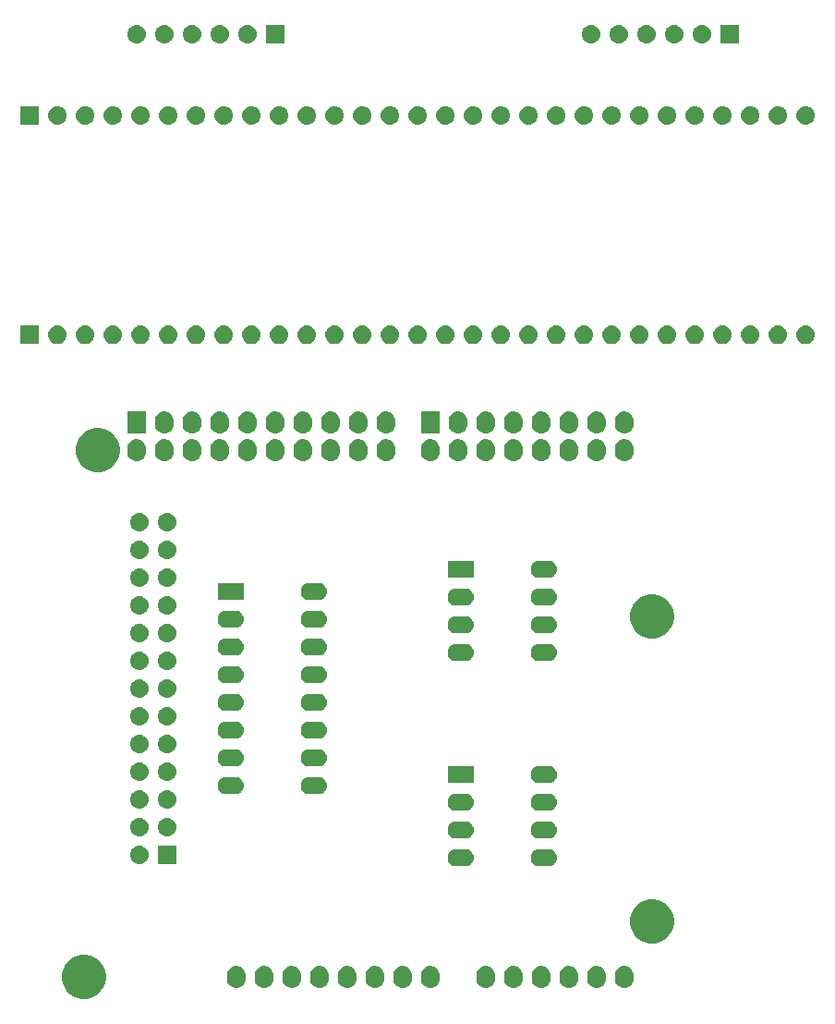
<source format=gbs>
G04 #@! TF.GenerationSoftware,KiCad,Pcbnew,5.0.2-bee76a0~70~ubuntu16.04.1*
G04 #@! TF.CreationDate,2019-01-06T13:47:42-08:00*
G04 #@! TF.ProjectId,fpif,66706966-2e6b-4696-9361-645f70636258,rev?*
G04 #@! TF.SameCoordinates,Original*
G04 #@! TF.FileFunction,Soldermask,Bot*
G04 #@! TF.FilePolarity,Negative*
%FSLAX46Y46*%
G04 Gerber Fmt 4.6, Leading zero omitted, Abs format (unit mm)*
G04 Created by KiCad (PCBNEW 5.0.2-bee76a0~70~ubuntu16.04.1) date Sun 06 Jan 2019 01:47:42 PM PST*
%MOMM*%
%LPD*%
G01*
G04 APERTURE LIST*
%ADD10C,0.100000*%
G04 APERTURE END LIST*
D10*
G36*
X125560712Y-121871088D02*
X125930510Y-122024263D01*
X125930513Y-122024265D01*
X126263325Y-122246643D01*
X126546357Y-122529675D01*
X126730204Y-122804822D01*
X126768737Y-122862490D01*
X126921912Y-123232288D01*
X127000000Y-123624864D01*
X127000000Y-124025136D01*
X126921912Y-124417712D01*
X126768737Y-124787510D01*
X126768735Y-124787513D01*
X126546357Y-125120325D01*
X126263325Y-125403357D01*
X125930513Y-125625735D01*
X125930510Y-125625737D01*
X125560712Y-125778912D01*
X125168136Y-125857000D01*
X124767864Y-125857000D01*
X124375288Y-125778912D01*
X124005490Y-125625737D01*
X124005487Y-125625735D01*
X123672675Y-125403357D01*
X123389643Y-125120325D01*
X123167265Y-124787513D01*
X123167263Y-124787510D01*
X123014088Y-124417712D01*
X122936000Y-124025136D01*
X122936000Y-123624864D01*
X123014088Y-123232288D01*
X123167263Y-122862490D01*
X123205796Y-122804822D01*
X123389643Y-122529675D01*
X123672675Y-122246643D01*
X124005487Y-122024265D01*
X124005490Y-122024263D01*
X124375288Y-121871088D01*
X124767864Y-121793000D01*
X125168136Y-121793000D01*
X125560712Y-121871088D01*
X125560712Y-121871088D01*
G37*
G36*
X139107294Y-122821496D02*
X139227726Y-122858029D01*
X139270087Y-122870879D01*
X139420112Y-122951068D01*
X139551612Y-123058988D01*
X139659532Y-123190488D01*
X139739721Y-123340512D01*
X139752571Y-123382873D01*
X139789104Y-123503305D01*
X139789104Y-123503307D01*
X139801600Y-123630179D01*
X139801600Y-124019820D01*
X139801076Y-124025136D01*
X139789104Y-124146694D01*
X139752571Y-124267128D01*
X139739721Y-124309488D01*
X139659532Y-124459512D01*
X139551612Y-124591012D01*
X139420112Y-124698932D01*
X139270088Y-124779121D01*
X139242433Y-124787510D01*
X139107295Y-124828504D01*
X138994432Y-124839620D01*
X138938001Y-124845178D01*
X138938000Y-124845178D01*
X138768706Y-124828504D01*
X138633568Y-124787510D01*
X138605913Y-124779121D01*
X138455889Y-124698932D01*
X138365946Y-124625117D01*
X138324388Y-124591012D01*
X138216469Y-124459512D01*
X138194127Y-124417713D01*
X138136279Y-124309488D01*
X138123429Y-124267127D01*
X138086896Y-124146695D01*
X138078565Y-124062112D01*
X138074400Y-124019821D01*
X138074400Y-123630180D01*
X138086896Y-123503308D01*
X138086896Y-123503306D01*
X138136278Y-123340517D01*
X138136279Y-123340513D01*
X138216468Y-123190488D01*
X138324388Y-123058988D01*
X138455888Y-122951068D01*
X138605912Y-122870879D01*
X138648273Y-122858029D01*
X138768705Y-122821496D01*
X138881568Y-122810380D01*
X138937999Y-122804822D01*
X138938000Y-122804822D01*
X139107294Y-122821496D01*
X139107294Y-122821496D01*
G37*
G36*
X174667294Y-122821496D02*
X174787726Y-122858029D01*
X174830087Y-122870879D01*
X174980112Y-122951068D01*
X175111612Y-123058988D01*
X175219532Y-123190488D01*
X175299721Y-123340512D01*
X175312571Y-123382873D01*
X175349104Y-123503305D01*
X175349104Y-123503307D01*
X175361600Y-123630179D01*
X175361600Y-124019820D01*
X175361076Y-124025136D01*
X175349104Y-124146694D01*
X175312571Y-124267128D01*
X175299721Y-124309488D01*
X175219532Y-124459512D01*
X175111612Y-124591012D01*
X174980112Y-124698932D01*
X174830088Y-124779121D01*
X174802433Y-124787510D01*
X174667295Y-124828504D01*
X174554432Y-124839620D01*
X174498001Y-124845178D01*
X174498000Y-124845178D01*
X174328706Y-124828504D01*
X174193568Y-124787510D01*
X174165913Y-124779121D01*
X174015889Y-124698932D01*
X173925946Y-124625117D01*
X173884388Y-124591012D01*
X173776469Y-124459512D01*
X173754127Y-124417713D01*
X173696279Y-124309488D01*
X173683429Y-124267127D01*
X173646896Y-124146695D01*
X173638565Y-124062112D01*
X173634400Y-124019821D01*
X173634400Y-123630180D01*
X173646896Y-123503308D01*
X173646896Y-123503306D01*
X173696278Y-123340517D01*
X173696279Y-123340513D01*
X173776468Y-123190488D01*
X173884388Y-123058988D01*
X174015888Y-122951068D01*
X174165912Y-122870879D01*
X174208273Y-122858029D01*
X174328705Y-122821496D01*
X174441568Y-122810380D01*
X174497999Y-122804822D01*
X174498000Y-122804822D01*
X174667294Y-122821496D01*
X174667294Y-122821496D01*
G37*
G36*
X172127294Y-122821496D02*
X172247726Y-122858029D01*
X172290087Y-122870879D01*
X172440112Y-122951068D01*
X172571612Y-123058988D01*
X172679532Y-123190488D01*
X172759721Y-123340512D01*
X172772571Y-123382873D01*
X172809104Y-123503305D01*
X172809104Y-123503307D01*
X172821600Y-123630179D01*
X172821600Y-124019820D01*
X172821076Y-124025136D01*
X172809104Y-124146694D01*
X172772571Y-124267128D01*
X172759721Y-124309488D01*
X172679532Y-124459512D01*
X172571612Y-124591012D01*
X172440112Y-124698932D01*
X172290088Y-124779121D01*
X172262433Y-124787510D01*
X172127295Y-124828504D01*
X172014432Y-124839620D01*
X171958001Y-124845178D01*
X171958000Y-124845178D01*
X171788706Y-124828504D01*
X171653568Y-124787510D01*
X171625913Y-124779121D01*
X171475889Y-124698932D01*
X171385946Y-124625117D01*
X171344388Y-124591012D01*
X171236469Y-124459512D01*
X171214127Y-124417713D01*
X171156279Y-124309488D01*
X171143429Y-124267127D01*
X171106896Y-124146695D01*
X171098565Y-124062112D01*
X171094400Y-124019821D01*
X171094400Y-123630180D01*
X171106896Y-123503308D01*
X171106896Y-123503306D01*
X171156278Y-123340517D01*
X171156279Y-123340513D01*
X171236468Y-123190488D01*
X171344388Y-123058988D01*
X171475888Y-122951068D01*
X171625912Y-122870879D01*
X171668273Y-122858029D01*
X171788705Y-122821496D01*
X171901568Y-122810380D01*
X171957999Y-122804822D01*
X171958000Y-122804822D01*
X172127294Y-122821496D01*
X172127294Y-122821496D01*
G37*
G36*
X169587294Y-122821496D02*
X169707726Y-122858029D01*
X169750087Y-122870879D01*
X169900112Y-122951068D01*
X170031612Y-123058988D01*
X170139532Y-123190488D01*
X170219721Y-123340512D01*
X170232571Y-123382873D01*
X170269104Y-123503305D01*
X170269104Y-123503307D01*
X170281600Y-123630179D01*
X170281600Y-124019820D01*
X170281076Y-124025136D01*
X170269104Y-124146694D01*
X170232571Y-124267128D01*
X170219721Y-124309488D01*
X170139532Y-124459512D01*
X170031612Y-124591012D01*
X169900112Y-124698932D01*
X169750088Y-124779121D01*
X169722433Y-124787510D01*
X169587295Y-124828504D01*
X169474432Y-124839620D01*
X169418001Y-124845178D01*
X169418000Y-124845178D01*
X169248706Y-124828504D01*
X169113568Y-124787510D01*
X169085913Y-124779121D01*
X168935889Y-124698932D01*
X168845946Y-124625117D01*
X168804388Y-124591012D01*
X168696469Y-124459512D01*
X168674127Y-124417713D01*
X168616279Y-124309488D01*
X168603429Y-124267127D01*
X168566896Y-124146695D01*
X168558565Y-124062112D01*
X168554400Y-124019821D01*
X168554400Y-123630180D01*
X168566896Y-123503308D01*
X168566896Y-123503306D01*
X168616278Y-123340517D01*
X168616279Y-123340513D01*
X168696468Y-123190488D01*
X168804388Y-123058988D01*
X168935888Y-122951068D01*
X169085912Y-122870879D01*
X169128273Y-122858029D01*
X169248705Y-122821496D01*
X169361568Y-122810380D01*
X169417999Y-122804822D01*
X169418000Y-122804822D01*
X169587294Y-122821496D01*
X169587294Y-122821496D01*
G37*
G36*
X167047294Y-122821496D02*
X167167726Y-122858029D01*
X167210087Y-122870879D01*
X167360112Y-122951068D01*
X167491612Y-123058988D01*
X167599532Y-123190488D01*
X167679721Y-123340512D01*
X167692571Y-123382873D01*
X167729104Y-123503305D01*
X167729104Y-123503307D01*
X167741600Y-123630179D01*
X167741600Y-124019820D01*
X167741076Y-124025136D01*
X167729104Y-124146694D01*
X167692571Y-124267128D01*
X167679721Y-124309488D01*
X167599532Y-124459512D01*
X167491612Y-124591012D01*
X167360112Y-124698932D01*
X167210088Y-124779121D01*
X167182433Y-124787510D01*
X167047295Y-124828504D01*
X166934432Y-124839620D01*
X166878001Y-124845178D01*
X166878000Y-124845178D01*
X166708706Y-124828504D01*
X166573568Y-124787510D01*
X166545913Y-124779121D01*
X166395889Y-124698932D01*
X166305946Y-124625117D01*
X166264388Y-124591012D01*
X166156469Y-124459512D01*
X166134127Y-124417713D01*
X166076279Y-124309488D01*
X166063429Y-124267127D01*
X166026896Y-124146695D01*
X166018565Y-124062112D01*
X166014400Y-124019821D01*
X166014400Y-123630180D01*
X166026896Y-123503308D01*
X166026896Y-123503306D01*
X166076278Y-123340517D01*
X166076279Y-123340513D01*
X166156468Y-123190488D01*
X166264388Y-123058988D01*
X166395888Y-122951068D01*
X166545912Y-122870879D01*
X166588273Y-122858029D01*
X166708705Y-122821496D01*
X166821568Y-122810380D01*
X166877999Y-122804822D01*
X166878000Y-122804822D01*
X167047294Y-122821496D01*
X167047294Y-122821496D01*
G37*
G36*
X164507294Y-122821496D02*
X164627726Y-122858029D01*
X164670087Y-122870879D01*
X164820112Y-122951068D01*
X164951612Y-123058988D01*
X165059532Y-123190488D01*
X165139721Y-123340512D01*
X165152571Y-123382873D01*
X165189104Y-123503305D01*
X165189104Y-123503307D01*
X165201600Y-123630179D01*
X165201600Y-124019820D01*
X165201076Y-124025136D01*
X165189104Y-124146694D01*
X165152571Y-124267128D01*
X165139721Y-124309488D01*
X165059532Y-124459512D01*
X164951612Y-124591012D01*
X164820112Y-124698932D01*
X164670088Y-124779121D01*
X164642433Y-124787510D01*
X164507295Y-124828504D01*
X164394432Y-124839620D01*
X164338001Y-124845178D01*
X164338000Y-124845178D01*
X164168706Y-124828504D01*
X164033568Y-124787510D01*
X164005913Y-124779121D01*
X163855889Y-124698932D01*
X163765946Y-124625117D01*
X163724388Y-124591012D01*
X163616469Y-124459512D01*
X163594127Y-124417713D01*
X163536279Y-124309488D01*
X163523429Y-124267127D01*
X163486896Y-124146695D01*
X163478565Y-124062112D01*
X163474400Y-124019821D01*
X163474400Y-123630180D01*
X163486896Y-123503308D01*
X163486896Y-123503306D01*
X163536278Y-123340517D01*
X163536279Y-123340513D01*
X163616468Y-123190488D01*
X163724388Y-123058988D01*
X163855888Y-122951068D01*
X164005912Y-122870879D01*
X164048273Y-122858029D01*
X164168705Y-122821496D01*
X164281568Y-122810380D01*
X164337999Y-122804822D01*
X164338000Y-122804822D01*
X164507294Y-122821496D01*
X164507294Y-122821496D01*
G37*
G36*
X161967294Y-122821496D02*
X162087726Y-122858029D01*
X162130087Y-122870879D01*
X162280112Y-122951068D01*
X162411612Y-123058988D01*
X162519532Y-123190488D01*
X162599721Y-123340512D01*
X162612571Y-123382873D01*
X162649104Y-123503305D01*
X162649104Y-123503307D01*
X162661600Y-123630179D01*
X162661600Y-124019820D01*
X162661076Y-124025136D01*
X162649104Y-124146694D01*
X162612571Y-124267128D01*
X162599721Y-124309488D01*
X162519532Y-124459512D01*
X162411612Y-124591012D01*
X162280112Y-124698932D01*
X162130088Y-124779121D01*
X162102433Y-124787510D01*
X161967295Y-124828504D01*
X161854432Y-124839620D01*
X161798001Y-124845178D01*
X161798000Y-124845178D01*
X161628706Y-124828504D01*
X161493568Y-124787510D01*
X161465913Y-124779121D01*
X161315889Y-124698932D01*
X161225946Y-124625117D01*
X161184388Y-124591012D01*
X161076469Y-124459512D01*
X161054127Y-124417713D01*
X160996279Y-124309488D01*
X160983429Y-124267127D01*
X160946896Y-124146695D01*
X160938565Y-124062112D01*
X160934400Y-124019821D01*
X160934400Y-123630180D01*
X160946896Y-123503308D01*
X160946896Y-123503306D01*
X160996278Y-123340517D01*
X160996279Y-123340513D01*
X161076468Y-123190488D01*
X161184388Y-123058988D01*
X161315888Y-122951068D01*
X161465912Y-122870879D01*
X161508273Y-122858029D01*
X161628705Y-122821496D01*
X161741568Y-122810380D01*
X161797999Y-122804822D01*
X161798000Y-122804822D01*
X161967294Y-122821496D01*
X161967294Y-122821496D01*
G37*
G36*
X154347294Y-122821496D02*
X154467726Y-122858029D01*
X154510087Y-122870879D01*
X154660112Y-122951068D01*
X154791612Y-123058988D01*
X154899532Y-123190488D01*
X154979721Y-123340512D01*
X154992571Y-123382873D01*
X155029104Y-123503305D01*
X155029104Y-123503307D01*
X155041600Y-123630179D01*
X155041600Y-124019820D01*
X155041076Y-124025136D01*
X155029104Y-124146694D01*
X154992571Y-124267128D01*
X154979721Y-124309488D01*
X154899532Y-124459512D01*
X154791612Y-124591012D01*
X154660112Y-124698932D01*
X154510088Y-124779121D01*
X154482433Y-124787510D01*
X154347295Y-124828504D01*
X154234432Y-124839620D01*
X154178001Y-124845178D01*
X154178000Y-124845178D01*
X154008706Y-124828504D01*
X153873568Y-124787510D01*
X153845913Y-124779121D01*
X153695889Y-124698932D01*
X153605946Y-124625117D01*
X153564388Y-124591012D01*
X153456469Y-124459512D01*
X153434127Y-124417713D01*
X153376279Y-124309488D01*
X153363429Y-124267127D01*
X153326896Y-124146695D01*
X153318565Y-124062112D01*
X153314400Y-124019821D01*
X153314400Y-123630180D01*
X153326896Y-123503308D01*
X153326896Y-123503306D01*
X153376278Y-123340517D01*
X153376279Y-123340513D01*
X153456468Y-123190488D01*
X153564388Y-123058988D01*
X153695888Y-122951068D01*
X153845912Y-122870879D01*
X153888273Y-122858029D01*
X154008705Y-122821496D01*
X154121568Y-122810380D01*
X154177999Y-122804822D01*
X154178000Y-122804822D01*
X154347294Y-122821496D01*
X154347294Y-122821496D01*
G37*
G36*
X156887294Y-122821496D02*
X157007726Y-122858029D01*
X157050087Y-122870879D01*
X157200112Y-122951068D01*
X157331612Y-123058988D01*
X157439532Y-123190488D01*
X157519721Y-123340512D01*
X157532571Y-123382873D01*
X157569104Y-123503305D01*
X157569104Y-123503307D01*
X157581600Y-123630179D01*
X157581600Y-124019820D01*
X157581076Y-124025136D01*
X157569104Y-124146694D01*
X157532571Y-124267128D01*
X157519721Y-124309488D01*
X157439532Y-124459512D01*
X157331612Y-124591012D01*
X157200112Y-124698932D01*
X157050088Y-124779121D01*
X157022433Y-124787510D01*
X156887295Y-124828504D01*
X156774432Y-124839620D01*
X156718001Y-124845178D01*
X156718000Y-124845178D01*
X156548706Y-124828504D01*
X156413568Y-124787510D01*
X156385913Y-124779121D01*
X156235889Y-124698932D01*
X156145946Y-124625117D01*
X156104388Y-124591012D01*
X155996469Y-124459512D01*
X155974127Y-124417713D01*
X155916279Y-124309488D01*
X155903429Y-124267127D01*
X155866896Y-124146695D01*
X155858565Y-124062112D01*
X155854400Y-124019821D01*
X155854400Y-123630180D01*
X155866896Y-123503308D01*
X155866896Y-123503306D01*
X155916278Y-123340517D01*
X155916279Y-123340513D01*
X155996468Y-123190488D01*
X156104388Y-123058988D01*
X156235888Y-122951068D01*
X156385912Y-122870879D01*
X156428273Y-122858029D01*
X156548705Y-122821496D01*
X156661568Y-122810380D01*
X156717999Y-122804822D01*
X156718000Y-122804822D01*
X156887294Y-122821496D01*
X156887294Y-122821496D01*
G37*
G36*
X141647294Y-122821496D02*
X141767726Y-122858029D01*
X141810087Y-122870879D01*
X141960112Y-122951068D01*
X142091612Y-123058988D01*
X142199532Y-123190488D01*
X142279721Y-123340512D01*
X142292571Y-123382873D01*
X142329104Y-123503305D01*
X142329104Y-123503307D01*
X142341600Y-123630179D01*
X142341600Y-124019820D01*
X142341076Y-124025136D01*
X142329104Y-124146694D01*
X142292571Y-124267128D01*
X142279721Y-124309488D01*
X142199532Y-124459512D01*
X142091612Y-124591012D01*
X141960112Y-124698932D01*
X141810088Y-124779121D01*
X141782433Y-124787510D01*
X141647295Y-124828504D01*
X141534432Y-124839620D01*
X141478001Y-124845178D01*
X141478000Y-124845178D01*
X141308706Y-124828504D01*
X141173568Y-124787510D01*
X141145913Y-124779121D01*
X140995889Y-124698932D01*
X140905946Y-124625117D01*
X140864388Y-124591012D01*
X140756469Y-124459512D01*
X140734127Y-124417713D01*
X140676279Y-124309488D01*
X140663429Y-124267127D01*
X140626896Y-124146695D01*
X140618565Y-124062112D01*
X140614400Y-124019821D01*
X140614400Y-123630180D01*
X140626896Y-123503308D01*
X140626896Y-123503306D01*
X140676278Y-123340517D01*
X140676279Y-123340513D01*
X140756468Y-123190488D01*
X140864388Y-123058988D01*
X140995888Y-122951068D01*
X141145912Y-122870879D01*
X141188273Y-122858029D01*
X141308705Y-122821496D01*
X141421568Y-122810380D01*
X141477999Y-122804822D01*
X141478000Y-122804822D01*
X141647294Y-122821496D01*
X141647294Y-122821496D01*
G37*
G36*
X144187294Y-122821496D02*
X144307726Y-122858029D01*
X144350087Y-122870879D01*
X144500112Y-122951068D01*
X144631612Y-123058988D01*
X144739532Y-123190488D01*
X144819721Y-123340512D01*
X144832571Y-123382873D01*
X144869104Y-123503305D01*
X144869104Y-123503307D01*
X144881600Y-123630179D01*
X144881600Y-124019820D01*
X144881076Y-124025136D01*
X144869104Y-124146694D01*
X144832571Y-124267128D01*
X144819721Y-124309488D01*
X144739532Y-124459512D01*
X144631612Y-124591012D01*
X144500112Y-124698932D01*
X144350088Y-124779121D01*
X144322433Y-124787510D01*
X144187295Y-124828504D01*
X144074432Y-124839620D01*
X144018001Y-124845178D01*
X144018000Y-124845178D01*
X143848706Y-124828504D01*
X143713568Y-124787510D01*
X143685913Y-124779121D01*
X143535889Y-124698932D01*
X143445946Y-124625117D01*
X143404388Y-124591012D01*
X143296469Y-124459512D01*
X143274127Y-124417713D01*
X143216279Y-124309488D01*
X143203429Y-124267127D01*
X143166896Y-124146695D01*
X143158565Y-124062112D01*
X143154400Y-124019821D01*
X143154400Y-123630180D01*
X143166896Y-123503308D01*
X143166896Y-123503306D01*
X143216278Y-123340517D01*
X143216279Y-123340513D01*
X143296468Y-123190488D01*
X143404388Y-123058988D01*
X143535888Y-122951068D01*
X143685912Y-122870879D01*
X143728273Y-122858029D01*
X143848705Y-122821496D01*
X143961568Y-122810380D01*
X144017999Y-122804822D01*
X144018000Y-122804822D01*
X144187294Y-122821496D01*
X144187294Y-122821496D01*
G37*
G36*
X146727294Y-122821496D02*
X146847726Y-122858029D01*
X146890087Y-122870879D01*
X147040112Y-122951068D01*
X147171612Y-123058988D01*
X147279532Y-123190488D01*
X147359721Y-123340512D01*
X147372571Y-123382873D01*
X147409104Y-123503305D01*
X147409104Y-123503307D01*
X147421600Y-123630179D01*
X147421600Y-124019820D01*
X147421076Y-124025136D01*
X147409104Y-124146694D01*
X147372571Y-124267128D01*
X147359721Y-124309488D01*
X147279532Y-124459512D01*
X147171612Y-124591012D01*
X147040112Y-124698932D01*
X146890088Y-124779121D01*
X146862433Y-124787510D01*
X146727295Y-124828504D01*
X146614432Y-124839620D01*
X146558001Y-124845178D01*
X146558000Y-124845178D01*
X146388706Y-124828504D01*
X146253568Y-124787510D01*
X146225913Y-124779121D01*
X146075889Y-124698932D01*
X145985946Y-124625117D01*
X145944388Y-124591012D01*
X145836469Y-124459512D01*
X145814127Y-124417713D01*
X145756279Y-124309488D01*
X145743429Y-124267127D01*
X145706896Y-124146695D01*
X145698565Y-124062112D01*
X145694400Y-124019821D01*
X145694400Y-123630180D01*
X145706896Y-123503308D01*
X145706896Y-123503306D01*
X145756278Y-123340517D01*
X145756279Y-123340513D01*
X145836468Y-123190488D01*
X145944388Y-123058988D01*
X146075888Y-122951068D01*
X146225912Y-122870879D01*
X146268273Y-122858029D01*
X146388705Y-122821496D01*
X146501568Y-122810380D01*
X146557999Y-122804822D01*
X146558000Y-122804822D01*
X146727294Y-122821496D01*
X146727294Y-122821496D01*
G37*
G36*
X149267294Y-122821496D02*
X149387726Y-122858029D01*
X149430087Y-122870879D01*
X149580112Y-122951068D01*
X149711612Y-123058988D01*
X149819532Y-123190488D01*
X149899721Y-123340512D01*
X149912571Y-123382873D01*
X149949104Y-123503305D01*
X149949104Y-123503307D01*
X149961600Y-123630179D01*
X149961600Y-124019820D01*
X149961076Y-124025136D01*
X149949104Y-124146694D01*
X149912571Y-124267128D01*
X149899721Y-124309488D01*
X149819532Y-124459512D01*
X149711612Y-124591012D01*
X149580112Y-124698932D01*
X149430088Y-124779121D01*
X149402433Y-124787510D01*
X149267295Y-124828504D01*
X149154432Y-124839620D01*
X149098001Y-124845178D01*
X149098000Y-124845178D01*
X148928706Y-124828504D01*
X148793568Y-124787510D01*
X148765913Y-124779121D01*
X148615889Y-124698932D01*
X148525946Y-124625117D01*
X148484388Y-124591012D01*
X148376469Y-124459512D01*
X148354127Y-124417713D01*
X148296279Y-124309488D01*
X148283429Y-124267127D01*
X148246896Y-124146695D01*
X148238565Y-124062112D01*
X148234400Y-124019821D01*
X148234400Y-123630180D01*
X148246896Y-123503308D01*
X148246896Y-123503306D01*
X148296278Y-123340517D01*
X148296279Y-123340513D01*
X148376468Y-123190488D01*
X148484388Y-123058988D01*
X148615888Y-122951068D01*
X148765912Y-122870879D01*
X148808273Y-122858029D01*
X148928705Y-122821496D01*
X149041568Y-122810380D01*
X149097999Y-122804822D01*
X149098000Y-122804822D01*
X149267294Y-122821496D01*
X149267294Y-122821496D01*
G37*
G36*
X151807294Y-122821496D02*
X151927726Y-122858029D01*
X151970087Y-122870879D01*
X152120112Y-122951068D01*
X152251612Y-123058988D01*
X152359532Y-123190488D01*
X152439721Y-123340512D01*
X152452571Y-123382873D01*
X152489104Y-123503305D01*
X152489104Y-123503307D01*
X152501600Y-123630179D01*
X152501600Y-124019820D01*
X152501076Y-124025136D01*
X152489104Y-124146694D01*
X152452571Y-124267128D01*
X152439721Y-124309488D01*
X152359532Y-124459512D01*
X152251612Y-124591012D01*
X152120112Y-124698932D01*
X151970088Y-124779121D01*
X151942433Y-124787510D01*
X151807295Y-124828504D01*
X151694432Y-124839620D01*
X151638001Y-124845178D01*
X151638000Y-124845178D01*
X151468706Y-124828504D01*
X151333568Y-124787510D01*
X151305913Y-124779121D01*
X151155889Y-124698932D01*
X151065946Y-124625117D01*
X151024388Y-124591012D01*
X150916469Y-124459512D01*
X150894127Y-124417713D01*
X150836279Y-124309488D01*
X150823429Y-124267127D01*
X150786896Y-124146695D01*
X150778565Y-124062112D01*
X150774400Y-124019821D01*
X150774400Y-123630180D01*
X150786896Y-123503308D01*
X150786896Y-123503306D01*
X150836278Y-123340517D01*
X150836279Y-123340513D01*
X150916468Y-123190488D01*
X151024388Y-123058988D01*
X151155888Y-122951068D01*
X151305912Y-122870879D01*
X151348273Y-122858029D01*
X151468705Y-122821496D01*
X151581568Y-122810380D01*
X151637999Y-122804822D01*
X151638000Y-122804822D01*
X151807294Y-122821496D01*
X151807294Y-122821496D01*
G37*
G36*
X177630712Y-116791088D02*
X178000510Y-116944263D01*
X178000513Y-116944265D01*
X178333325Y-117166643D01*
X178616357Y-117449675D01*
X178838735Y-117782487D01*
X178838737Y-117782490D01*
X178991912Y-118152288D01*
X179070000Y-118544864D01*
X179070000Y-118945136D01*
X178991912Y-119337712D01*
X178838737Y-119707510D01*
X178838735Y-119707513D01*
X178616357Y-120040325D01*
X178333325Y-120323357D01*
X178000513Y-120545735D01*
X178000510Y-120545737D01*
X177630712Y-120698912D01*
X177238136Y-120777000D01*
X176837864Y-120777000D01*
X176445288Y-120698912D01*
X176075490Y-120545737D01*
X176075487Y-120545735D01*
X175742675Y-120323357D01*
X175459643Y-120040325D01*
X175237265Y-119707513D01*
X175237263Y-119707510D01*
X175084088Y-119337712D01*
X175006000Y-118945136D01*
X175006000Y-118544864D01*
X175084088Y-118152288D01*
X175237263Y-117782490D01*
X175237265Y-117782487D01*
X175459643Y-117449675D01*
X175742675Y-117166643D01*
X176075487Y-116944265D01*
X176075490Y-116944263D01*
X176445288Y-116791088D01*
X176837864Y-116713000D01*
X177238136Y-116713000D01*
X177630712Y-116791088D01*
X177630712Y-116791088D01*
G37*
G36*
X167649649Y-112110717D02*
X167688827Y-112114576D01*
X167764227Y-112137448D01*
X167839629Y-112160321D01*
X167978608Y-112234608D01*
X168100422Y-112334578D01*
X168200392Y-112456392D01*
X168274679Y-112595371D01*
X168320424Y-112746174D01*
X168335870Y-112903000D01*
X168320424Y-113059826D01*
X168274679Y-113210629D01*
X168200392Y-113349608D01*
X168100422Y-113471422D01*
X167978608Y-113571392D01*
X167839629Y-113645679D01*
X167764227Y-113668552D01*
X167688827Y-113691424D01*
X167649649Y-113695283D01*
X167571295Y-113703000D01*
X166692705Y-113703000D01*
X166614351Y-113695283D01*
X166575173Y-113691424D01*
X166499773Y-113668552D01*
X166424371Y-113645679D01*
X166285392Y-113571392D01*
X166163578Y-113471422D01*
X166063608Y-113349608D01*
X165989321Y-113210629D01*
X165943576Y-113059826D01*
X165928130Y-112903000D01*
X165943576Y-112746174D01*
X165989321Y-112595371D01*
X166063608Y-112456392D01*
X166163578Y-112334578D01*
X166285392Y-112234608D01*
X166424371Y-112160321D01*
X166499773Y-112137448D01*
X166575173Y-112114576D01*
X166614351Y-112110717D01*
X166692705Y-112103000D01*
X167571295Y-112103000D01*
X167649649Y-112110717D01*
X167649649Y-112110717D01*
G37*
G36*
X160029649Y-112110717D02*
X160068827Y-112114576D01*
X160144227Y-112137448D01*
X160219629Y-112160321D01*
X160358608Y-112234608D01*
X160480422Y-112334578D01*
X160580392Y-112456392D01*
X160654679Y-112595371D01*
X160700424Y-112746174D01*
X160715870Y-112903000D01*
X160700424Y-113059826D01*
X160654679Y-113210629D01*
X160580392Y-113349608D01*
X160480422Y-113471422D01*
X160358608Y-113571392D01*
X160219629Y-113645679D01*
X160144227Y-113668552D01*
X160068827Y-113691424D01*
X160029649Y-113695283D01*
X159951295Y-113703000D01*
X159072705Y-113703000D01*
X158994351Y-113695283D01*
X158955173Y-113691424D01*
X158879773Y-113668552D01*
X158804371Y-113645679D01*
X158665392Y-113571392D01*
X158543578Y-113471422D01*
X158443608Y-113349608D01*
X158369321Y-113210629D01*
X158323576Y-113059826D01*
X158308130Y-112903000D01*
X158323576Y-112746174D01*
X158369321Y-112595371D01*
X158443608Y-112456392D01*
X158543578Y-112334578D01*
X158665392Y-112234608D01*
X158804371Y-112160321D01*
X158879773Y-112137448D01*
X158955173Y-112114576D01*
X158994351Y-112110717D01*
X159072705Y-112103000D01*
X159951295Y-112103000D01*
X160029649Y-112110717D01*
X160029649Y-112110717D01*
G37*
G36*
X133438000Y-113499000D02*
X131738000Y-113499000D01*
X131738000Y-111799000D01*
X133438000Y-111799000D01*
X133438000Y-113499000D01*
X133438000Y-113499000D01*
G37*
G36*
X130214630Y-111811299D02*
X130374855Y-111859903D01*
X130522520Y-111938831D01*
X130651949Y-112045051D01*
X130758169Y-112174480D01*
X130837097Y-112322145D01*
X130885701Y-112482370D01*
X130902112Y-112649000D01*
X130885701Y-112815630D01*
X130837097Y-112975855D01*
X130758169Y-113123520D01*
X130651949Y-113252949D01*
X130522520Y-113359169D01*
X130374855Y-113438097D01*
X130214630Y-113486701D01*
X130089752Y-113499000D01*
X130006248Y-113499000D01*
X129881370Y-113486701D01*
X129721145Y-113438097D01*
X129573480Y-113359169D01*
X129444051Y-113252949D01*
X129337831Y-113123520D01*
X129258903Y-112975855D01*
X129210299Y-112815630D01*
X129193888Y-112649000D01*
X129210299Y-112482370D01*
X129258903Y-112322145D01*
X129337831Y-112174480D01*
X129444051Y-112045051D01*
X129573480Y-111938831D01*
X129721145Y-111859903D01*
X129881370Y-111811299D01*
X130006248Y-111799000D01*
X130089752Y-111799000D01*
X130214630Y-111811299D01*
X130214630Y-111811299D01*
G37*
G36*
X167649649Y-109570717D02*
X167688827Y-109574576D01*
X167764227Y-109597448D01*
X167839629Y-109620321D01*
X167978608Y-109694608D01*
X168100422Y-109794578D01*
X168200392Y-109916392D01*
X168274679Y-110055371D01*
X168320424Y-110206174D01*
X168335870Y-110363000D01*
X168320424Y-110519826D01*
X168274679Y-110670629D01*
X168200392Y-110809608D01*
X168100422Y-110931422D01*
X167978608Y-111031392D01*
X167839629Y-111105679D01*
X167764227Y-111128552D01*
X167688827Y-111151424D01*
X167649649Y-111155283D01*
X167571295Y-111163000D01*
X166692705Y-111163000D01*
X166614351Y-111155283D01*
X166575173Y-111151424D01*
X166499773Y-111128552D01*
X166424371Y-111105679D01*
X166285392Y-111031392D01*
X166163578Y-110931422D01*
X166063608Y-110809608D01*
X165989321Y-110670629D01*
X165943576Y-110519826D01*
X165928130Y-110363000D01*
X165943576Y-110206174D01*
X165989321Y-110055371D01*
X166063608Y-109916392D01*
X166163578Y-109794578D01*
X166285392Y-109694608D01*
X166424371Y-109620321D01*
X166499773Y-109597448D01*
X166575173Y-109574576D01*
X166614351Y-109570717D01*
X166692705Y-109563000D01*
X167571295Y-109563000D01*
X167649649Y-109570717D01*
X167649649Y-109570717D01*
G37*
G36*
X160029649Y-109570717D02*
X160068827Y-109574576D01*
X160144227Y-109597448D01*
X160219629Y-109620321D01*
X160358608Y-109694608D01*
X160480422Y-109794578D01*
X160580392Y-109916392D01*
X160654679Y-110055371D01*
X160700424Y-110206174D01*
X160715870Y-110363000D01*
X160700424Y-110519826D01*
X160654679Y-110670629D01*
X160580392Y-110809608D01*
X160480422Y-110931422D01*
X160358608Y-111031392D01*
X160219629Y-111105679D01*
X160144227Y-111128552D01*
X160068827Y-111151424D01*
X160029649Y-111155283D01*
X159951295Y-111163000D01*
X159072705Y-111163000D01*
X158994351Y-111155283D01*
X158955173Y-111151424D01*
X158879773Y-111128552D01*
X158804371Y-111105679D01*
X158665392Y-111031392D01*
X158543578Y-110931422D01*
X158443608Y-110809608D01*
X158369321Y-110670629D01*
X158323576Y-110519826D01*
X158308130Y-110363000D01*
X158323576Y-110206174D01*
X158369321Y-110055371D01*
X158443608Y-109916392D01*
X158543578Y-109794578D01*
X158665392Y-109694608D01*
X158804371Y-109620321D01*
X158879773Y-109597448D01*
X158955173Y-109574576D01*
X158994351Y-109570717D01*
X159072705Y-109563000D01*
X159951295Y-109563000D01*
X160029649Y-109570717D01*
X160029649Y-109570717D01*
G37*
G36*
X132754630Y-109271299D02*
X132914855Y-109319903D01*
X133062520Y-109398831D01*
X133191949Y-109505051D01*
X133298169Y-109634480D01*
X133377097Y-109782145D01*
X133425701Y-109942370D01*
X133442112Y-110109000D01*
X133425701Y-110275630D01*
X133377097Y-110435855D01*
X133298169Y-110583520D01*
X133191949Y-110712949D01*
X133062520Y-110819169D01*
X132914855Y-110898097D01*
X132754630Y-110946701D01*
X132629752Y-110959000D01*
X132546248Y-110959000D01*
X132421370Y-110946701D01*
X132261145Y-110898097D01*
X132113480Y-110819169D01*
X131984051Y-110712949D01*
X131877831Y-110583520D01*
X131798903Y-110435855D01*
X131750299Y-110275630D01*
X131733888Y-110109000D01*
X131750299Y-109942370D01*
X131798903Y-109782145D01*
X131877831Y-109634480D01*
X131984051Y-109505051D01*
X132113480Y-109398831D01*
X132261145Y-109319903D01*
X132421370Y-109271299D01*
X132546248Y-109259000D01*
X132629752Y-109259000D01*
X132754630Y-109271299D01*
X132754630Y-109271299D01*
G37*
G36*
X130214630Y-109271299D02*
X130374855Y-109319903D01*
X130522520Y-109398831D01*
X130651949Y-109505051D01*
X130758169Y-109634480D01*
X130837097Y-109782145D01*
X130885701Y-109942370D01*
X130902112Y-110109000D01*
X130885701Y-110275630D01*
X130837097Y-110435855D01*
X130758169Y-110583520D01*
X130651949Y-110712949D01*
X130522520Y-110819169D01*
X130374855Y-110898097D01*
X130214630Y-110946701D01*
X130089752Y-110959000D01*
X130006248Y-110959000D01*
X129881370Y-110946701D01*
X129721145Y-110898097D01*
X129573480Y-110819169D01*
X129444051Y-110712949D01*
X129337831Y-110583520D01*
X129258903Y-110435855D01*
X129210299Y-110275630D01*
X129193888Y-110109000D01*
X129210299Y-109942370D01*
X129258903Y-109782145D01*
X129337831Y-109634480D01*
X129444051Y-109505051D01*
X129573480Y-109398831D01*
X129721145Y-109319903D01*
X129881370Y-109271299D01*
X130006248Y-109259000D01*
X130089752Y-109259000D01*
X130214630Y-109271299D01*
X130214630Y-109271299D01*
G37*
G36*
X167649649Y-107030717D02*
X167688827Y-107034576D01*
X167712242Y-107041679D01*
X167839629Y-107080321D01*
X167978608Y-107154608D01*
X168100422Y-107254578D01*
X168200392Y-107376392D01*
X168274679Y-107515371D01*
X168320424Y-107666174D01*
X168335870Y-107823000D01*
X168320424Y-107979826D01*
X168274679Y-108130629D01*
X168200392Y-108269608D01*
X168100422Y-108391422D01*
X167978608Y-108491392D01*
X167839629Y-108565679D01*
X167764228Y-108588551D01*
X167688827Y-108611424D01*
X167649649Y-108615283D01*
X167571295Y-108623000D01*
X166692705Y-108623000D01*
X166614351Y-108615283D01*
X166575173Y-108611424D01*
X166499772Y-108588551D01*
X166424371Y-108565679D01*
X166285392Y-108491392D01*
X166163578Y-108391422D01*
X166063608Y-108269608D01*
X165989321Y-108130629D01*
X165943576Y-107979826D01*
X165928130Y-107823000D01*
X165943576Y-107666174D01*
X165989321Y-107515371D01*
X166063608Y-107376392D01*
X166163578Y-107254578D01*
X166285392Y-107154608D01*
X166424371Y-107080321D01*
X166551758Y-107041679D01*
X166575173Y-107034576D01*
X166614351Y-107030717D01*
X166692705Y-107023000D01*
X167571295Y-107023000D01*
X167649649Y-107030717D01*
X167649649Y-107030717D01*
G37*
G36*
X160029649Y-107030717D02*
X160068827Y-107034576D01*
X160092242Y-107041679D01*
X160219629Y-107080321D01*
X160358608Y-107154608D01*
X160480422Y-107254578D01*
X160580392Y-107376392D01*
X160654679Y-107515371D01*
X160700424Y-107666174D01*
X160715870Y-107823000D01*
X160700424Y-107979826D01*
X160654679Y-108130629D01*
X160580392Y-108269608D01*
X160480422Y-108391422D01*
X160358608Y-108491392D01*
X160219629Y-108565679D01*
X160144228Y-108588551D01*
X160068827Y-108611424D01*
X160029649Y-108615283D01*
X159951295Y-108623000D01*
X159072705Y-108623000D01*
X158994351Y-108615283D01*
X158955173Y-108611424D01*
X158879772Y-108588551D01*
X158804371Y-108565679D01*
X158665392Y-108491392D01*
X158543578Y-108391422D01*
X158443608Y-108269608D01*
X158369321Y-108130629D01*
X158323576Y-107979826D01*
X158308130Y-107823000D01*
X158323576Y-107666174D01*
X158369321Y-107515371D01*
X158443608Y-107376392D01*
X158543578Y-107254578D01*
X158665392Y-107154608D01*
X158804371Y-107080321D01*
X158931758Y-107041679D01*
X158955173Y-107034576D01*
X158994351Y-107030717D01*
X159072705Y-107023000D01*
X159951295Y-107023000D01*
X160029649Y-107030717D01*
X160029649Y-107030717D01*
G37*
G36*
X132754630Y-106731299D02*
X132914855Y-106779903D01*
X133062520Y-106858831D01*
X133191949Y-106965051D01*
X133298169Y-107094480D01*
X133377097Y-107242145D01*
X133425701Y-107402370D01*
X133442112Y-107569000D01*
X133425701Y-107735630D01*
X133377097Y-107895855D01*
X133298169Y-108043520D01*
X133191949Y-108172949D01*
X133062520Y-108279169D01*
X132914855Y-108358097D01*
X132754630Y-108406701D01*
X132629752Y-108419000D01*
X132546248Y-108419000D01*
X132421370Y-108406701D01*
X132261145Y-108358097D01*
X132113480Y-108279169D01*
X131984051Y-108172949D01*
X131877831Y-108043520D01*
X131798903Y-107895855D01*
X131750299Y-107735630D01*
X131733888Y-107569000D01*
X131750299Y-107402370D01*
X131798903Y-107242145D01*
X131877831Y-107094480D01*
X131984051Y-106965051D01*
X132113480Y-106858831D01*
X132261145Y-106779903D01*
X132421370Y-106731299D01*
X132546248Y-106719000D01*
X132629752Y-106719000D01*
X132754630Y-106731299D01*
X132754630Y-106731299D01*
G37*
G36*
X130214630Y-106731299D02*
X130374855Y-106779903D01*
X130522520Y-106858831D01*
X130651949Y-106965051D01*
X130758169Y-107094480D01*
X130837097Y-107242145D01*
X130885701Y-107402370D01*
X130902112Y-107569000D01*
X130885701Y-107735630D01*
X130837097Y-107895855D01*
X130758169Y-108043520D01*
X130651949Y-108172949D01*
X130522520Y-108279169D01*
X130374855Y-108358097D01*
X130214630Y-108406701D01*
X130089752Y-108419000D01*
X130006248Y-108419000D01*
X129881370Y-108406701D01*
X129721145Y-108358097D01*
X129573480Y-108279169D01*
X129444051Y-108172949D01*
X129337831Y-108043520D01*
X129258903Y-107895855D01*
X129210299Y-107735630D01*
X129193888Y-107569000D01*
X129210299Y-107402370D01*
X129258903Y-107242145D01*
X129337831Y-107094480D01*
X129444051Y-106965051D01*
X129573480Y-106858831D01*
X129721145Y-106779903D01*
X129881370Y-106731299D01*
X130006248Y-106719000D01*
X130089752Y-106719000D01*
X130214630Y-106731299D01*
X130214630Y-106731299D01*
G37*
G36*
X146567649Y-105506717D02*
X146606827Y-105510576D01*
X146682228Y-105533449D01*
X146757629Y-105556321D01*
X146896608Y-105630608D01*
X147018422Y-105730578D01*
X147118392Y-105852392D01*
X147192679Y-105991371D01*
X147192679Y-105991372D01*
X147216963Y-106071424D01*
X147238424Y-106142174D01*
X147253870Y-106299000D01*
X147238424Y-106455826D01*
X147192679Y-106606629D01*
X147118392Y-106745608D01*
X147018422Y-106867422D01*
X146896608Y-106967392D01*
X146757629Y-107041679D01*
X146682228Y-107064551D01*
X146606827Y-107087424D01*
X146567649Y-107091283D01*
X146489295Y-107099000D01*
X145610705Y-107099000D01*
X145532351Y-107091283D01*
X145493173Y-107087424D01*
X145417772Y-107064551D01*
X145342371Y-107041679D01*
X145203392Y-106967392D01*
X145081578Y-106867422D01*
X144981608Y-106745608D01*
X144907321Y-106606629D01*
X144861576Y-106455826D01*
X144846130Y-106299000D01*
X144861576Y-106142174D01*
X144883038Y-106071424D01*
X144907321Y-105991372D01*
X144907321Y-105991371D01*
X144981608Y-105852392D01*
X145081578Y-105730578D01*
X145203392Y-105630608D01*
X145342371Y-105556321D01*
X145417772Y-105533449D01*
X145493173Y-105510576D01*
X145532351Y-105506717D01*
X145610705Y-105499000D01*
X146489295Y-105499000D01*
X146567649Y-105506717D01*
X146567649Y-105506717D01*
G37*
G36*
X138947649Y-105506717D02*
X138986827Y-105510576D01*
X139062228Y-105533449D01*
X139137629Y-105556321D01*
X139276608Y-105630608D01*
X139398422Y-105730578D01*
X139498392Y-105852392D01*
X139572679Y-105991371D01*
X139572679Y-105991372D01*
X139596963Y-106071424D01*
X139618424Y-106142174D01*
X139633870Y-106299000D01*
X139618424Y-106455826D01*
X139572679Y-106606629D01*
X139498392Y-106745608D01*
X139398422Y-106867422D01*
X139276608Y-106967392D01*
X139137629Y-107041679D01*
X139062228Y-107064551D01*
X138986827Y-107087424D01*
X138947649Y-107091283D01*
X138869295Y-107099000D01*
X137990705Y-107099000D01*
X137912351Y-107091283D01*
X137873173Y-107087424D01*
X137797772Y-107064551D01*
X137722371Y-107041679D01*
X137583392Y-106967392D01*
X137461578Y-106867422D01*
X137361608Y-106745608D01*
X137287321Y-106606629D01*
X137241576Y-106455826D01*
X137226130Y-106299000D01*
X137241576Y-106142174D01*
X137263038Y-106071424D01*
X137287321Y-105991372D01*
X137287321Y-105991371D01*
X137361608Y-105852392D01*
X137461578Y-105730578D01*
X137583392Y-105630608D01*
X137722371Y-105556321D01*
X137797772Y-105533449D01*
X137873173Y-105510576D01*
X137912351Y-105506717D01*
X137990705Y-105499000D01*
X138869295Y-105499000D01*
X138947649Y-105506717D01*
X138947649Y-105506717D01*
G37*
G36*
X167649649Y-104490717D02*
X167688827Y-104494576D01*
X167712242Y-104501679D01*
X167839629Y-104540321D01*
X167978608Y-104614608D01*
X168100422Y-104714578D01*
X168200392Y-104836392D01*
X168274679Y-104975371D01*
X168274679Y-104975372D01*
X168320424Y-105126173D01*
X168335870Y-105283000D01*
X168320424Y-105439827D01*
X168297551Y-105515228D01*
X168274679Y-105590629D01*
X168200392Y-105729608D01*
X168100422Y-105851422D01*
X167978608Y-105951392D01*
X167839629Y-106025679D01*
X167764227Y-106048552D01*
X167688827Y-106071424D01*
X167649649Y-106075283D01*
X167571295Y-106083000D01*
X166692705Y-106083000D01*
X166614351Y-106075283D01*
X166575173Y-106071424D01*
X166499773Y-106048552D01*
X166424371Y-106025679D01*
X166285392Y-105951392D01*
X166163578Y-105851422D01*
X166063608Y-105729608D01*
X165989321Y-105590629D01*
X165966449Y-105515228D01*
X165943576Y-105439827D01*
X165928130Y-105283000D01*
X165943576Y-105126173D01*
X165989321Y-104975372D01*
X165989321Y-104975371D01*
X166063608Y-104836392D01*
X166163578Y-104714578D01*
X166285392Y-104614608D01*
X166424371Y-104540321D01*
X166551758Y-104501679D01*
X166575173Y-104494576D01*
X166614351Y-104490717D01*
X166692705Y-104483000D01*
X167571295Y-104483000D01*
X167649649Y-104490717D01*
X167649649Y-104490717D01*
G37*
G36*
X160712000Y-106083000D02*
X158312000Y-106083000D01*
X158312000Y-104483000D01*
X160712000Y-104483000D01*
X160712000Y-106083000D01*
X160712000Y-106083000D01*
G37*
G36*
X130214630Y-104191299D02*
X130374855Y-104239903D01*
X130522520Y-104318831D01*
X130651949Y-104425051D01*
X130758169Y-104554480D01*
X130837097Y-104702145D01*
X130885701Y-104862370D01*
X130902112Y-105029000D01*
X130885701Y-105195630D01*
X130837097Y-105355855D01*
X130758169Y-105503520D01*
X130651949Y-105632949D01*
X130522520Y-105739169D01*
X130374855Y-105818097D01*
X130214630Y-105866701D01*
X130089752Y-105879000D01*
X130006248Y-105879000D01*
X129881370Y-105866701D01*
X129721145Y-105818097D01*
X129573480Y-105739169D01*
X129444051Y-105632949D01*
X129337831Y-105503520D01*
X129258903Y-105355855D01*
X129210299Y-105195630D01*
X129193888Y-105029000D01*
X129210299Y-104862370D01*
X129258903Y-104702145D01*
X129337831Y-104554480D01*
X129444051Y-104425051D01*
X129573480Y-104318831D01*
X129721145Y-104239903D01*
X129881370Y-104191299D01*
X130006248Y-104179000D01*
X130089752Y-104179000D01*
X130214630Y-104191299D01*
X130214630Y-104191299D01*
G37*
G36*
X132754630Y-104191299D02*
X132914855Y-104239903D01*
X133062520Y-104318831D01*
X133191949Y-104425051D01*
X133298169Y-104554480D01*
X133377097Y-104702145D01*
X133425701Y-104862370D01*
X133442112Y-105029000D01*
X133425701Y-105195630D01*
X133377097Y-105355855D01*
X133298169Y-105503520D01*
X133191949Y-105632949D01*
X133062520Y-105739169D01*
X132914855Y-105818097D01*
X132754630Y-105866701D01*
X132629752Y-105879000D01*
X132546248Y-105879000D01*
X132421370Y-105866701D01*
X132261145Y-105818097D01*
X132113480Y-105739169D01*
X131984051Y-105632949D01*
X131877831Y-105503520D01*
X131798903Y-105355855D01*
X131750299Y-105195630D01*
X131733888Y-105029000D01*
X131750299Y-104862370D01*
X131798903Y-104702145D01*
X131877831Y-104554480D01*
X131984051Y-104425051D01*
X132113480Y-104318831D01*
X132261145Y-104239903D01*
X132421370Y-104191299D01*
X132546248Y-104179000D01*
X132629752Y-104179000D01*
X132754630Y-104191299D01*
X132754630Y-104191299D01*
G37*
G36*
X146567649Y-102966717D02*
X146606827Y-102970576D01*
X146682228Y-102993449D01*
X146757629Y-103016321D01*
X146896608Y-103090608D01*
X147018422Y-103190578D01*
X147118392Y-103312392D01*
X147192679Y-103451371D01*
X147238424Y-103602174D01*
X147253870Y-103759000D01*
X147238424Y-103915826D01*
X147192679Y-104066629D01*
X147118392Y-104205608D01*
X147018422Y-104327422D01*
X146896608Y-104427392D01*
X146757629Y-104501679D01*
X146682227Y-104524552D01*
X146606827Y-104547424D01*
X146567649Y-104551283D01*
X146489295Y-104559000D01*
X145610705Y-104559000D01*
X145532351Y-104551283D01*
X145493173Y-104547424D01*
X145417773Y-104524552D01*
X145342371Y-104501679D01*
X145203392Y-104427392D01*
X145081578Y-104327422D01*
X144981608Y-104205608D01*
X144907321Y-104066629D01*
X144861576Y-103915826D01*
X144846130Y-103759000D01*
X144861576Y-103602174D01*
X144907321Y-103451371D01*
X144981608Y-103312392D01*
X145081578Y-103190578D01*
X145203392Y-103090608D01*
X145342371Y-103016321D01*
X145417772Y-102993449D01*
X145493173Y-102970576D01*
X145532351Y-102966717D01*
X145610705Y-102959000D01*
X146489295Y-102959000D01*
X146567649Y-102966717D01*
X146567649Y-102966717D01*
G37*
G36*
X138947649Y-102966717D02*
X138986827Y-102970576D01*
X139062228Y-102993449D01*
X139137629Y-103016321D01*
X139276608Y-103090608D01*
X139398422Y-103190578D01*
X139498392Y-103312392D01*
X139572679Y-103451371D01*
X139618424Y-103602174D01*
X139633870Y-103759000D01*
X139618424Y-103915826D01*
X139572679Y-104066629D01*
X139498392Y-104205608D01*
X139398422Y-104327422D01*
X139276608Y-104427392D01*
X139137629Y-104501679D01*
X139062227Y-104524552D01*
X138986827Y-104547424D01*
X138947649Y-104551283D01*
X138869295Y-104559000D01*
X137990705Y-104559000D01*
X137912351Y-104551283D01*
X137873173Y-104547424D01*
X137797773Y-104524552D01*
X137722371Y-104501679D01*
X137583392Y-104427392D01*
X137461578Y-104327422D01*
X137361608Y-104205608D01*
X137287321Y-104066629D01*
X137241576Y-103915826D01*
X137226130Y-103759000D01*
X137241576Y-103602174D01*
X137287321Y-103451371D01*
X137361608Y-103312392D01*
X137461578Y-103190578D01*
X137583392Y-103090608D01*
X137722371Y-103016321D01*
X137797772Y-102993449D01*
X137873173Y-102970576D01*
X137912351Y-102966717D01*
X137990705Y-102959000D01*
X138869295Y-102959000D01*
X138947649Y-102966717D01*
X138947649Y-102966717D01*
G37*
G36*
X132754630Y-101651299D02*
X132914855Y-101699903D01*
X133062520Y-101778831D01*
X133191949Y-101885051D01*
X133298169Y-102014480D01*
X133377097Y-102162145D01*
X133425701Y-102322370D01*
X133442112Y-102489000D01*
X133425701Y-102655630D01*
X133377097Y-102815855D01*
X133298169Y-102963520D01*
X133191949Y-103092949D01*
X133062520Y-103199169D01*
X132914855Y-103278097D01*
X132754630Y-103326701D01*
X132629752Y-103339000D01*
X132546248Y-103339000D01*
X132421370Y-103326701D01*
X132261145Y-103278097D01*
X132113480Y-103199169D01*
X131984051Y-103092949D01*
X131877831Y-102963520D01*
X131798903Y-102815855D01*
X131750299Y-102655630D01*
X131733888Y-102489000D01*
X131750299Y-102322370D01*
X131798903Y-102162145D01*
X131877831Y-102014480D01*
X131984051Y-101885051D01*
X132113480Y-101778831D01*
X132261145Y-101699903D01*
X132421370Y-101651299D01*
X132546248Y-101639000D01*
X132629752Y-101639000D01*
X132754630Y-101651299D01*
X132754630Y-101651299D01*
G37*
G36*
X130214630Y-101651299D02*
X130374855Y-101699903D01*
X130522520Y-101778831D01*
X130651949Y-101885051D01*
X130758169Y-102014480D01*
X130837097Y-102162145D01*
X130885701Y-102322370D01*
X130902112Y-102489000D01*
X130885701Y-102655630D01*
X130837097Y-102815855D01*
X130758169Y-102963520D01*
X130651949Y-103092949D01*
X130522520Y-103199169D01*
X130374855Y-103278097D01*
X130214630Y-103326701D01*
X130089752Y-103339000D01*
X130006248Y-103339000D01*
X129881370Y-103326701D01*
X129721145Y-103278097D01*
X129573480Y-103199169D01*
X129444051Y-103092949D01*
X129337831Y-102963520D01*
X129258903Y-102815855D01*
X129210299Y-102655630D01*
X129193888Y-102489000D01*
X129210299Y-102322370D01*
X129258903Y-102162145D01*
X129337831Y-102014480D01*
X129444051Y-101885051D01*
X129573480Y-101778831D01*
X129721145Y-101699903D01*
X129881370Y-101651299D01*
X130006248Y-101639000D01*
X130089752Y-101639000D01*
X130214630Y-101651299D01*
X130214630Y-101651299D01*
G37*
G36*
X146567649Y-100426717D02*
X146606827Y-100430576D01*
X146682228Y-100453449D01*
X146757629Y-100476321D01*
X146896608Y-100550608D01*
X147018422Y-100650578D01*
X147118392Y-100772392D01*
X147192679Y-100911371D01*
X147238424Y-101062174D01*
X147253870Y-101219000D01*
X147238424Y-101375826D01*
X147192679Y-101526629D01*
X147118392Y-101665608D01*
X147018422Y-101787422D01*
X146896608Y-101887392D01*
X146757629Y-101961679D01*
X146682227Y-101984552D01*
X146606827Y-102007424D01*
X146567649Y-102011283D01*
X146489295Y-102019000D01*
X145610705Y-102019000D01*
X145532351Y-102011283D01*
X145493173Y-102007424D01*
X145417773Y-101984552D01*
X145342371Y-101961679D01*
X145203392Y-101887392D01*
X145081578Y-101787422D01*
X144981608Y-101665608D01*
X144907321Y-101526629D01*
X144861576Y-101375826D01*
X144846130Y-101219000D01*
X144861576Y-101062174D01*
X144907321Y-100911371D01*
X144981608Y-100772392D01*
X145081578Y-100650578D01*
X145203392Y-100550608D01*
X145342371Y-100476321D01*
X145417772Y-100453449D01*
X145493173Y-100430576D01*
X145532351Y-100426717D01*
X145610705Y-100419000D01*
X146489295Y-100419000D01*
X146567649Y-100426717D01*
X146567649Y-100426717D01*
G37*
G36*
X138947649Y-100426717D02*
X138986827Y-100430576D01*
X139062228Y-100453449D01*
X139137629Y-100476321D01*
X139276608Y-100550608D01*
X139398422Y-100650578D01*
X139498392Y-100772392D01*
X139572679Y-100911371D01*
X139618424Y-101062174D01*
X139633870Y-101219000D01*
X139618424Y-101375826D01*
X139572679Y-101526629D01*
X139498392Y-101665608D01*
X139398422Y-101787422D01*
X139276608Y-101887392D01*
X139137629Y-101961679D01*
X139062227Y-101984552D01*
X138986827Y-102007424D01*
X138947649Y-102011283D01*
X138869295Y-102019000D01*
X137990705Y-102019000D01*
X137912351Y-102011283D01*
X137873173Y-102007424D01*
X137797773Y-101984552D01*
X137722371Y-101961679D01*
X137583392Y-101887392D01*
X137461578Y-101787422D01*
X137361608Y-101665608D01*
X137287321Y-101526629D01*
X137241576Y-101375826D01*
X137226130Y-101219000D01*
X137241576Y-101062174D01*
X137287321Y-100911371D01*
X137361608Y-100772392D01*
X137461578Y-100650578D01*
X137583392Y-100550608D01*
X137722371Y-100476321D01*
X137797772Y-100453449D01*
X137873173Y-100430576D01*
X137912351Y-100426717D01*
X137990705Y-100419000D01*
X138869295Y-100419000D01*
X138947649Y-100426717D01*
X138947649Y-100426717D01*
G37*
G36*
X132754630Y-99111299D02*
X132914855Y-99159903D01*
X133062520Y-99238831D01*
X133191949Y-99345051D01*
X133298169Y-99474480D01*
X133377097Y-99622145D01*
X133425701Y-99782370D01*
X133442112Y-99949000D01*
X133425701Y-100115630D01*
X133377097Y-100275855D01*
X133298169Y-100423520D01*
X133191949Y-100552949D01*
X133062520Y-100659169D01*
X132914855Y-100738097D01*
X132754630Y-100786701D01*
X132629752Y-100799000D01*
X132546248Y-100799000D01*
X132421370Y-100786701D01*
X132261145Y-100738097D01*
X132113480Y-100659169D01*
X131984051Y-100552949D01*
X131877831Y-100423520D01*
X131798903Y-100275855D01*
X131750299Y-100115630D01*
X131733888Y-99949000D01*
X131750299Y-99782370D01*
X131798903Y-99622145D01*
X131877831Y-99474480D01*
X131984051Y-99345051D01*
X132113480Y-99238831D01*
X132261145Y-99159903D01*
X132421370Y-99111299D01*
X132546248Y-99099000D01*
X132629752Y-99099000D01*
X132754630Y-99111299D01*
X132754630Y-99111299D01*
G37*
G36*
X130214630Y-99111299D02*
X130374855Y-99159903D01*
X130522520Y-99238831D01*
X130651949Y-99345051D01*
X130758169Y-99474480D01*
X130837097Y-99622145D01*
X130885701Y-99782370D01*
X130902112Y-99949000D01*
X130885701Y-100115630D01*
X130837097Y-100275855D01*
X130758169Y-100423520D01*
X130651949Y-100552949D01*
X130522520Y-100659169D01*
X130374855Y-100738097D01*
X130214630Y-100786701D01*
X130089752Y-100799000D01*
X130006248Y-100799000D01*
X129881370Y-100786701D01*
X129721145Y-100738097D01*
X129573480Y-100659169D01*
X129444051Y-100552949D01*
X129337831Y-100423520D01*
X129258903Y-100275855D01*
X129210299Y-100115630D01*
X129193888Y-99949000D01*
X129210299Y-99782370D01*
X129258903Y-99622145D01*
X129337831Y-99474480D01*
X129444051Y-99345051D01*
X129573480Y-99238831D01*
X129721145Y-99159903D01*
X129881370Y-99111299D01*
X130006248Y-99099000D01*
X130089752Y-99099000D01*
X130214630Y-99111299D01*
X130214630Y-99111299D01*
G37*
G36*
X146567649Y-97886717D02*
X146606827Y-97890576D01*
X146682228Y-97913449D01*
X146757629Y-97936321D01*
X146896608Y-98010608D01*
X147018422Y-98110578D01*
X147118392Y-98232392D01*
X147192679Y-98371371D01*
X147238424Y-98522174D01*
X147253870Y-98679000D01*
X147238424Y-98835826D01*
X147192679Y-98986629D01*
X147118392Y-99125608D01*
X147018422Y-99247422D01*
X146896608Y-99347392D01*
X146757629Y-99421679D01*
X146682228Y-99444551D01*
X146606827Y-99467424D01*
X146567649Y-99471283D01*
X146489295Y-99479000D01*
X145610705Y-99479000D01*
X145532351Y-99471283D01*
X145493173Y-99467424D01*
X145417772Y-99444551D01*
X145342371Y-99421679D01*
X145203392Y-99347392D01*
X145081578Y-99247422D01*
X144981608Y-99125608D01*
X144907321Y-98986629D01*
X144861576Y-98835826D01*
X144846130Y-98679000D01*
X144861576Y-98522174D01*
X144907321Y-98371371D01*
X144981608Y-98232392D01*
X145081578Y-98110578D01*
X145203392Y-98010608D01*
X145342371Y-97936321D01*
X145417772Y-97913449D01*
X145493173Y-97890576D01*
X145532351Y-97886717D01*
X145610705Y-97879000D01*
X146489295Y-97879000D01*
X146567649Y-97886717D01*
X146567649Y-97886717D01*
G37*
G36*
X138947649Y-97886717D02*
X138986827Y-97890576D01*
X139062228Y-97913449D01*
X139137629Y-97936321D01*
X139276608Y-98010608D01*
X139398422Y-98110578D01*
X139498392Y-98232392D01*
X139572679Y-98371371D01*
X139618424Y-98522174D01*
X139633870Y-98679000D01*
X139618424Y-98835826D01*
X139572679Y-98986629D01*
X139498392Y-99125608D01*
X139398422Y-99247422D01*
X139276608Y-99347392D01*
X139137629Y-99421679D01*
X139062228Y-99444551D01*
X138986827Y-99467424D01*
X138947649Y-99471283D01*
X138869295Y-99479000D01*
X137990705Y-99479000D01*
X137912351Y-99471283D01*
X137873173Y-99467424D01*
X137797772Y-99444551D01*
X137722371Y-99421679D01*
X137583392Y-99347392D01*
X137461578Y-99247422D01*
X137361608Y-99125608D01*
X137287321Y-98986629D01*
X137241576Y-98835826D01*
X137226130Y-98679000D01*
X137241576Y-98522174D01*
X137287321Y-98371371D01*
X137361608Y-98232392D01*
X137461578Y-98110578D01*
X137583392Y-98010608D01*
X137722371Y-97936321D01*
X137797772Y-97913449D01*
X137873173Y-97890576D01*
X137912351Y-97886717D01*
X137990705Y-97879000D01*
X138869295Y-97879000D01*
X138947649Y-97886717D01*
X138947649Y-97886717D01*
G37*
G36*
X130214630Y-96571299D02*
X130374855Y-96619903D01*
X130522520Y-96698831D01*
X130651949Y-96805051D01*
X130758169Y-96934480D01*
X130837097Y-97082145D01*
X130885701Y-97242370D01*
X130902112Y-97409000D01*
X130885701Y-97575630D01*
X130837097Y-97735855D01*
X130758169Y-97883520D01*
X130651949Y-98012949D01*
X130522520Y-98119169D01*
X130374855Y-98198097D01*
X130214630Y-98246701D01*
X130089752Y-98259000D01*
X130006248Y-98259000D01*
X129881370Y-98246701D01*
X129721145Y-98198097D01*
X129573480Y-98119169D01*
X129444051Y-98012949D01*
X129337831Y-97883520D01*
X129258903Y-97735855D01*
X129210299Y-97575630D01*
X129193888Y-97409000D01*
X129210299Y-97242370D01*
X129258903Y-97082145D01*
X129337831Y-96934480D01*
X129444051Y-96805051D01*
X129573480Y-96698831D01*
X129721145Y-96619903D01*
X129881370Y-96571299D01*
X130006248Y-96559000D01*
X130089752Y-96559000D01*
X130214630Y-96571299D01*
X130214630Y-96571299D01*
G37*
G36*
X132754630Y-96571299D02*
X132914855Y-96619903D01*
X133062520Y-96698831D01*
X133191949Y-96805051D01*
X133298169Y-96934480D01*
X133377097Y-97082145D01*
X133425701Y-97242370D01*
X133442112Y-97409000D01*
X133425701Y-97575630D01*
X133377097Y-97735855D01*
X133298169Y-97883520D01*
X133191949Y-98012949D01*
X133062520Y-98119169D01*
X132914855Y-98198097D01*
X132754630Y-98246701D01*
X132629752Y-98259000D01*
X132546248Y-98259000D01*
X132421370Y-98246701D01*
X132261145Y-98198097D01*
X132113480Y-98119169D01*
X131984051Y-98012949D01*
X131877831Y-97883520D01*
X131798903Y-97735855D01*
X131750299Y-97575630D01*
X131733888Y-97409000D01*
X131750299Y-97242370D01*
X131798903Y-97082145D01*
X131877831Y-96934480D01*
X131984051Y-96805051D01*
X132113480Y-96698831D01*
X132261145Y-96619903D01*
X132421370Y-96571299D01*
X132546248Y-96559000D01*
X132629752Y-96559000D01*
X132754630Y-96571299D01*
X132754630Y-96571299D01*
G37*
G36*
X138947649Y-95346717D02*
X138986827Y-95350576D01*
X139062228Y-95373449D01*
X139137629Y-95396321D01*
X139276608Y-95470608D01*
X139398422Y-95570578D01*
X139498392Y-95692392D01*
X139572679Y-95831371D01*
X139618424Y-95982174D01*
X139633870Y-96139000D01*
X139618424Y-96295826D01*
X139572679Y-96446629D01*
X139498392Y-96585608D01*
X139398422Y-96707422D01*
X139276608Y-96807392D01*
X139137629Y-96881679D01*
X139062228Y-96904551D01*
X138986827Y-96927424D01*
X138947649Y-96931283D01*
X138869295Y-96939000D01*
X137990705Y-96939000D01*
X137912351Y-96931283D01*
X137873173Y-96927424D01*
X137797772Y-96904551D01*
X137722371Y-96881679D01*
X137583392Y-96807392D01*
X137461578Y-96707422D01*
X137361608Y-96585608D01*
X137287321Y-96446629D01*
X137241576Y-96295826D01*
X137226130Y-96139000D01*
X137241576Y-95982174D01*
X137287321Y-95831371D01*
X137361608Y-95692392D01*
X137461578Y-95570578D01*
X137583392Y-95470608D01*
X137722371Y-95396321D01*
X137797772Y-95373449D01*
X137873173Y-95350576D01*
X137912351Y-95346717D01*
X137990705Y-95339000D01*
X138869295Y-95339000D01*
X138947649Y-95346717D01*
X138947649Y-95346717D01*
G37*
G36*
X146567649Y-95346717D02*
X146606827Y-95350576D01*
X146682228Y-95373449D01*
X146757629Y-95396321D01*
X146896608Y-95470608D01*
X147018422Y-95570578D01*
X147118392Y-95692392D01*
X147192679Y-95831371D01*
X147238424Y-95982174D01*
X147253870Y-96139000D01*
X147238424Y-96295826D01*
X147192679Y-96446629D01*
X147118392Y-96585608D01*
X147018422Y-96707422D01*
X146896608Y-96807392D01*
X146757629Y-96881679D01*
X146682228Y-96904551D01*
X146606827Y-96927424D01*
X146567649Y-96931283D01*
X146489295Y-96939000D01*
X145610705Y-96939000D01*
X145532351Y-96931283D01*
X145493173Y-96927424D01*
X145417772Y-96904551D01*
X145342371Y-96881679D01*
X145203392Y-96807392D01*
X145081578Y-96707422D01*
X144981608Y-96585608D01*
X144907321Y-96446629D01*
X144861576Y-96295826D01*
X144846130Y-96139000D01*
X144861576Y-95982174D01*
X144907321Y-95831371D01*
X144981608Y-95692392D01*
X145081578Y-95570578D01*
X145203392Y-95470608D01*
X145342371Y-95396321D01*
X145417772Y-95373449D01*
X145493173Y-95350576D01*
X145532351Y-95346717D01*
X145610705Y-95339000D01*
X146489295Y-95339000D01*
X146567649Y-95346717D01*
X146567649Y-95346717D01*
G37*
G36*
X132754630Y-94031299D02*
X132914855Y-94079903D01*
X133062520Y-94158831D01*
X133191949Y-94265051D01*
X133298169Y-94394480D01*
X133377097Y-94542145D01*
X133425701Y-94702370D01*
X133442112Y-94869000D01*
X133425701Y-95035630D01*
X133377097Y-95195855D01*
X133298169Y-95343520D01*
X133191949Y-95472949D01*
X133062520Y-95579169D01*
X132914855Y-95658097D01*
X132754630Y-95706701D01*
X132629752Y-95719000D01*
X132546248Y-95719000D01*
X132421370Y-95706701D01*
X132261145Y-95658097D01*
X132113480Y-95579169D01*
X131984051Y-95472949D01*
X131877831Y-95343520D01*
X131798903Y-95195855D01*
X131750299Y-95035630D01*
X131733888Y-94869000D01*
X131750299Y-94702370D01*
X131798903Y-94542145D01*
X131877831Y-94394480D01*
X131984051Y-94265051D01*
X132113480Y-94158831D01*
X132261145Y-94079903D01*
X132421370Y-94031299D01*
X132546248Y-94019000D01*
X132629752Y-94019000D01*
X132754630Y-94031299D01*
X132754630Y-94031299D01*
G37*
G36*
X130214630Y-94031299D02*
X130374855Y-94079903D01*
X130522520Y-94158831D01*
X130651949Y-94265051D01*
X130758169Y-94394480D01*
X130837097Y-94542145D01*
X130885701Y-94702370D01*
X130902112Y-94869000D01*
X130885701Y-95035630D01*
X130837097Y-95195855D01*
X130758169Y-95343520D01*
X130651949Y-95472949D01*
X130522520Y-95579169D01*
X130374855Y-95658097D01*
X130214630Y-95706701D01*
X130089752Y-95719000D01*
X130006248Y-95719000D01*
X129881370Y-95706701D01*
X129721145Y-95658097D01*
X129573480Y-95579169D01*
X129444051Y-95472949D01*
X129337831Y-95343520D01*
X129258903Y-95195855D01*
X129210299Y-95035630D01*
X129193888Y-94869000D01*
X129210299Y-94702370D01*
X129258903Y-94542145D01*
X129337831Y-94394480D01*
X129444051Y-94265051D01*
X129573480Y-94158831D01*
X129721145Y-94079903D01*
X129881370Y-94031299D01*
X130006248Y-94019000D01*
X130089752Y-94019000D01*
X130214630Y-94031299D01*
X130214630Y-94031299D01*
G37*
G36*
X160029649Y-93314717D02*
X160068827Y-93318576D01*
X160144228Y-93341449D01*
X160219629Y-93364321D01*
X160358608Y-93438608D01*
X160480422Y-93538578D01*
X160580392Y-93660392D01*
X160654679Y-93799371D01*
X160654679Y-93799372D01*
X160700424Y-93950173D01*
X160715870Y-94107000D01*
X160700424Y-94263827D01*
X160699342Y-94267393D01*
X160654679Y-94414629D01*
X160580392Y-94553608D01*
X160480422Y-94675422D01*
X160358608Y-94775392D01*
X160219629Y-94849679D01*
X160155935Y-94869000D01*
X160068827Y-94895424D01*
X160029649Y-94899283D01*
X159951295Y-94907000D01*
X159072705Y-94907000D01*
X158994351Y-94899283D01*
X158955173Y-94895424D01*
X158868065Y-94869000D01*
X158804371Y-94849679D01*
X158665392Y-94775392D01*
X158543578Y-94675422D01*
X158443608Y-94553608D01*
X158369321Y-94414629D01*
X158324658Y-94267393D01*
X158323576Y-94263827D01*
X158308130Y-94107000D01*
X158323576Y-93950173D01*
X158369321Y-93799372D01*
X158369321Y-93799371D01*
X158443608Y-93660392D01*
X158543578Y-93538578D01*
X158665392Y-93438608D01*
X158804371Y-93364321D01*
X158879772Y-93341449D01*
X158955173Y-93318576D01*
X158994351Y-93314717D01*
X159072705Y-93307000D01*
X159951295Y-93307000D01*
X160029649Y-93314717D01*
X160029649Y-93314717D01*
G37*
G36*
X167649649Y-93314717D02*
X167688827Y-93318576D01*
X167764228Y-93341449D01*
X167839629Y-93364321D01*
X167978608Y-93438608D01*
X168100422Y-93538578D01*
X168200392Y-93660392D01*
X168274679Y-93799371D01*
X168274679Y-93799372D01*
X168320424Y-93950173D01*
X168335870Y-94107000D01*
X168320424Y-94263827D01*
X168319342Y-94267393D01*
X168274679Y-94414629D01*
X168200392Y-94553608D01*
X168100422Y-94675422D01*
X167978608Y-94775392D01*
X167839629Y-94849679D01*
X167775935Y-94869000D01*
X167688827Y-94895424D01*
X167649649Y-94899283D01*
X167571295Y-94907000D01*
X166692705Y-94907000D01*
X166614351Y-94899283D01*
X166575173Y-94895424D01*
X166488065Y-94869000D01*
X166424371Y-94849679D01*
X166285392Y-94775392D01*
X166163578Y-94675422D01*
X166063608Y-94553608D01*
X165989321Y-94414629D01*
X165944658Y-94267393D01*
X165943576Y-94263827D01*
X165928130Y-94107000D01*
X165943576Y-93950173D01*
X165989321Y-93799372D01*
X165989321Y-93799371D01*
X166063608Y-93660392D01*
X166163578Y-93538578D01*
X166285392Y-93438608D01*
X166424371Y-93364321D01*
X166499772Y-93341449D01*
X166575173Y-93318576D01*
X166614351Y-93314717D01*
X166692705Y-93307000D01*
X167571295Y-93307000D01*
X167649649Y-93314717D01*
X167649649Y-93314717D01*
G37*
G36*
X138947649Y-92806717D02*
X138986827Y-92810576D01*
X139062228Y-92833449D01*
X139137629Y-92856321D01*
X139276608Y-92930608D01*
X139398422Y-93030578D01*
X139498392Y-93152392D01*
X139572679Y-93291371D01*
X139572679Y-93291372D01*
X139617343Y-93438608D01*
X139618424Y-93442174D01*
X139633870Y-93599000D01*
X139618424Y-93755826D01*
X139572679Y-93906629D01*
X139498392Y-94045608D01*
X139398422Y-94167422D01*
X139276608Y-94267392D01*
X139137629Y-94341679D01*
X139062227Y-94364552D01*
X138986827Y-94387424D01*
X138947649Y-94391283D01*
X138869295Y-94399000D01*
X137990705Y-94399000D01*
X137912351Y-94391283D01*
X137873173Y-94387424D01*
X137797773Y-94364552D01*
X137722371Y-94341679D01*
X137583392Y-94267392D01*
X137461578Y-94167422D01*
X137361608Y-94045608D01*
X137287321Y-93906629D01*
X137241576Y-93755826D01*
X137226130Y-93599000D01*
X137241576Y-93442174D01*
X137242658Y-93438608D01*
X137287321Y-93291372D01*
X137287321Y-93291371D01*
X137361608Y-93152392D01*
X137461578Y-93030578D01*
X137583392Y-92930608D01*
X137722371Y-92856321D01*
X137797772Y-92833449D01*
X137873173Y-92810576D01*
X137912351Y-92806717D01*
X137990705Y-92799000D01*
X138869295Y-92799000D01*
X138947649Y-92806717D01*
X138947649Y-92806717D01*
G37*
G36*
X146567649Y-92806717D02*
X146606827Y-92810576D01*
X146682228Y-92833449D01*
X146757629Y-92856321D01*
X146896608Y-92930608D01*
X147018422Y-93030578D01*
X147118392Y-93152392D01*
X147192679Y-93291371D01*
X147192679Y-93291372D01*
X147237343Y-93438608D01*
X147238424Y-93442174D01*
X147253870Y-93599000D01*
X147238424Y-93755826D01*
X147192679Y-93906629D01*
X147118392Y-94045608D01*
X147018422Y-94167422D01*
X146896608Y-94267392D01*
X146757629Y-94341679D01*
X146682227Y-94364552D01*
X146606827Y-94387424D01*
X146567649Y-94391283D01*
X146489295Y-94399000D01*
X145610705Y-94399000D01*
X145532351Y-94391283D01*
X145493173Y-94387424D01*
X145417773Y-94364552D01*
X145342371Y-94341679D01*
X145203392Y-94267392D01*
X145081578Y-94167422D01*
X144981608Y-94045608D01*
X144907321Y-93906629D01*
X144861576Y-93755826D01*
X144846130Y-93599000D01*
X144861576Y-93442174D01*
X144862658Y-93438608D01*
X144907321Y-93291372D01*
X144907321Y-93291371D01*
X144981608Y-93152392D01*
X145081578Y-93030578D01*
X145203392Y-92930608D01*
X145342371Y-92856321D01*
X145417772Y-92833449D01*
X145493173Y-92810576D01*
X145532351Y-92806717D01*
X145610705Y-92799000D01*
X146489295Y-92799000D01*
X146567649Y-92806717D01*
X146567649Y-92806717D01*
G37*
G36*
X132754630Y-91491299D02*
X132914855Y-91539903D01*
X133062520Y-91618831D01*
X133191949Y-91725051D01*
X133298169Y-91854480D01*
X133377097Y-92002145D01*
X133425701Y-92162370D01*
X133442112Y-92329000D01*
X133425701Y-92495630D01*
X133377097Y-92655855D01*
X133298169Y-92803520D01*
X133191949Y-92932949D01*
X133062520Y-93039169D01*
X132914855Y-93118097D01*
X132754630Y-93166701D01*
X132629752Y-93179000D01*
X132546248Y-93179000D01*
X132421370Y-93166701D01*
X132261145Y-93118097D01*
X132113480Y-93039169D01*
X131984051Y-92932949D01*
X131877831Y-92803520D01*
X131798903Y-92655855D01*
X131750299Y-92495630D01*
X131733888Y-92329000D01*
X131750299Y-92162370D01*
X131798903Y-92002145D01*
X131877831Y-91854480D01*
X131984051Y-91725051D01*
X132113480Y-91618831D01*
X132261145Y-91539903D01*
X132421370Y-91491299D01*
X132546248Y-91479000D01*
X132629752Y-91479000D01*
X132754630Y-91491299D01*
X132754630Y-91491299D01*
G37*
G36*
X130214630Y-91491299D02*
X130374855Y-91539903D01*
X130522520Y-91618831D01*
X130651949Y-91725051D01*
X130758169Y-91854480D01*
X130837097Y-92002145D01*
X130885701Y-92162370D01*
X130902112Y-92329000D01*
X130885701Y-92495630D01*
X130837097Y-92655855D01*
X130758169Y-92803520D01*
X130651949Y-92932949D01*
X130522520Y-93039169D01*
X130374855Y-93118097D01*
X130214630Y-93166701D01*
X130089752Y-93179000D01*
X130006248Y-93179000D01*
X129881370Y-93166701D01*
X129721145Y-93118097D01*
X129573480Y-93039169D01*
X129444051Y-92932949D01*
X129337831Y-92803520D01*
X129258903Y-92655855D01*
X129210299Y-92495630D01*
X129193888Y-92329000D01*
X129210299Y-92162370D01*
X129258903Y-92002145D01*
X129337831Y-91854480D01*
X129444051Y-91725051D01*
X129573480Y-91618831D01*
X129721145Y-91539903D01*
X129881370Y-91491299D01*
X130006248Y-91479000D01*
X130089752Y-91479000D01*
X130214630Y-91491299D01*
X130214630Y-91491299D01*
G37*
G36*
X177630712Y-88851088D02*
X178000510Y-89004263D01*
X178000513Y-89004265D01*
X178333325Y-89226643D01*
X178616357Y-89509675D01*
X178790086Y-89769679D01*
X178838737Y-89842490D01*
X178991912Y-90212288D01*
X179070000Y-90604864D01*
X179070000Y-91005136D01*
X178991912Y-91397712D01*
X178838737Y-91767510D01*
X178838735Y-91767513D01*
X178616357Y-92100325D01*
X178333325Y-92383357D01*
X178000513Y-92605735D01*
X178000510Y-92605737D01*
X177630712Y-92758912D01*
X177238136Y-92837000D01*
X176837864Y-92837000D01*
X176445288Y-92758912D01*
X176075490Y-92605737D01*
X176075487Y-92605735D01*
X175742675Y-92383357D01*
X175459643Y-92100325D01*
X175237265Y-91767513D01*
X175237263Y-91767510D01*
X175084088Y-91397712D01*
X175006000Y-91005136D01*
X175006000Y-90604864D01*
X175084088Y-90212288D01*
X175237263Y-89842490D01*
X175285914Y-89769679D01*
X175459643Y-89509675D01*
X175742675Y-89226643D01*
X176075487Y-89004265D01*
X176075490Y-89004263D01*
X176445288Y-88851088D01*
X176837864Y-88773000D01*
X177238136Y-88773000D01*
X177630712Y-88851088D01*
X177630712Y-88851088D01*
G37*
G36*
X160029649Y-90774717D02*
X160068827Y-90778576D01*
X160144227Y-90801448D01*
X160219629Y-90824321D01*
X160358608Y-90898608D01*
X160480422Y-90998578D01*
X160580392Y-91120392D01*
X160654679Y-91259371D01*
X160654679Y-91259372D01*
X160700424Y-91410173D01*
X160715870Y-91567000D01*
X160700424Y-91723827D01*
X160699342Y-91727393D01*
X160654679Y-91874629D01*
X160580392Y-92013608D01*
X160480422Y-92135422D01*
X160358608Y-92235392D01*
X160219629Y-92309679D01*
X160155935Y-92329000D01*
X160068827Y-92355424D01*
X160029649Y-92359283D01*
X159951295Y-92367000D01*
X159072705Y-92367000D01*
X158994351Y-92359283D01*
X158955173Y-92355424D01*
X158868065Y-92329000D01*
X158804371Y-92309679D01*
X158665392Y-92235392D01*
X158543578Y-92135422D01*
X158443608Y-92013608D01*
X158369321Y-91874629D01*
X158324658Y-91727393D01*
X158323576Y-91723827D01*
X158308130Y-91567000D01*
X158323576Y-91410173D01*
X158369321Y-91259372D01*
X158369321Y-91259371D01*
X158443608Y-91120392D01*
X158543578Y-90998578D01*
X158665392Y-90898608D01*
X158804371Y-90824321D01*
X158879773Y-90801448D01*
X158955173Y-90778576D01*
X158994351Y-90774717D01*
X159072705Y-90767000D01*
X159951295Y-90767000D01*
X160029649Y-90774717D01*
X160029649Y-90774717D01*
G37*
G36*
X167649649Y-90774717D02*
X167688827Y-90778576D01*
X167764227Y-90801448D01*
X167839629Y-90824321D01*
X167978608Y-90898608D01*
X168100422Y-90998578D01*
X168200392Y-91120392D01*
X168274679Y-91259371D01*
X168274679Y-91259372D01*
X168320424Y-91410173D01*
X168335870Y-91567000D01*
X168320424Y-91723827D01*
X168319342Y-91727393D01*
X168274679Y-91874629D01*
X168200392Y-92013608D01*
X168100422Y-92135422D01*
X167978608Y-92235392D01*
X167839629Y-92309679D01*
X167775935Y-92329000D01*
X167688827Y-92355424D01*
X167649649Y-92359283D01*
X167571295Y-92367000D01*
X166692705Y-92367000D01*
X166614351Y-92359283D01*
X166575173Y-92355424D01*
X166488065Y-92329000D01*
X166424371Y-92309679D01*
X166285392Y-92235392D01*
X166163578Y-92135422D01*
X166063608Y-92013608D01*
X165989321Y-91874629D01*
X165944658Y-91727393D01*
X165943576Y-91723827D01*
X165928130Y-91567000D01*
X165943576Y-91410173D01*
X165989321Y-91259372D01*
X165989321Y-91259371D01*
X166063608Y-91120392D01*
X166163578Y-90998578D01*
X166285392Y-90898608D01*
X166424371Y-90824321D01*
X166499773Y-90801448D01*
X166575173Y-90778576D01*
X166614351Y-90774717D01*
X166692705Y-90767000D01*
X167571295Y-90767000D01*
X167649649Y-90774717D01*
X167649649Y-90774717D01*
G37*
G36*
X138947649Y-90266717D02*
X138986827Y-90270576D01*
X139062228Y-90293449D01*
X139137629Y-90316321D01*
X139276608Y-90390608D01*
X139398422Y-90490578D01*
X139498392Y-90612392D01*
X139572679Y-90751371D01*
X139572679Y-90751372D01*
X139617343Y-90898608D01*
X139618424Y-90902174D01*
X139633870Y-91059000D01*
X139618424Y-91215826D01*
X139572679Y-91366629D01*
X139498392Y-91505608D01*
X139398422Y-91627422D01*
X139276608Y-91727392D01*
X139137629Y-91801679D01*
X139062227Y-91824552D01*
X138986827Y-91847424D01*
X138947649Y-91851283D01*
X138869295Y-91859000D01*
X137990705Y-91859000D01*
X137912351Y-91851283D01*
X137873173Y-91847424D01*
X137797773Y-91824552D01*
X137722371Y-91801679D01*
X137583392Y-91727392D01*
X137461578Y-91627422D01*
X137361608Y-91505608D01*
X137287321Y-91366629D01*
X137241576Y-91215826D01*
X137226130Y-91059000D01*
X137241576Y-90902174D01*
X137242658Y-90898608D01*
X137287321Y-90751372D01*
X137287321Y-90751371D01*
X137361608Y-90612392D01*
X137461578Y-90490578D01*
X137583392Y-90390608D01*
X137722371Y-90316321D01*
X137797772Y-90293449D01*
X137873173Y-90270576D01*
X137912351Y-90266717D01*
X137990705Y-90259000D01*
X138869295Y-90259000D01*
X138947649Y-90266717D01*
X138947649Y-90266717D01*
G37*
G36*
X146567649Y-90266717D02*
X146606827Y-90270576D01*
X146682228Y-90293449D01*
X146757629Y-90316321D01*
X146896608Y-90390608D01*
X147018422Y-90490578D01*
X147118392Y-90612392D01*
X147192679Y-90751371D01*
X147192679Y-90751372D01*
X147237343Y-90898608D01*
X147238424Y-90902174D01*
X147253870Y-91059000D01*
X147238424Y-91215826D01*
X147192679Y-91366629D01*
X147118392Y-91505608D01*
X147018422Y-91627422D01*
X146896608Y-91727392D01*
X146757629Y-91801679D01*
X146682227Y-91824552D01*
X146606827Y-91847424D01*
X146567649Y-91851283D01*
X146489295Y-91859000D01*
X145610705Y-91859000D01*
X145532351Y-91851283D01*
X145493173Y-91847424D01*
X145417773Y-91824552D01*
X145342371Y-91801679D01*
X145203392Y-91727392D01*
X145081578Y-91627422D01*
X144981608Y-91505608D01*
X144907321Y-91366629D01*
X144861576Y-91215826D01*
X144846130Y-91059000D01*
X144861576Y-90902174D01*
X144862658Y-90898608D01*
X144907321Y-90751372D01*
X144907321Y-90751371D01*
X144981608Y-90612392D01*
X145081578Y-90490578D01*
X145203392Y-90390608D01*
X145342371Y-90316321D01*
X145417772Y-90293449D01*
X145493173Y-90270576D01*
X145532351Y-90266717D01*
X145610705Y-90259000D01*
X146489295Y-90259000D01*
X146567649Y-90266717D01*
X146567649Y-90266717D01*
G37*
G36*
X130214630Y-88951299D02*
X130374855Y-88999903D01*
X130522520Y-89078831D01*
X130651949Y-89185051D01*
X130758169Y-89314480D01*
X130837097Y-89462145D01*
X130885701Y-89622370D01*
X130902112Y-89789000D01*
X130885701Y-89955630D01*
X130837097Y-90115855D01*
X130758169Y-90263520D01*
X130651949Y-90392949D01*
X130522520Y-90499169D01*
X130374855Y-90578097D01*
X130214630Y-90626701D01*
X130089752Y-90639000D01*
X130006248Y-90639000D01*
X129881370Y-90626701D01*
X129721145Y-90578097D01*
X129573480Y-90499169D01*
X129444051Y-90392949D01*
X129337831Y-90263520D01*
X129258903Y-90115855D01*
X129210299Y-89955630D01*
X129193888Y-89789000D01*
X129210299Y-89622370D01*
X129258903Y-89462145D01*
X129337831Y-89314480D01*
X129444051Y-89185051D01*
X129573480Y-89078831D01*
X129721145Y-88999903D01*
X129881370Y-88951299D01*
X130006248Y-88939000D01*
X130089752Y-88939000D01*
X130214630Y-88951299D01*
X130214630Y-88951299D01*
G37*
G36*
X132754630Y-88951299D02*
X132914855Y-88999903D01*
X133062520Y-89078831D01*
X133191949Y-89185051D01*
X133298169Y-89314480D01*
X133377097Y-89462145D01*
X133425701Y-89622370D01*
X133442112Y-89789000D01*
X133425701Y-89955630D01*
X133377097Y-90115855D01*
X133298169Y-90263520D01*
X133191949Y-90392949D01*
X133062520Y-90499169D01*
X132914855Y-90578097D01*
X132754630Y-90626701D01*
X132629752Y-90639000D01*
X132546248Y-90639000D01*
X132421370Y-90626701D01*
X132261145Y-90578097D01*
X132113480Y-90499169D01*
X131984051Y-90392949D01*
X131877831Y-90263520D01*
X131798903Y-90115855D01*
X131750299Y-89955630D01*
X131733888Y-89789000D01*
X131750299Y-89622370D01*
X131798903Y-89462145D01*
X131877831Y-89314480D01*
X131984051Y-89185051D01*
X132113480Y-89078831D01*
X132261145Y-88999903D01*
X132421370Y-88951299D01*
X132546248Y-88939000D01*
X132629752Y-88939000D01*
X132754630Y-88951299D01*
X132754630Y-88951299D01*
G37*
G36*
X167649649Y-88234717D02*
X167688827Y-88238576D01*
X167764227Y-88261448D01*
X167839629Y-88284321D01*
X167978608Y-88358608D01*
X168100422Y-88458578D01*
X168200392Y-88580392D01*
X168274679Y-88719371D01*
X168274679Y-88719372D01*
X168320424Y-88870173D01*
X168335870Y-89027000D01*
X168320424Y-89183827D01*
X168319342Y-89187393D01*
X168274679Y-89334629D01*
X168200392Y-89473608D01*
X168100422Y-89595422D01*
X167978608Y-89695392D01*
X167839629Y-89769679D01*
X167775935Y-89789000D01*
X167688827Y-89815424D01*
X167649649Y-89819283D01*
X167571295Y-89827000D01*
X166692705Y-89827000D01*
X166614351Y-89819283D01*
X166575173Y-89815424D01*
X166488065Y-89789000D01*
X166424371Y-89769679D01*
X166285392Y-89695392D01*
X166163578Y-89595422D01*
X166063608Y-89473608D01*
X165989321Y-89334629D01*
X165944658Y-89187393D01*
X165943576Y-89183827D01*
X165928130Y-89027000D01*
X165943576Y-88870173D01*
X165989321Y-88719372D01*
X165989321Y-88719371D01*
X166063608Y-88580392D01*
X166163578Y-88458578D01*
X166285392Y-88358608D01*
X166424371Y-88284321D01*
X166499773Y-88261448D01*
X166575173Y-88238576D01*
X166614351Y-88234717D01*
X166692705Y-88227000D01*
X167571295Y-88227000D01*
X167649649Y-88234717D01*
X167649649Y-88234717D01*
G37*
G36*
X160029649Y-88234717D02*
X160068827Y-88238576D01*
X160144227Y-88261448D01*
X160219629Y-88284321D01*
X160358608Y-88358608D01*
X160480422Y-88458578D01*
X160580392Y-88580392D01*
X160654679Y-88719371D01*
X160654679Y-88719372D01*
X160700424Y-88870173D01*
X160715870Y-89027000D01*
X160700424Y-89183827D01*
X160699342Y-89187393D01*
X160654679Y-89334629D01*
X160580392Y-89473608D01*
X160480422Y-89595422D01*
X160358608Y-89695392D01*
X160219629Y-89769679D01*
X160155935Y-89789000D01*
X160068827Y-89815424D01*
X160029649Y-89819283D01*
X159951295Y-89827000D01*
X159072705Y-89827000D01*
X158994351Y-89819283D01*
X158955173Y-89815424D01*
X158868065Y-89789000D01*
X158804371Y-89769679D01*
X158665392Y-89695392D01*
X158543578Y-89595422D01*
X158443608Y-89473608D01*
X158369321Y-89334629D01*
X158324658Y-89187393D01*
X158323576Y-89183827D01*
X158308130Y-89027000D01*
X158323576Y-88870173D01*
X158369321Y-88719372D01*
X158369321Y-88719371D01*
X158443608Y-88580392D01*
X158543578Y-88458578D01*
X158665392Y-88358608D01*
X158804371Y-88284321D01*
X158879773Y-88261448D01*
X158955173Y-88238576D01*
X158994351Y-88234717D01*
X159072705Y-88227000D01*
X159951295Y-88227000D01*
X160029649Y-88234717D01*
X160029649Y-88234717D01*
G37*
G36*
X146567649Y-87726717D02*
X146606827Y-87730576D01*
X146682227Y-87753448D01*
X146757629Y-87776321D01*
X146896608Y-87850608D01*
X147018422Y-87950578D01*
X147118392Y-88072392D01*
X147192679Y-88211371D01*
X147192679Y-88211372D01*
X147237343Y-88358608D01*
X147238424Y-88362174D01*
X147253870Y-88519000D01*
X147238424Y-88675826D01*
X147192679Y-88826629D01*
X147118392Y-88965608D01*
X147018422Y-89087422D01*
X146896608Y-89187392D01*
X146757629Y-89261679D01*
X146682228Y-89284551D01*
X146606827Y-89307424D01*
X146567649Y-89311283D01*
X146489295Y-89319000D01*
X145610705Y-89319000D01*
X145532351Y-89311283D01*
X145493173Y-89307424D01*
X145417772Y-89284551D01*
X145342371Y-89261679D01*
X145203392Y-89187392D01*
X145081578Y-89087422D01*
X144981608Y-88965608D01*
X144907321Y-88826629D01*
X144861576Y-88675826D01*
X144846130Y-88519000D01*
X144861576Y-88362174D01*
X144862658Y-88358608D01*
X144907321Y-88211372D01*
X144907321Y-88211371D01*
X144981608Y-88072392D01*
X145081578Y-87950578D01*
X145203392Y-87850608D01*
X145342371Y-87776321D01*
X145417773Y-87753448D01*
X145493173Y-87730576D01*
X145532351Y-87726717D01*
X145610705Y-87719000D01*
X146489295Y-87719000D01*
X146567649Y-87726717D01*
X146567649Y-87726717D01*
G37*
G36*
X139630000Y-89319000D02*
X137230000Y-89319000D01*
X137230000Y-87719000D01*
X139630000Y-87719000D01*
X139630000Y-89319000D01*
X139630000Y-89319000D01*
G37*
G36*
X132754630Y-86411299D02*
X132914855Y-86459903D01*
X133062520Y-86538831D01*
X133191949Y-86645051D01*
X133298169Y-86774480D01*
X133377097Y-86922145D01*
X133425701Y-87082370D01*
X133442112Y-87249000D01*
X133425701Y-87415630D01*
X133377097Y-87575855D01*
X133298169Y-87723520D01*
X133191949Y-87852949D01*
X133062520Y-87959169D01*
X132914855Y-88038097D01*
X132754630Y-88086701D01*
X132629752Y-88099000D01*
X132546248Y-88099000D01*
X132421370Y-88086701D01*
X132261145Y-88038097D01*
X132113480Y-87959169D01*
X131984051Y-87852949D01*
X131877831Y-87723520D01*
X131798903Y-87575855D01*
X131750299Y-87415630D01*
X131733888Y-87249000D01*
X131750299Y-87082370D01*
X131798903Y-86922145D01*
X131877831Y-86774480D01*
X131984051Y-86645051D01*
X132113480Y-86538831D01*
X132261145Y-86459903D01*
X132421370Y-86411299D01*
X132546248Y-86399000D01*
X132629752Y-86399000D01*
X132754630Y-86411299D01*
X132754630Y-86411299D01*
G37*
G36*
X130214630Y-86411299D02*
X130374855Y-86459903D01*
X130522520Y-86538831D01*
X130651949Y-86645051D01*
X130758169Y-86774480D01*
X130837097Y-86922145D01*
X130885701Y-87082370D01*
X130902112Y-87249000D01*
X130885701Y-87415630D01*
X130837097Y-87575855D01*
X130758169Y-87723520D01*
X130651949Y-87852949D01*
X130522520Y-87959169D01*
X130374855Y-88038097D01*
X130214630Y-88086701D01*
X130089752Y-88099000D01*
X130006248Y-88099000D01*
X129881370Y-88086701D01*
X129721145Y-88038097D01*
X129573480Y-87959169D01*
X129444051Y-87852949D01*
X129337831Y-87723520D01*
X129258903Y-87575855D01*
X129210299Y-87415630D01*
X129193888Y-87249000D01*
X129210299Y-87082370D01*
X129258903Y-86922145D01*
X129337831Y-86774480D01*
X129444051Y-86645051D01*
X129573480Y-86538831D01*
X129721145Y-86459903D01*
X129881370Y-86411299D01*
X130006248Y-86399000D01*
X130089752Y-86399000D01*
X130214630Y-86411299D01*
X130214630Y-86411299D01*
G37*
G36*
X167649649Y-85694717D02*
X167688827Y-85698576D01*
X167764227Y-85721448D01*
X167839629Y-85744321D01*
X167978608Y-85818608D01*
X168100422Y-85918578D01*
X168200392Y-86040392D01*
X168274679Y-86179371D01*
X168274679Y-86179372D01*
X168320424Y-86330173D01*
X168335870Y-86487000D01*
X168320424Y-86643827D01*
X168320052Y-86645052D01*
X168274679Y-86794629D01*
X168200392Y-86933608D01*
X168100422Y-87055422D01*
X167978608Y-87155392D01*
X167839629Y-87229679D01*
X167775935Y-87249000D01*
X167688827Y-87275424D01*
X167649649Y-87279283D01*
X167571295Y-87287000D01*
X166692705Y-87287000D01*
X166614351Y-87279283D01*
X166575173Y-87275424D01*
X166488065Y-87249000D01*
X166424371Y-87229679D01*
X166285392Y-87155392D01*
X166163578Y-87055422D01*
X166063608Y-86933608D01*
X165989321Y-86794629D01*
X165943948Y-86645052D01*
X165943576Y-86643827D01*
X165928130Y-86487000D01*
X165943576Y-86330173D01*
X165989321Y-86179372D01*
X165989321Y-86179371D01*
X166063608Y-86040392D01*
X166163578Y-85918578D01*
X166285392Y-85818608D01*
X166424371Y-85744321D01*
X166499773Y-85721448D01*
X166575173Y-85698576D01*
X166614351Y-85694717D01*
X166692705Y-85687000D01*
X167571295Y-85687000D01*
X167649649Y-85694717D01*
X167649649Y-85694717D01*
G37*
G36*
X160712000Y-87287000D02*
X158312000Y-87287000D01*
X158312000Y-85687000D01*
X160712000Y-85687000D01*
X160712000Y-87287000D01*
X160712000Y-87287000D01*
G37*
G36*
X132754630Y-83871299D02*
X132914855Y-83919903D01*
X133062520Y-83998831D01*
X133191949Y-84105051D01*
X133298169Y-84234480D01*
X133377097Y-84382145D01*
X133425701Y-84542370D01*
X133442112Y-84709000D01*
X133425701Y-84875630D01*
X133377097Y-85035855D01*
X133298169Y-85183520D01*
X133191949Y-85312949D01*
X133062520Y-85419169D01*
X132914855Y-85498097D01*
X132754630Y-85546701D01*
X132629752Y-85559000D01*
X132546248Y-85559000D01*
X132421370Y-85546701D01*
X132261145Y-85498097D01*
X132113480Y-85419169D01*
X131984051Y-85312949D01*
X131877831Y-85183520D01*
X131798903Y-85035855D01*
X131750299Y-84875630D01*
X131733888Y-84709000D01*
X131750299Y-84542370D01*
X131798903Y-84382145D01*
X131877831Y-84234480D01*
X131984051Y-84105051D01*
X132113480Y-83998831D01*
X132261145Y-83919903D01*
X132421370Y-83871299D01*
X132546248Y-83859000D01*
X132629752Y-83859000D01*
X132754630Y-83871299D01*
X132754630Y-83871299D01*
G37*
G36*
X130214630Y-83871299D02*
X130374855Y-83919903D01*
X130522520Y-83998831D01*
X130651949Y-84105051D01*
X130758169Y-84234480D01*
X130837097Y-84382145D01*
X130885701Y-84542370D01*
X130902112Y-84709000D01*
X130885701Y-84875630D01*
X130837097Y-85035855D01*
X130758169Y-85183520D01*
X130651949Y-85312949D01*
X130522520Y-85419169D01*
X130374855Y-85498097D01*
X130214630Y-85546701D01*
X130089752Y-85559000D01*
X130006248Y-85559000D01*
X129881370Y-85546701D01*
X129721145Y-85498097D01*
X129573480Y-85419169D01*
X129444051Y-85312949D01*
X129337831Y-85183520D01*
X129258903Y-85035855D01*
X129210299Y-84875630D01*
X129193888Y-84709000D01*
X129210299Y-84542370D01*
X129258903Y-84382145D01*
X129337831Y-84234480D01*
X129444051Y-84105051D01*
X129573480Y-83998831D01*
X129721145Y-83919903D01*
X129881370Y-83871299D01*
X130006248Y-83859000D01*
X130089752Y-83859000D01*
X130214630Y-83871299D01*
X130214630Y-83871299D01*
G37*
G36*
X132754630Y-81331299D02*
X132914855Y-81379903D01*
X133062520Y-81458831D01*
X133191949Y-81565051D01*
X133298169Y-81694480D01*
X133377097Y-81842145D01*
X133425701Y-82002370D01*
X133442112Y-82169000D01*
X133425701Y-82335630D01*
X133377097Y-82495855D01*
X133298169Y-82643520D01*
X133191949Y-82772949D01*
X133062520Y-82879169D01*
X132914855Y-82958097D01*
X132754630Y-83006701D01*
X132629752Y-83019000D01*
X132546248Y-83019000D01*
X132421370Y-83006701D01*
X132261145Y-82958097D01*
X132113480Y-82879169D01*
X131984051Y-82772949D01*
X131877831Y-82643520D01*
X131798903Y-82495855D01*
X131750299Y-82335630D01*
X131733888Y-82169000D01*
X131750299Y-82002370D01*
X131798903Y-81842145D01*
X131877831Y-81694480D01*
X131984051Y-81565051D01*
X132113480Y-81458831D01*
X132261145Y-81379903D01*
X132421370Y-81331299D01*
X132546248Y-81319000D01*
X132629752Y-81319000D01*
X132754630Y-81331299D01*
X132754630Y-81331299D01*
G37*
G36*
X130214630Y-81331299D02*
X130374855Y-81379903D01*
X130522520Y-81458831D01*
X130651949Y-81565051D01*
X130758169Y-81694480D01*
X130837097Y-81842145D01*
X130885701Y-82002370D01*
X130902112Y-82169000D01*
X130885701Y-82335630D01*
X130837097Y-82495855D01*
X130758169Y-82643520D01*
X130651949Y-82772949D01*
X130522520Y-82879169D01*
X130374855Y-82958097D01*
X130214630Y-83006701D01*
X130089752Y-83019000D01*
X130006248Y-83019000D01*
X129881370Y-83006701D01*
X129721145Y-82958097D01*
X129573480Y-82879169D01*
X129444051Y-82772949D01*
X129337831Y-82643520D01*
X129258903Y-82495855D01*
X129210299Y-82335630D01*
X129193888Y-82169000D01*
X129210299Y-82002370D01*
X129258903Y-81842145D01*
X129337831Y-81694480D01*
X129444051Y-81565051D01*
X129573480Y-81458831D01*
X129721145Y-81379903D01*
X129881370Y-81331299D01*
X130006248Y-81319000D01*
X130089752Y-81319000D01*
X130214630Y-81331299D01*
X130214630Y-81331299D01*
G37*
G36*
X126830712Y-73611088D02*
X127200510Y-73764263D01*
X127200513Y-73764265D01*
X127533325Y-73986643D01*
X127816357Y-74269675D01*
X128000204Y-74544822D01*
X128038737Y-74602490D01*
X128191912Y-74972288D01*
X128270000Y-75364864D01*
X128270000Y-75765136D01*
X128191912Y-76157712D01*
X128038737Y-76527510D01*
X128038735Y-76527513D01*
X127816357Y-76860325D01*
X127533325Y-77143357D01*
X127200513Y-77365735D01*
X127200510Y-77365737D01*
X126830712Y-77518912D01*
X126438136Y-77597000D01*
X126037864Y-77597000D01*
X125645288Y-77518912D01*
X125275490Y-77365737D01*
X125275487Y-77365735D01*
X124942675Y-77143357D01*
X124659643Y-76860325D01*
X124437265Y-76527513D01*
X124437263Y-76527510D01*
X124284088Y-76157712D01*
X124206000Y-75765136D01*
X124206000Y-75364864D01*
X124284088Y-74972288D01*
X124437263Y-74602490D01*
X124475796Y-74544822D01*
X124659643Y-74269675D01*
X124942675Y-73986643D01*
X125275487Y-73764265D01*
X125275490Y-73764263D01*
X125645288Y-73611088D01*
X126037864Y-73533000D01*
X126438136Y-73533000D01*
X126830712Y-73611088D01*
X126830712Y-73611088D01*
G37*
G36*
X159427294Y-74561496D02*
X159547726Y-74598029D01*
X159590087Y-74610879D01*
X159740112Y-74691068D01*
X159871612Y-74798988D01*
X159979532Y-74930488D01*
X160059721Y-75080512D01*
X160072571Y-75122873D01*
X160109104Y-75243305D01*
X160109104Y-75243307D01*
X160121600Y-75370179D01*
X160121600Y-75759820D01*
X160121076Y-75765136D01*
X160109104Y-75886694D01*
X160072571Y-76007128D01*
X160059721Y-76049488D01*
X159979532Y-76199512D01*
X159871612Y-76331012D01*
X159740112Y-76438932D01*
X159590088Y-76519121D01*
X159562433Y-76527510D01*
X159427295Y-76568504D01*
X159314432Y-76579620D01*
X159258001Y-76585178D01*
X159258000Y-76585178D01*
X159088706Y-76568504D01*
X158953568Y-76527510D01*
X158925913Y-76519121D01*
X158775889Y-76438932D01*
X158685946Y-76365117D01*
X158644388Y-76331012D01*
X158536469Y-76199512D01*
X158514127Y-76157713D01*
X158456279Y-76049488D01*
X158443429Y-76007127D01*
X158406896Y-75886695D01*
X158398565Y-75802112D01*
X158394400Y-75759821D01*
X158394400Y-75370180D01*
X158406896Y-75243308D01*
X158406896Y-75243306D01*
X158456278Y-75080517D01*
X158456279Y-75080513D01*
X158536468Y-74930488D01*
X158644388Y-74798988D01*
X158775888Y-74691068D01*
X158925912Y-74610879D01*
X158968273Y-74598029D01*
X159088705Y-74561496D01*
X159201568Y-74550380D01*
X159257999Y-74544822D01*
X159258000Y-74544822D01*
X159427294Y-74561496D01*
X159427294Y-74561496D01*
G37*
G36*
X150283294Y-74561496D02*
X150403726Y-74598029D01*
X150446087Y-74610879D01*
X150596112Y-74691068D01*
X150727612Y-74798988D01*
X150835532Y-74930488D01*
X150915721Y-75080512D01*
X150928571Y-75122873D01*
X150965104Y-75243305D01*
X150965104Y-75243307D01*
X150977600Y-75370179D01*
X150977600Y-75759820D01*
X150977076Y-75765136D01*
X150965104Y-75886694D01*
X150928571Y-76007128D01*
X150915721Y-76049488D01*
X150835532Y-76199512D01*
X150727612Y-76331012D01*
X150596112Y-76438932D01*
X150446088Y-76519121D01*
X150418433Y-76527510D01*
X150283295Y-76568504D01*
X150170432Y-76579620D01*
X150114001Y-76585178D01*
X150114000Y-76585178D01*
X149944706Y-76568504D01*
X149809568Y-76527510D01*
X149781913Y-76519121D01*
X149631889Y-76438932D01*
X149541946Y-76365117D01*
X149500388Y-76331012D01*
X149392469Y-76199512D01*
X149370127Y-76157713D01*
X149312279Y-76049488D01*
X149299429Y-76007127D01*
X149262896Y-75886695D01*
X149254565Y-75802112D01*
X149250400Y-75759821D01*
X149250400Y-75370180D01*
X149262896Y-75243308D01*
X149262896Y-75243306D01*
X149312278Y-75080517D01*
X149312279Y-75080513D01*
X149392468Y-74930488D01*
X149500388Y-74798988D01*
X149631888Y-74691068D01*
X149781912Y-74610879D01*
X149824273Y-74598029D01*
X149944705Y-74561496D01*
X150057568Y-74550380D01*
X150113999Y-74544822D01*
X150114000Y-74544822D01*
X150283294Y-74561496D01*
X150283294Y-74561496D01*
G37*
G36*
X147743294Y-74561496D02*
X147863726Y-74598029D01*
X147906087Y-74610879D01*
X148056112Y-74691068D01*
X148187612Y-74798988D01*
X148295532Y-74930488D01*
X148375721Y-75080512D01*
X148388571Y-75122873D01*
X148425104Y-75243305D01*
X148425104Y-75243307D01*
X148437600Y-75370179D01*
X148437600Y-75759820D01*
X148437076Y-75765136D01*
X148425104Y-75886694D01*
X148388571Y-76007128D01*
X148375721Y-76049488D01*
X148295532Y-76199512D01*
X148187612Y-76331012D01*
X148056112Y-76438932D01*
X147906088Y-76519121D01*
X147878433Y-76527510D01*
X147743295Y-76568504D01*
X147630432Y-76579620D01*
X147574001Y-76585178D01*
X147574000Y-76585178D01*
X147404706Y-76568504D01*
X147269568Y-76527510D01*
X147241913Y-76519121D01*
X147091889Y-76438932D01*
X147001946Y-76365117D01*
X146960388Y-76331012D01*
X146852469Y-76199512D01*
X146830127Y-76157713D01*
X146772279Y-76049488D01*
X146759429Y-76007127D01*
X146722896Y-75886695D01*
X146714565Y-75802112D01*
X146710400Y-75759821D01*
X146710400Y-75370180D01*
X146722896Y-75243308D01*
X146722896Y-75243306D01*
X146772278Y-75080517D01*
X146772279Y-75080513D01*
X146852468Y-74930488D01*
X146960388Y-74798988D01*
X147091888Y-74691068D01*
X147241912Y-74610879D01*
X147284273Y-74598029D01*
X147404705Y-74561496D01*
X147517568Y-74550380D01*
X147573999Y-74544822D01*
X147574000Y-74544822D01*
X147743294Y-74561496D01*
X147743294Y-74561496D01*
G37*
G36*
X145203294Y-74561496D02*
X145323726Y-74598029D01*
X145366087Y-74610879D01*
X145516112Y-74691068D01*
X145647612Y-74798988D01*
X145755532Y-74930488D01*
X145835721Y-75080512D01*
X145848571Y-75122873D01*
X145885104Y-75243305D01*
X145885104Y-75243307D01*
X145897600Y-75370179D01*
X145897600Y-75759820D01*
X145897076Y-75765136D01*
X145885104Y-75886694D01*
X145848571Y-76007128D01*
X145835721Y-76049488D01*
X145755532Y-76199512D01*
X145647612Y-76331012D01*
X145516112Y-76438932D01*
X145366088Y-76519121D01*
X145338433Y-76527510D01*
X145203295Y-76568504D01*
X145090432Y-76579620D01*
X145034001Y-76585178D01*
X145034000Y-76585178D01*
X144864706Y-76568504D01*
X144729568Y-76527510D01*
X144701913Y-76519121D01*
X144551889Y-76438932D01*
X144461946Y-76365117D01*
X144420388Y-76331012D01*
X144312469Y-76199512D01*
X144290127Y-76157713D01*
X144232279Y-76049488D01*
X144219429Y-76007127D01*
X144182896Y-75886695D01*
X144174565Y-75802112D01*
X144170400Y-75759821D01*
X144170400Y-75370180D01*
X144182896Y-75243308D01*
X144182896Y-75243306D01*
X144232278Y-75080517D01*
X144232279Y-75080513D01*
X144312468Y-74930488D01*
X144420388Y-74798988D01*
X144551888Y-74691068D01*
X144701912Y-74610879D01*
X144744273Y-74598029D01*
X144864705Y-74561496D01*
X144977568Y-74550380D01*
X145033999Y-74544822D01*
X145034000Y-74544822D01*
X145203294Y-74561496D01*
X145203294Y-74561496D01*
G37*
G36*
X142663294Y-74561496D02*
X142783726Y-74598029D01*
X142826087Y-74610879D01*
X142976112Y-74691068D01*
X143107612Y-74798988D01*
X143215532Y-74930488D01*
X143295721Y-75080512D01*
X143308571Y-75122873D01*
X143345104Y-75243305D01*
X143345104Y-75243307D01*
X143357600Y-75370179D01*
X143357600Y-75759820D01*
X143357076Y-75765136D01*
X143345104Y-75886694D01*
X143308571Y-76007128D01*
X143295721Y-76049488D01*
X143215532Y-76199512D01*
X143107612Y-76331012D01*
X142976112Y-76438932D01*
X142826088Y-76519121D01*
X142798433Y-76527510D01*
X142663295Y-76568504D01*
X142550432Y-76579620D01*
X142494001Y-76585178D01*
X142494000Y-76585178D01*
X142324706Y-76568504D01*
X142189568Y-76527510D01*
X142161913Y-76519121D01*
X142011889Y-76438932D01*
X141921946Y-76365117D01*
X141880388Y-76331012D01*
X141772469Y-76199512D01*
X141750127Y-76157713D01*
X141692279Y-76049488D01*
X141679429Y-76007127D01*
X141642896Y-75886695D01*
X141634565Y-75802112D01*
X141630400Y-75759821D01*
X141630400Y-75370180D01*
X141642896Y-75243308D01*
X141642896Y-75243306D01*
X141692278Y-75080517D01*
X141692279Y-75080513D01*
X141772468Y-74930488D01*
X141880388Y-74798988D01*
X142011888Y-74691068D01*
X142161912Y-74610879D01*
X142204273Y-74598029D01*
X142324705Y-74561496D01*
X142437568Y-74550380D01*
X142493999Y-74544822D01*
X142494000Y-74544822D01*
X142663294Y-74561496D01*
X142663294Y-74561496D01*
G37*
G36*
X140123294Y-74561496D02*
X140243726Y-74598029D01*
X140286087Y-74610879D01*
X140436112Y-74691068D01*
X140567612Y-74798988D01*
X140675532Y-74930488D01*
X140755721Y-75080512D01*
X140768571Y-75122873D01*
X140805104Y-75243305D01*
X140805104Y-75243307D01*
X140817600Y-75370179D01*
X140817600Y-75759820D01*
X140817076Y-75765136D01*
X140805104Y-75886694D01*
X140768571Y-76007128D01*
X140755721Y-76049488D01*
X140675532Y-76199512D01*
X140567612Y-76331012D01*
X140436112Y-76438932D01*
X140286088Y-76519121D01*
X140258433Y-76527510D01*
X140123295Y-76568504D01*
X140010432Y-76579620D01*
X139954001Y-76585178D01*
X139954000Y-76585178D01*
X139784706Y-76568504D01*
X139649568Y-76527510D01*
X139621913Y-76519121D01*
X139471889Y-76438932D01*
X139381946Y-76365117D01*
X139340388Y-76331012D01*
X139232469Y-76199512D01*
X139210127Y-76157713D01*
X139152279Y-76049488D01*
X139139429Y-76007127D01*
X139102896Y-75886695D01*
X139094565Y-75802112D01*
X139090400Y-75759821D01*
X139090400Y-75370180D01*
X139102896Y-75243308D01*
X139102896Y-75243306D01*
X139152278Y-75080517D01*
X139152279Y-75080513D01*
X139232468Y-74930488D01*
X139340388Y-74798988D01*
X139471888Y-74691068D01*
X139621912Y-74610879D01*
X139664273Y-74598029D01*
X139784705Y-74561496D01*
X139897568Y-74550380D01*
X139953999Y-74544822D01*
X139954000Y-74544822D01*
X140123294Y-74561496D01*
X140123294Y-74561496D01*
G37*
G36*
X137583294Y-74561496D02*
X137703726Y-74598029D01*
X137746087Y-74610879D01*
X137896112Y-74691068D01*
X138027612Y-74798988D01*
X138135532Y-74930488D01*
X138215721Y-75080512D01*
X138228571Y-75122873D01*
X138265104Y-75243305D01*
X138265104Y-75243307D01*
X138277600Y-75370179D01*
X138277600Y-75759820D01*
X138277076Y-75765136D01*
X138265104Y-75886694D01*
X138228571Y-76007128D01*
X138215721Y-76049488D01*
X138135532Y-76199512D01*
X138027612Y-76331012D01*
X137896112Y-76438932D01*
X137746088Y-76519121D01*
X137718433Y-76527510D01*
X137583295Y-76568504D01*
X137470432Y-76579620D01*
X137414001Y-76585178D01*
X137414000Y-76585178D01*
X137244706Y-76568504D01*
X137109568Y-76527510D01*
X137081913Y-76519121D01*
X136931889Y-76438932D01*
X136841946Y-76365117D01*
X136800388Y-76331012D01*
X136692469Y-76199512D01*
X136670127Y-76157713D01*
X136612279Y-76049488D01*
X136599429Y-76007127D01*
X136562896Y-75886695D01*
X136554565Y-75802112D01*
X136550400Y-75759821D01*
X136550400Y-75370180D01*
X136562896Y-75243308D01*
X136562896Y-75243306D01*
X136612278Y-75080517D01*
X136612279Y-75080513D01*
X136692468Y-74930488D01*
X136800388Y-74798988D01*
X136931888Y-74691068D01*
X137081912Y-74610879D01*
X137124273Y-74598029D01*
X137244705Y-74561496D01*
X137357568Y-74550380D01*
X137413999Y-74544822D01*
X137414000Y-74544822D01*
X137583294Y-74561496D01*
X137583294Y-74561496D01*
G37*
G36*
X135043294Y-74561496D02*
X135163726Y-74598029D01*
X135206087Y-74610879D01*
X135356112Y-74691068D01*
X135487612Y-74798988D01*
X135595532Y-74930488D01*
X135675721Y-75080512D01*
X135688571Y-75122873D01*
X135725104Y-75243305D01*
X135725104Y-75243307D01*
X135737600Y-75370179D01*
X135737600Y-75759820D01*
X135737076Y-75765136D01*
X135725104Y-75886694D01*
X135688571Y-76007128D01*
X135675721Y-76049488D01*
X135595532Y-76199512D01*
X135487612Y-76331012D01*
X135356112Y-76438932D01*
X135206088Y-76519121D01*
X135178433Y-76527510D01*
X135043295Y-76568504D01*
X134930432Y-76579620D01*
X134874001Y-76585178D01*
X134874000Y-76585178D01*
X134704706Y-76568504D01*
X134569568Y-76527510D01*
X134541913Y-76519121D01*
X134391889Y-76438932D01*
X134301946Y-76365117D01*
X134260388Y-76331012D01*
X134152469Y-76199512D01*
X134130127Y-76157713D01*
X134072279Y-76049488D01*
X134059429Y-76007127D01*
X134022896Y-75886695D01*
X134014565Y-75802112D01*
X134010400Y-75759821D01*
X134010400Y-75370180D01*
X134022896Y-75243308D01*
X134022896Y-75243306D01*
X134072278Y-75080517D01*
X134072279Y-75080513D01*
X134152468Y-74930488D01*
X134260388Y-74798988D01*
X134391888Y-74691068D01*
X134541912Y-74610879D01*
X134584273Y-74598029D01*
X134704705Y-74561496D01*
X134817568Y-74550380D01*
X134873999Y-74544822D01*
X134874000Y-74544822D01*
X135043294Y-74561496D01*
X135043294Y-74561496D01*
G37*
G36*
X156887294Y-74561496D02*
X157007726Y-74598029D01*
X157050087Y-74610879D01*
X157200112Y-74691068D01*
X157331612Y-74798988D01*
X157439532Y-74930488D01*
X157519721Y-75080512D01*
X157532571Y-75122873D01*
X157569104Y-75243305D01*
X157569104Y-75243307D01*
X157581600Y-75370179D01*
X157581600Y-75759820D01*
X157581076Y-75765136D01*
X157569104Y-75886694D01*
X157532571Y-76007128D01*
X157519721Y-76049488D01*
X157439532Y-76199512D01*
X157331612Y-76331012D01*
X157200112Y-76438932D01*
X157050088Y-76519121D01*
X157022433Y-76527510D01*
X156887295Y-76568504D01*
X156774432Y-76579620D01*
X156718001Y-76585178D01*
X156718000Y-76585178D01*
X156548706Y-76568504D01*
X156413568Y-76527510D01*
X156385913Y-76519121D01*
X156235889Y-76438932D01*
X156145946Y-76365117D01*
X156104388Y-76331012D01*
X155996469Y-76199512D01*
X155974127Y-76157713D01*
X155916279Y-76049488D01*
X155903429Y-76007127D01*
X155866896Y-75886695D01*
X155858565Y-75802112D01*
X155854400Y-75759821D01*
X155854400Y-75370180D01*
X155866896Y-75243308D01*
X155866896Y-75243306D01*
X155916278Y-75080517D01*
X155916279Y-75080513D01*
X155996468Y-74930488D01*
X156104388Y-74798988D01*
X156235888Y-74691068D01*
X156385912Y-74610879D01*
X156428273Y-74598029D01*
X156548705Y-74561496D01*
X156661568Y-74550380D01*
X156717999Y-74544822D01*
X156718000Y-74544822D01*
X156887294Y-74561496D01*
X156887294Y-74561496D01*
G37*
G36*
X167047294Y-74561496D02*
X167167726Y-74598029D01*
X167210087Y-74610879D01*
X167360112Y-74691068D01*
X167491612Y-74798988D01*
X167599532Y-74930488D01*
X167679721Y-75080512D01*
X167692571Y-75122873D01*
X167729104Y-75243305D01*
X167729104Y-75243307D01*
X167741600Y-75370179D01*
X167741600Y-75759820D01*
X167741076Y-75765136D01*
X167729104Y-75886694D01*
X167692571Y-76007128D01*
X167679721Y-76049488D01*
X167599532Y-76199512D01*
X167491612Y-76331012D01*
X167360112Y-76438932D01*
X167210088Y-76519121D01*
X167182433Y-76527510D01*
X167047295Y-76568504D01*
X166934432Y-76579620D01*
X166878001Y-76585178D01*
X166878000Y-76585178D01*
X166708706Y-76568504D01*
X166573568Y-76527510D01*
X166545913Y-76519121D01*
X166395889Y-76438932D01*
X166305946Y-76365117D01*
X166264388Y-76331012D01*
X166156469Y-76199512D01*
X166134127Y-76157713D01*
X166076279Y-76049488D01*
X166063429Y-76007127D01*
X166026896Y-75886695D01*
X166018565Y-75802112D01*
X166014400Y-75759821D01*
X166014400Y-75370180D01*
X166026896Y-75243308D01*
X166026896Y-75243306D01*
X166076278Y-75080517D01*
X166076279Y-75080513D01*
X166156468Y-74930488D01*
X166264388Y-74798988D01*
X166395888Y-74691068D01*
X166545912Y-74610879D01*
X166588273Y-74598029D01*
X166708705Y-74561496D01*
X166821568Y-74550380D01*
X166877999Y-74544822D01*
X166878000Y-74544822D01*
X167047294Y-74561496D01*
X167047294Y-74561496D01*
G37*
G36*
X164507294Y-74561496D02*
X164627726Y-74598029D01*
X164670087Y-74610879D01*
X164820112Y-74691068D01*
X164951612Y-74798988D01*
X165059532Y-74930488D01*
X165139721Y-75080512D01*
X165152571Y-75122873D01*
X165189104Y-75243305D01*
X165189104Y-75243307D01*
X165201600Y-75370179D01*
X165201600Y-75759820D01*
X165201076Y-75765136D01*
X165189104Y-75886694D01*
X165152571Y-76007128D01*
X165139721Y-76049488D01*
X165059532Y-76199512D01*
X164951612Y-76331012D01*
X164820112Y-76438932D01*
X164670088Y-76519121D01*
X164642433Y-76527510D01*
X164507295Y-76568504D01*
X164394432Y-76579620D01*
X164338001Y-76585178D01*
X164338000Y-76585178D01*
X164168706Y-76568504D01*
X164033568Y-76527510D01*
X164005913Y-76519121D01*
X163855889Y-76438932D01*
X163765946Y-76365117D01*
X163724388Y-76331012D01*
X163616469Y-76199512D01*
X163594127Y-76157713D01*
X163536279Y-76049488D01*
X163523429Y-76007127D01*
X163486896Y-75886695D01*
X163478565Y-75802112D01*
X163474400Y-75759821D01*
X163474400Y-75370180D01*
X163486896Y-75243308D01*
X163486896Y-75243306D01*
X163536278Y-75080517D01*
X163536279Y-75080513D01*
X163616468Y-74930488D01*
X163724388Y-74798988D01*
X163855888Y-74691068D01*
X164005912Y-74610879D01*
X164048273Y-74598029D01*
X164168705Y-74561496D01*
X164281568Y-74550380D01*
X164337999Y-74544822D01*
X164338000Y-74544822D01*
X164507294Y-74561496D01*
X164507294Y-74561496D01*
G37*
G36*
X129963294Y-74561496D02*
X130083726Y-74598029D01*
X130126087Y-74610879D01*
X130276112Y-74691068D01*
X130407612Y-74798988D01*
X130515532Y-74930488D01*
X130595721Y-75080512D01*
X130608571Y-75122873D01*
X130645104Y-75243305D01*
X130645104Y-75243307D01*
X130657600Y-75370179D01*
X130657600Y-75759820D01*
X130657076Y-75765136D01*
X130645104Y-75886694D01*
X130608571Y-76007128D01*
X130595721Y-76049488D01*
X130515532Y-76199512D01*
X130407612Y-76331012D01*
X130276112Y-76438932D01*
X130126088Y-76519121D01*
X130098433Y-76527510D01*
X129963295Y-76568504D01*
X129850432Y-76579620D01*
X129794001Y-76585178D01*
X129794000Y-76585178D01*
X129624706Y-76568504D01*
X129489568Y-76527510D01*
X129461913Y-76519121D01*
X129311889Y-76438932D01*
X129221946Y-76365117D01*
X129180388Y-76331012D01*
X129072469Y-76199512D01*
X129050127Y-76157713D01*
X128992279Y-76049488D01*
X128979429Y-76007127D01*
X128942896Y-75886695D01*
X128934565Y-75802112D01*
X128930400Y-75759821D01*
X128930400Y-75370180D01*
X128942896Y-75243308D01*
X128942896Y-75243306D01*
X128992278Y-75080517D01*
X128992279Y-75080513D01*
X129072468Y-74930488D01*
X129180388Y-74798988D01*
X129311888Y-74691068D01*
X129461912Y-74610879D01*
X129504273Y-74598029D01*
X129624705Y-74561496D01*
X129737568Y-74550380D01*
X129793999Y-74544822D01*
X129794000Y-74544822D01*
X129963294Y-74561496D01*
X129963294Y-74561496D01*
G37*
G36*
X161967294Y-74561496D02*
X162087726Y-74598029D01*
X162130087Y-74610879D01*
X162280112Y-74691068D01*
X162411612Y-74798988D01*
X162519532Y-74930488D01*
X162599721Y-75080512D01*
X162612571Y-75122873D01*
X162649104Y-75243305D01*
X162649104Y-75243307D01*
X162661600Y-75370179D01*
X162661600Y-75759820D01*
X162661076Y-75765136D01*
X162649104Y-75886694D01*
X162612571Y-76007128D01*
X162599721Y-76049488D01*
X162519532Y-76199512D01*
X162411612Y-76331012D01*
X162280112Y-76438932D01*
X162130088Y-76519121D01*
X162102433Y-76527510D01*
X161967295Y-76568504D01*
X161854432Y-76579620D01*
X161798001Y-76585178D01*
X161798000Y-76585178D01*
X161628706Y-76568504D01*
X161493568Y-76527510D01*
X161465913Y-76519121D01*
X161315889Y-76438932D01*
X161225946Y-76365117D01*
X161184388Y-76331012D01*
X161076469Y-76199512D01*
X161054127Y-76157713D01*
X160996279Y-76049488D01*
X160983429Y-76007127D01*
X160946896Y-75886695D01*
X160938565Y-75802112D01*
X160934400Y-75759821D01*
X160934400Y-75370180D01*
X160946896Y-75243308D01*
X160946896Y-75243306D01*
X160996278Y-75080517D01*
X160996279Y-75080513D01*
X161076468Y-74930488D01*
X161184388Y-74798988D01*
X161315888Y-74691068D01*
X161465912Y-74610879D01*
X161508273Y-74598029D01*
X161628705Y-74561496D01*
X161741568Y-74550380D01*
X161797999Y-74544822D01*
X161798000Y-74544822D01*
X161967294Y-74561496D01*
X161967294Y-74561496D01*
G37*
G36*
X132503294Y-74561496D02*
X132623726Y-74598029D01*
X132666087Y-74610879D01*
X132816112Y-74691068D01*
X132947612Y-74798988D01*
X133055532Y-74930488D01*
X133135721Y-75080512D01*
X133148571Y-75122873D01*
X133185104Y-75243305D01*
X133185104Y-75243307D01*
X133197600Y-75370179D01*
X133197600Y-75759820D01*
X133197076Y-75765136D01*
X133185104Y-75886694D01*
X133148571Y-76007128D01*
X133135721Y-76049488D01*
X133055532Y-76199512D01*
X132947612Y-76331012D01*
X132816112Y-76438932D01*
X132666088Y-76519121D01*
X132638433Y-76527510D01*
X132503295Y-76568504D01*
X132390432Y-76579620D01*
X132334001Y-76585178D01*
X132334000Y-76585178D01*
X132164706Y-76568504D01*
X132029568Y-76527510D01*
X132001913Y-76519121D01*
X131851889Y-76438932D01*
X131761946Y-76365117D01*
X131720388Y-76331012D01*
X131612469Y-76199512D01*
X131590127Y-76157713D01*
X131532279Y-76049488D01*
X131519429Y-76007127D01*
X131482896Y-75886695D01*
X131474565Y-75802112D01*
X131470400Y-75759821D01*
X131470400Y-75370180D01*
X131482896Y-75243308D01*
X131482896Y-75243306D01*
X131532278Y-75080517D01*
X131532279Y-75080513D01*
X131612468Y-74930488D01*
X131720388Y-74798988D01*
X131851888Y-74691068D01*
X132001912Y-74610879D01*
X132044273Y-74598029D01*
X132164705Y-74561496D01*
X132277568Y-74550380D01*
X132333999Y-74544822D01*
X132334000Y-74544822D01*
X132503294Y-74561496D01*
X132503294Y-74561496D01*
G37*
G36*
X152823294Y-74561496D02*
X152943726Y-74598029D01*
X152986087Y-74610879D01*
X153136112Y-74691068D01*
X153267612Y-74798988D01*
X153375532Y-74930488D01*
X153455721Y-75080512D01*
X153468571Y-75122873D01*
X153505104Y-75243305D01*
X153505104Y-75243307D01*
X153517600Y-75370179D01*
X153517600Y-75759820D01*
X153517076Y-75765136D01*
X153505104Y-75886694D01*
X153468571Y-76007128D01*
X153455721Y-76049488D01*
X153375532Y-76199512D01*
X153267612Y-76331012D01*
X153136112Y-76438932D01*
X152986088Y-76519121D01*
X152958433Y-76527510D01*
X152823295Y-76568504D01*
X152710432Y-76579620D01*
X152654001Y-76585178D01*
X152654000Y-76585178D01*
X152484706Y-76568504D01*
X152349568Y-76527510D01*
X152321913Y-76519121D01*
X152171889Y-76438932D01*
X152081946Y-76365117D01*
X152040388Y-76331012D01*
X151932469Y-76199512D01*
X151910127Y-76157713D01*
X151852279Y-76049488D01*
X151839429Y-76007127D01*
X151802896Y-75886695D01*
X151794565Y-75802112D01*
X151790400Y-75759821D01*
X151790400Y-75370180D01*
X151802896Y-75243308D01*
X151802896Y-75243306D01*
X151852278Y-75080517D01*
X151852279Y-75080513D01*
X151932468Y-74930488D01*
X152040388Y-74798988D01*
X152171888Y-74691068D01*
X152321912Y-74610879D01*
X152364273Y-74598029D01*
X152484705Y-74561496D01*
X152597568Y-74550380D01*
X152653999Y-74544822D01*
X152654000Y-74544822D01*
X152823294Y-74561496D01*
X152823294Y-74561496D01*
G37*
G36*
X174667294Y-74561496D02*
X174787726Y-74598029D01*
X174830087Y-74610879D01*
X174980112Y-74691068D01*
X175111612Y-74798988D01*
X175219532Y-74930488D01*
X175299721Y-75080512D01*
X175312571Y-75122873D01*
X175349104Y-75243305D01*
X175349104Y-75243307D01*
X175361600Y-75370179D01*
X175361600Y-75759820D01*
X175361076Y-75765136D01*
X175349104Y-75886694D01*
X175312571Y-76007128D01*
X175299721Y-76049488D01*
X175219532Y-76199512D01*
X175111612Y-76331012D01*
X174980112Y-76438932D01*
X174830088Y-76519121D01*
X174802433Y-76527510D01*
X174667295Y-76568504D01*
X174554432Y-76579620D01*
X174498001Y-76585178D01*
X174498000Y-76585178D01*
X174328706Y-76568504D01*
X174193568Y-76527510D01*
X174165913Y-76519121D01*
X174015889Y-76438932D01*
X173925946Y-76365117D01*
X173884388Y-76331012D01*
X173776469Y-76199512D01*
X173754127Y-76157713D01*
X173696279Y-76049488D01*
X173683429Y-76007127D01*
X173646896Y-75886695D01*
X173638565Y-75802112D01*
X173634400Y-75759821D01*
X173634400Y-75370180D01*
X173646896Y-75243308D01*
X173646896Y-75243306D01*
X173696278Y-75080517D01*
X173696279Y-75080513D01*
X173776468Y-74930488D01*
X173884388Y-74798988D01*
X174015888Y-74691068D01*
X174165912Y-74610879D01*
X174208273Y-74598029D01*
X174328705Y-74561496D01*
X174441568Y-74550380D01*
X174497999Y-74544822D01*
X174498000Y-74544822D01*
X174667294Y-74561496D01*
X174667294Y-74561496D01*
G37*
G36*
X172127294Y-74561496D02*
X172247726Y-74598029D01*
X172290087Y-74610879D01*
X172440112Y-74691068D01*
X172571612Y-74798988D01*
X172679532Y-74930488D01*
X172759721Y-75080512D01*
X172772571Y-75122873D01*
X172809104Y-75243305D01*
X172809104Y-75243307D01*
X172821600Y-75370179D01*
X172821600Y-75759820D01*
X172821076Y-75765136D01*
X172809104Y-75886694D01*
X172772571Y-76007128D01*
X172759721Y-76049488D01*
X172679532Y-76199512D01*
X172571612Y-76331012D01*
X172440112Y-76438932D01*
X172290088Y-76519121D01*
X172262433Y-76527510D01*
X172127295Y-76568504D01*
X172014432Y-76579620D01*
X171958001Y-76585178D01*
X171958000Y-76585178D01*
X171788706Y-76568504D01*
X171653568Y-76527510D01*
X171625913Y-76519121D01*
X171475889Y-76438932D01*
X171385946Y-76365117D01*
X171344388Y-76331012D01*
X171236469Y-76199512D01*
X171214127Y-76157713D01*
X171156279Y-76049488D01*
X171143429Y-76007127D01*
X171106896Y-75886695D01*
X171098565Y-75802112D01*
X171094400Y-75759821D01*
X171094400Y-75370180D01*
X171106896Y-75243308D01*
X171106896Y-75243306D01*
X171156278Y-75080517D01*
X171156279Y-75080513D01*
X171236468Y-74930488D01*
X171344388Y-74798988D01*
X171475888Y-74691068D01*
X171625912Y-74610879D01*
X171668273Y-74598029D01*
X171788705Y-74561496D01*
X171901568Y-74550380D01*
X171957999Y-74544822D01*
X171958000Y-74544822D01*
X172127294Y-74561496D01*
X172127294Y-74561496D01*
G37*
G36*
X169587294Y-74561496D02*
X169707726Y-74598029D01*
X169750087Y-74610879D01*
X169900112Y-74691068D01*
X170031612Y-74798988D01*
X170139532Y-74930488D01*
X170219721Y-75080512D01*
X170232571Y-75122873D01*
X170269104Y-75243305D01*
X170269104Y-75243307D01*
X170281600Y-75370179D01*
X170281600Y-75759820D01*
X170281076Y-75765136D01*
X170269104Y-75886694D01*
X170232571Y-76007128D01*
X170219721Y-76049488D01*
X170139532Y-76199512D01*
X170031612Y-76331012D01*
X169900112Y-76438932D01*
X169750088Y-76519121D01*
X169722433Y-76527510D01*
X169587295Y-76568504D01*
X169474432Y-76579620D01*
X169418001Y-76585178D01*
X169418000Y-76585178D01*
X169248706Y-76568504D01*
X169113568Y-76527510D01*
X169085913Y-76519121D01*
X168935889Y-76438932D01*
X168845946Y-76365117D01*
X168804388Y-76331012D01*
X168696469Y-76199512D01*
X168674127Y-76157713D01*
X168616279Y-76049488D01*
X168603429Y-76007127D01*
X168566896Y-75886695D01*
X168558565Y-75802112D01*
X168554400Y-75759821D01*
X168554400Y-75370180D01*
X168566896Y-75243308D01*
X168566896Y-75243306D01*
X168616278Y-75080517D01*
X168616279Y-75080513D01*
X168696468Y-74930488D01*
X168804388Y-74798988D01*
X168935888Y-74691068D01*
X169085912Y-74610879D01*
X169128273Y-74598029D01*
X169248705Y-74561496D01*
X169361568Y-74550380D01*
X169417999Y-74544822D01*
X169418000Y-74544822D01*
X169587294Y-74561496D01*
X169587294Y-74561496D01*
G37*
G36*
X164507294Y-72021496D02*
X164627726Y-72058029D01*
X164670087Y-72070879D01*
X164820112Y-72151068D01*
X164951612Y-72258988D01*
X165059532Y-72390488D01*
X165139721Y-72540512D01*
X165152571Y-72582873D01*
X165189104Y-72703305D01*
X165201600Y-72830180D01*
X165201600Y-73219819D01*
X165189104Y-73346694D01*
X165152571Y-73467128D01*
X165139721Y-73509488D01*
X165059532Y-73659512D01*
X164951612Y-73791012D01*
X164820112Y-73898932D01*
X164670088Y-73979121D01*
X164645291Y-73986643D01*
X164507295Y-74028504D01*
X164394432Y-74039620D01*
X164338001Y-74045178D01*
X164338000Y-74045178D01*
X164168706Y-74028504D01*
X164030710Y-73986643D01*
X164005913Y-73979121D01*
X163855889Y-73898932D01*
X163765946Y-73825117D01*
X163724388Y-73791012D01*
X163616469Y-73659512D01*
X163616467Y-73659509D01*
X163536279Y-73509488D01*
X163523429Y-73467127D01*
X163486896Y-73346695D01*
X163474400Y-73219820D01*
X163474400Y-72830181D01*
X163486896Y-72703306D01*
X163536278Y-72540517D01*
X163536279Y-72540513D01*
X163616468Y-72390488D01*
X163724388Y-72258988D01*
X163855888Y-72151068D01*
X164005912Y-72070879D01*
X164048273Y-72058029D01*
X164168705Y-72021496D01*
X164295580Y-72009000D01*
X164337999Y-72004822D01*
X164338000Y-72004822D01*
X164507294Y-72021496D01*
X164507294Y-72021496D01*
G37*
G36*
X174667294Y-72021496D02*
X174787726Y-72058029D01*
X174830087Y-72070879D01*
X174980112Y-72151068D01*
X175111612Y-72258988D01*
X175219532Y-72390488D01*
X175299721Y-72540512D01*
X175312571Y-72582873D01*
X175349104Y-72703305D01*
X175361600Y-72830180D01*
X175361600Y-73219819D01*
X175349104Y-73346694D01*
X175312571Y-73467128D01*
X175299721Y-73509488D01*
X175219532Y-73659512D01*
X175111612Y-73791012D01*
X174980112Y-73898932D01*
X174830088Y-73979121D01*
X174805291Y-73986643D01*
X174667295Y-74028504D01*
X174554432Y-74039620D01*
X174498001Y-74045178D01*
X174498000Y-74045178D01*
X174328706Y-74028504D01*
X174190710Y-73986643D01*
X174165913Y-73979121D01*
X174015889Y-73898932D01*
X173925946Y-73825117D01*
X173884388Y-73791012D01*
X173776469Y-73659512D01*
X173776467Y-73659509D01*
X173696279Y-73509488D01*
X173683429Y-73467127D01*
X173646896Y-73346695D01*
X173634400Y-73219820D01*
X173634400Y-72830181D01*
X173646896Y-72703306D01*
X173696278Y-72540517D01*
X173696279Y-72540513D01*
X173776468Y-72390488D01*
X173884388Y-72258988D01*
X174015888Y-72151068D01*
X174165912Y-72070879D01*
X174208273Y-72058029D01*
X174328705Y-72021496D01*
X174455580Y-72009000D01*
X174497999Y-72004822D01*
X174498000Y-72004822D01*
X174667294Y-72021496D01*
X174667294Y-72021496D01*
G37*
G36*
X172127294Y-72021496D02*
X172247726Y-72058029D01*
X172290087Y-72070879D01*
X172440112Y-72151068D01*
X172571612Y-72258988D01*
X172679532Y-72390488D01*
X172759721Y-72540512D01*
X172772571Y-72582873D01*
X172809104Y-72703305D01*
X172821600Y-72830180D01*
X172821600Y-73219819D01*
X172809104Y-73346694D01*
X172772571Y-73467128D01*
X172759721Y-73509488D01*
X172679532Y-73659512D01*
X172571612Y-73791012D01*
X172440112Y-73898932D01*
X172290088Y-73979121D01*
X172265291Y-73986643D01*
X172127295Y-74028504D01*
X172014432Y-74039620D01*
X171958001Y-74045178D01*
X171958000Y-74045178D01*
X171788706Y-74028504D01*
X171650710Y-73986643D01*
X171625913Y-73979121D01*
X171475889Y-73898932D01*
X171385946Y-73825117D01*
X171344388Y-73791012D01*
X171236469Y-73659512D01*
X171236467Y-73659509D01*
X171156279Y-73509488D01*
X171143429Y-73467127D01*
X171106896Y-73346695D01*
X171094400Y-73219820D01*
X171094400Y-72830181D01*
X171106896Y-72703306D01*
X171156278Y-72540517D01*
X171156279Y-72540513D01*
X171236468Y-72390488D01*
X171344388Y-72258988D01*
X171475888Y-72151068D01*
X171625912Y-72070879D01*
X171668273Y-72058029D01*
X171788705Y-72021496D01*
X171915580Y-72009000D01*
X171957999Y-72004822D01*
X171958000Y-72004822D01*
X172127294Y-72021496D01*
X172127294Y-72021496D01*
G37*
G36*
X169587294Y-72021496D02*
X169707726Y-72058029D01*
X169750087Y-72070879D01*
X169900112Y-72151068D01*
X170031612Y-72258988D01*
X170139532Y-72390488D01*
X170219721Y-72540512D01*
X170232571Y-72582873D01*
X170269104Y-72703305D01*
X170281600Y-72830180D01*
X170281600Y-73219819D01*
X170269104Y-73346694D01*
X170232571Y-73467128D01*
X170219721Y-73509488D01*
X170139532Y-73659512D01*
X170031612Y-73791012D01*
X169900112Y-73898932D01*
X169750088Y-73979121D01*
X169725291Y-73986643D01*
X169587295Y-74028504D01*
X169474432Y-74039620D01*
X169418001Y-74045178D01*
X169418000Y-74045178D01*
X169248706Y-74028504D01*
X169110710Y-73986643D01*
X169085913Y-73979121D01*
X168935889Y-73898932D01*
X168845946Y-73825117D01*
X168804388Y-73791012D01*
X168696469Y-73659512D01*
X168696467Y-73659509D01*
X168616279Y-73509488D01*
X168603429Y-73467127D01*
X168566896Y-73346695D01*
X168554400Y-73219820D01*
X168554400Y-72830181D01*
X168566896Y-72703306D01*
X168616278Y-72540517D01*
X168616279Y-72540513D01*
X168696468Y-72390488D01*
X168804388Y-72258988D01*
X168935888Y-72151068D01*
X169085912Y-72070879D01*
X169128273Y-72058029D01*
X169248705Y-72021496D01*
X169375580Y-72009000D01*
X169417999Y-72004822D01*
X169418000Y-72004822D01*
X169587294Y-72021496D01*
X169587294Y-72021496D01*
G37*
G36*
X167047294Y-72021496D02*
X167167726Y-72058029D01*
X167210087Y-72070879D01*
X167360112Y-72151068D01*
X167491612Y-72258988D01*
X167599532Y-72390488D01*
X167679721Y-72540512D01*
X167692571Y-72582873D01*
X167729104Y-72703305D01*
X167741600Y-72830180D01*
X167741600Y-73219819D01*
X167729104Y-73346694D01*
X167692571Y-73467128D01*
X167679721Y-73509488D01*
X167599532Y-73659512D01*
X167491612Y-73791012D01*
X167360112Y-73898932D01*
X167210088Y-73979121D01*
X167185291Y-73986643D01*
X167047295Y-74028504D01*
X166934432Y-74039620D01*
X166878001Y-74045178D01*
X166878000Y-74045178D01*
X166708706Y-74028504D01*
X166570710Y-73986643D01*
X166545913Y-73979121D01*
X166395889Y-73898932D01*
X166305946Y-73825117D01*
X166264388Y-73791012D01*
X166156469Y-73659512D01*
X166156467Y-73659509D01*
X166076279Y-73509488D01*
X166063429Y-73467127D01*
X166026896Y-73346695D01*
X166014400Y-73219820D01*
X166014400Y-72830181D01*
X166026896Y-72703306D01*
X166076278Y-72540517D01*
X166076279Y-72540513D01*
X166156468Y-72390488D01*
X166264388Y-72258988D01*
X166395888Y-72151068D01*
X166545912Y-72070879D01*
X166588273Y-72058029D01*
X166708705Y-72021496D01*
X166835580Y-72009000D01*
X166877999Y-72004822D01*
X166878000Y-72004822D01*
X167047294Y-72021496D01*
X167047294Y-72021496D01*
G37*
G36*
X161967294Y-72021496D02*
X162087726Y-72058029D01*
X162130087Y-72070879D01*
X162280112Y-72151068D01*
X162411612Y-72258988D01*
X162519532Y-72390488D01*
X162599721Y-72540512D01*
X162612571Y-72582873D01*
X162649104Y-72703305D01*
X162661600Y-72830180D01*
X162661600Y-73219819D01*
X162649104Y-73346694D01*
X162612571Y-73467128D01*
X162599721Y-73509488D01*
X162519532Y-73659512D01*
X162411612Y-73791012D01*
X162280112Y-73898932D01*
X162130088Y-73979121D01*
X162105291Y-73986643D01*
X161967295Y-74028504D01*
X161854432Y-74039620D01*
X161798001Y-74045178D01*
X161798000Y-74045178D01*
X161628706Y-74028504D01*
X161490710Y-73986643D01*
X161465913Y-73979121D01*
X161315889Y-73898932D01*
X161225946Y-73825117D01*
X161184388Y-73791012D01*
X161076469Y-73659512D01*
X161076467Y-73659509D01*
X160996279Y-73509488D01*
X160983429Y-73467127D01*
X160946896Y-73346695D01*
X160934400Y-73219820D01*
X160934400Y-72830181D01*
X160946896Y-72703306D01*
X160996278Y-72540517D01*
X160996279Y-72540513D01*
X161076468Y-72390488D01*
X161184388Y-72258988D01*
X161315888Y-72151068D01*
X161465912Y-72070879D01*
X161508273Y-72058029D01*
X161628705Y-72021496D01*
X161755580Y-72009000D01*
X161797999Y-72004822D01*
X161798000Y-72004822D01*
X161967294Y-72021496D01*
X161967294Y-72021496D01*
G37*
G36*
X159427294Y-72021496D02*
X159547726Y-72058029D01*
X159590087Y-72070879D01*
X159740112Y-72151068D01*
X159871612Y-72258988D01*
X159979532Y-72390488D01*
X160059721Y-72540512D01*
X160072571Y-72582873D01*
X160109104Y-72703305D01*
X160121600Y-72830180D01*
X160121600Y-73219819D01*
X160109104Y-73346694D01*
X160072571Y-73467128D01*
X160059721Y-73509488D01*
X159979532Y-73659512D01*
X159871612Y-73791012D01*
X159740112Y-73898932D01*
X159590088Y-73979121D01*
X159565291Y-73986643D01*
X159427295Y-74028504D01*
X159314432Y-74039620D01*
X159258001Y-74045178D01*
X159258000Y-74045178D01*
X159088706Y-74028504D01*
X158950710Y-73986643D01*
X158925913Y-73979121D01*
X158775889Y-73898932D01*
X158685946Y-73825117D01*
X158644388Y-73791012D01*
X158536469Y-73659512D01*
X158536467Y-73659509D01*
X158456279Y-73509488D01*
X158443429Y-73467127D01*
X158406896Y-73346695D01*
X158394400Y-73219820D01*
X158394400Y-72830181D01*
X158406896Y-72703306D01*
X158456278Y-72540517D01*
X158456279Y-72540513D01*
X158536468Y-72390488D01*
X158644388Y-72258988D01*
X158775888Y-72151068D01*
X158925912Y-72070879D01*
X158968273Y-72058029D01*
X159088705Y-72021496D01*
X159215580Y-72009000D01*
X159257999Y-72004822D01*
X159258000Y-72004822D01*
X159427294Y-72021496D01*
X159427294Y-72021496D01*
G37*
G36*
X152823294Y-72021496D02*
X152943726Y-72058029D01*
X152986087Y-72070879D01*
X153136112Y-72151068D01*
X153267612Y-72258988D01*
X153375532Y-72390488D01*
X153455721Y-72540512D01*
X153468571Y-72582873D01*
X153505104Y-72703305D01*
X153517600Y-72830180D01*
X153517600Y-73219819D01*
X153505104Y-73346694D01*
X153468571Y-73467128D01*
X153455721Y-73509488D01*
X153375532Y-73659512D01*
X153267612Y-73791012D01*
X153136112Y-73898932D01*
X152986088Y-73979121D01*
X152961291Y-73986643D01*
X152823295Y-74028504D01*
X152710432Y-74039620D01*
X152654001Y-74045178D01*
X152654000Y-74045178D01*
X152484706Y-74028504D01*
X152346710Y-73986643D01*
X152321913Y-73979121D01*
X152171889Y-73898932D01*
X152081946Y-73825117D01*
X152040388Y-73791012D01*
X151932469Y-73659512D01*
X151932467Y-73659509D01*
X151852279Y-73509488D01*
X151839429Y-73467127D01*
X151802896Y-73346695D01*
X151790400Y-73219820D01*
X151790400Y-72830181D01*
X151802896Y-72703306D01*
X151852278Y-72540517D01*
X151852279Y-72540513D01*
X151932468Y-72390488D01*
X152040388Y-72258988D01*
X152171888Y-72151068D01*
X152321912Y-72070879D01*
X152364273Y-72058029D01*
X152484705Y-72021496D01*
X152611580Y-72009000D01*
X152653999Y-72004822D01*
X152654000Y-72004822D01*
X152823294Y-72021496D01*
X152823294Y-72021496D01*
G37*
G36*
X147743294Y-72021496D02*
X147863726Y-72058029D01*
X147906087Y-72070879D01*
X148056112Y-72151068D01*
X148187612Y-72258988D01*
X148295532Y-72390488D01*
X148375721Y-72540512D01*
X148388571Y-72582873D01*
X148425104Y-72703305D01*
X148437600Y-72830180D01*
X148437600Y-73219819D01*
X148425104Y-73346694D01*
X148388571Y-73467128D01*
X148375721Y-73509488D01*
X148295532Y-73659512D01*
X148187612Y-73791012D01*
X148056112Y-73898932D01*
X147906088Y-73979121D01*
X147881291Y-73986643D01*
X147743295Y-74028504D01*
X147630432Y-74039620D01*
X147574001Y-74045178D01*
X147574000Y-74045178D01*
X147404706Y-74028504D01*
X147266710Y-73986643D01*
X147241913Y-73979121D01*
X147091889Y-73898932D01*
X147001946Y-73825117D01*
X146960388Y-73791012D01*
X146852469Y-73659512D01*
X146852467Y-73659509D01*
X146772279Y-73509488D01*
X146759429Y-73467127D01*
X146722896Y-73346695D01*
X146710400Y-73219820D01*
X146710400Y-72830181D01*
X146722896Y-72703306D01*
X146772278Y-72540517D01*
X146772279Y-72540513D01*
X146852468Y-72390488D01*
X146960388Y-72258988D01*
X147091888Y-72151068D01*
X147241912Y-72070879D01*
X147284273Y-72058029D01*
X147404705Y-72021496D01*
X147531580Y-72009000D01*
X147573999Y-72004822D01*
X147574000Y-72004822D01*
X147743294Y-72021496D01*
X147743294Y-72021496D01*
G37*
G36*
X145203294Y-72021496D02*
X145323726Y-72058029D01*
X145366087Y-72070879D01*
X145516112Y-72151068D01*
X145647612Y-72258988D01*
X145755532Y-72390488D01*
X145835721Y-72540512D01*
X145848571Y-72582873D01*
X145885104Y-72703305D01*
X145897600Y-72830180D01*
X145897600Y-73219819D01*
X145885104Y-73346694D01*
X145848571Y-73467128D01*
X145835721Y-73509488D01*
X145755532Y-73659512D01*
X145647612Y-73791012D01*
X145516112Y-73898932D01*
X145366088Y-73979121D01*
X145341291Y-73986643D01*
X145203295Y-74028504D01*
X145090432Y-74039620D01*
X145034001Y-74045178D01*
X145034000Y-74045178D01*
X144864706Y-74028504D01*
X144726710Y-73986643D01*
X144701913Y-73979121D01*
X144551889Y-73898932D01*
X144461946Y-73825117D01*
X144420388Y-73791012D01*
X144312469Y-73659512D01*
X144312467Y-73659509D01*
X144232279Y-73509488D01*
X144219429Y-73467127D01*
X144182896Y-73346695D01*
X144170400Y-73219820D01*
X144170400Y-72830181D01*
X144182896Y-72703306D01*
X144232278Y-72540517D01*
X144232279Y-72540513D01*
X144312468Y-72390488D01*
X144420388Y-72258988D01*
X144551888Y-72151068D01*
X144701912Y-72070879D01*
X144744273Y-72058029D01*
X144864705Y-72021496D01*
X144991580Y-72009000D01*
X145033999Y-72004822D01*
X145034000Y-72004822D01*
X145203294Y-72021496D01*
X145203294Y-72021496D01*
G37*
G36*
X150283294Y-72021496D02*
X150403726Y-72058029D01*
X150446087Y-72070879D01*
X150596112Y-72151068D01*
X150727612Y-72258988D01*
X150835532Y-72390488D01*
X150915721Y-72540512D01*
X150928571Y-72582873D01*
X150965104Y-72703305D01*
X150977600Y-72830180D01*
X150977600Y-73219819D01*
X150965104Y-73346694D01*
X150928571Y-73467128D01*
X150915721Y-73509488D01*
X150835532Y-73659512D01*
X150727612Y-73791012D01*
X150596112Y-73898932D01*
X150446088Y-73979121D01*
X150421291Y-73986643D01*
X150283295Y-74028504D01*
X150170432Y-74039620D01*
X150114001Y-74045178D01*
X150114000Y-74045178D01*
X149944706Y-74028504D01*
X149806710Y-73986643D01*
X149781913Y-73979121D01*
X149631889Y-73898932D01*
X149541946Y-73825117D01*
X149500388Y-73791012D01*
X149392469Y-73659512D01*
X149392467Y-73659509D01*
X149312279Y-73509488D01*
X149299429Y-73467127D01*
X149262896Y-73346695D01*
X149250400Y-73219820D01*
X149250400Y-72830181D01*
X149262896Y-72703306D01*
X149312278Y-72540517D01*
X149312279Y-72540513D01*
X149392468Y-72390488D01*
X149500388Y-72258988D01*
X149631888Y-72151068D01*
X149781912Y-72070879D01*
X149824273Y-72058029D01*
X149944705Y-72021496D01*
X150071580Y-72009000D01*
X150113999Y-72004822D01*
X150114000Y-72004822D01*
X150283294Y-72021496D01*
X150283294Y-72021496D01*
G37*
G36*
X142663294Y-72021496D02*
X142783726Y-72058029D01*
X142826087Y-72070879D01*
X142976112Y-72151068D01*
X143107612Y-72258988D01*
X143215532Y-72390488D01*
X143295721Y-72540512D01*
X143308571Y-72582873D01*
X143345104Y-72703305D01*
X143357600Y-72830180D01*
X143357600Y-73219819D01*
X143345104Y-73346694D01*
X143308571Y-73467128D01*
X143295721Y-73509488D01*
X143215532Y-73659512D01*
X143107612Y-73791012D01*
X142976112Y-73898932D01*
X142826088Y-73979121D01*
X142801291Y-73986643D01*
X142663295Y-74028504D01*
X142550432Y-74039620D01*
X142494001Y-74045178D01*
X142494000Y-74045178D01*
X142324706Y-74028504D01*
X142186710Y-73986643D01*
X142161913Y-73979121D01*
X142011889Y-73898932D01*
X141921946Y-73825117D01*
X141880388Y-73791012D01*
X141772469Y-73659512D01*
X141772467Y-73659509D01*
X141692279Y-73509488D01*
X141679429Y-73467127D01*
X141642896Y-73346695D01*
X141630400Y-73219820D01*
X141630400Y-72830181D01*
X141642896Y-72703306D01*
X141692278Y-72540517D01*
X141692279Y-72540513D01*
X141772468Y-72390488D01*
X141880388Y-72258988D01*
X142011888Y-72151068D01*
X142161912Y-72070879D01*
X142204273Y-72058029D01*
X142324705Y-72021496D01*
X142451580Y-72009000D01*
X142493999Y-72004822D01*
X142494000Y-72004822D01*
X142663294Y-72021496D01*
X142663294Y-72021496D01*
G37*
G36*
X140123294Y-72021496D02*
X140243726Y-72058029D01*
X140286087Y-72070879D01*
X140436112Y-72151068D01*
X140567612Y-72258988D01*
X140675532Y-72390488D01*
X140755721Y-72540512D01*
X140768571Y-72582873D01*
X140805104Y-72703305D01*
X140817600Y-72830180D01*
X140817600Y-73219819D01*
X140805104Y-73346694D01*
X140768571Y-73467128D01*
X140755721Y-73509488D01*
X140675532Y-73659512D01*
X140567612Y-73791012D01*
X140436112Y-73898932D01*
X140286088Y-73979121D01*
X140261291Y-73986643D01*
X140123295Y-74028504D01*
X140010432Y-74039620D01*
X139954001Y-74045178D01*
X139954000Y-74045178D01*
X139784706Y-74028504D01*
X139646710Y-73986643D01*
X139621913Y-73979121D01*
X139471889Y-73898932D01*
X139381946Y-73825117D01*
X139340388Y-73791012D01*
X139232469Y-73659512D01*
X139232467Y-73659509D01*
X139152279Y-73509488D01*
X139139429Y-73467127D01*
X139102896Y-73346695D01*
X139090400Y-73219820D01*
X139090400Y-72830181D01*
X139102896Y-72703306D01*
X139152278Y-72540517D01*
X139152279Y-72540513D01*
X139232468Y-72390488D01*
X139340388Y-72258988D01*
X139471888Y-72151068D01*
X139621912Y-72070879D01*
X139664273Y-72058029D01*
X139784705Y-72021496D01*
X139911580Y-72009000D01*
X139953999Y-72004822D01*
X139954000Y-72004822D01*
X140123294Y-72021496D01*
X140123294Y-72021496D01*
G37*
G36*
X137583294Y-72021496D02*
X137703726Y-72058029D01*
X137746087Y-72070879D01*
X137896112Y-72151068D01*
X138027612Y-72258988D01*
X138135532Y-72390488D01*
X138215721Y-72540512D01*
X138228571Y-72582873D01*
X138265104Y-72703305D01*
X138277600Y-72830180D01*
X138277600Y-73219819D01*
X138265104Y-73346694D01*
X138228571Y-73467128D01*
X138215721Y-73509488D01*
X138135532Y-73659512D01*
X138027612Y-73791012D01*
X137896112Y-73898932D01*
X137746088Y-73979121D01*
X137721291Y-73986643D01*
X137583295Y-74028504D01*
X137470432Y-74039620D01*
X137414001Y-74045178D01*
X137414000Y-74045178D01*
X137244706Y-74028504D01*
X137106710Y-73986643D01*
X137081913Y-73979121D01*
X136931889Y-73898932D01*
X136841946Y-73825117D01*
X136800388Y-73791012D01*
X136692469Y-73659512D01*
X136692467Y-73659509D01*
X136612279Y-73509488D01*
X136599429Y-73467127D01*
X136562896Y-73346695D01*
X136550400Y-73219820D01*
X136550400Y-72830181D01*
X136562896Y-72703306D01*
X136612278Y-72540517D01*
X136612279Y-72540513D01*
X136692468Y-72390488D01*
X136800388Y-72258988D01*
X136931888Y-72151068D01*
X137081912Y-72070879D01*
X137124273Y-72058029D01*
X137244705Y-72021496D01*
X137371580Y-72009000D01*
X137413999Y-72004822D01*
X137414000Y-72004822D01*
X137583294Y-72021496D01*
X137583294Y-72021496D01*
G37*
G36*
X135043294Y-72021496D02*
X135163726Y-72058029D01*
X135206087Y-72070879D01*
X135356112Y-72151068D01*
X135487612Y-72258988D01*
X135595532Y-72390488D01*
X135675721Y-72540512D01*
X135688571Y-72582873D01*
X135725104Y-72703305D01*
X135737600Y-72830180D01*
X135737600Y-73219819D01*
X135725104Y-73346694D01*
X135688571Y-73467128D01*
X135675721Y-73509488D01*
X135595532Y-73659512D01*
X135487612Y-73791012D01*
X135356112Y-73898932D01*
X135206088Y-73979121D01*
X135181291Y-73986643D01*
X135043295Y-74028504D01*
X134930432Y-74039620D01*
X134874001Y-74045178D01*
X134874000Y-74045178D01*
X134704706Y-74028504D01*
X134566710Y-73986643D01*
X134541913Y-73979121D01*
X134391889Y-73898932D01*
X134301946Y-73825117D01*
X134260388Y-73791012D01*
X134152469Y-73659512D01*
X134152467Y-73659509D01*
X134072279Y-73509488D01*
X134059429Y-73467127D01*
X134022896Y-73346695D01*
X134010400Y-73219820D01*
X134010400Y-72830181D01*
X134022896Y-72703306D01*
X134072278Y-72540517D01*
X134072279Y-72540513D01*
X134152468Y-72390488D01*
X134260388Y-72258988D01*
X134391888Y-72151068D01*
X134541912Y-72070879D01*
X134584273Y-72058029D01*
X134704705Y-72021496D01*
X134831580Y-72009000D01*
X134873999Y-72004822D01*
X134874000Y-72004822D01*
X135043294Y-72021496D01*
X135043294Y-72021496D01*
G37*
G36*
X132503294Y-72021496D02*
X132623726Y-72058029D01*
X132666087Y-72070879D01*
X132816112Y-72151068D01*
X132947612Y-72258988D01*
X133055532Y-72390488D01*
X133135721Y-72540512D01*
X133148571Y-72582873D01*
X133185104Y-72703305D01*
X133197600Y-72830180D01*
X133197600Y-73219819D01*
X133185104Y-73346694D01*
X133148571Y-73467128D01*
X133135721Y-73509488D01*
X133055532Y-73659512D01*
X132947612Y-73791012D01*
X132816112Y-73898932D01*
X132666088Y-73979121D01*
X132641291Y-73986643D01*
X132503295Y-74028504D01*
X132390432Y-74039620D01*
X132334001Y-74045178D01*
X132334000Y-74045178D01*
X132164706Y-74028504D01*
X132026710Y-73986643D01*
X132001913Y-73979121D01*
X131851889Y-73898932D01*
X131761946Y-73825117D01*
X131720388Y-73791012D01*
X131612469Y-73659512D01*
X131612467Y-73659509D01*
X131532279Y-73509488D01*
X131519429Y-73467127D01*
X131482896Y-73346695D01*
X131470400Y-73219820D01*
X131470400Y-72830181D01*
X131482896Y-72703306D01*
X131532278Y-72540517D01*
X131532279Y-72540513D01*
X131612468Y-72390488D01*
X131720388Y-72258988D01*
X131851888Y-72151068D01*
X132001912Y-72070879D01*
X132044273Y-72058029D01*
X132164705Y-72021496D01*
X132291580Y-72009000D01*
X132333999Y-72004822D01*
X132334000Y-72004822D01*
X132503294Y-72021496D01*
X132503294Y-72021496D01*
G37*
G36*
X157581600Y-74041000D02*
X155854400Y-74041000D01*
X155854400Y-72009000D01*
X157581600Y-72009000D01*
X157581600Y-74041000D01*
X157581600Y-74041000D01*
G37*
G36*
X130657600Y-74041000D02*
X128930400Y-74041000D01*
X128930400Y-72009000D01*
X130657600Y-72009000D01*
X130657600Y-74041000D01*
X130657600Y-74041000D01*
G37*
G36*
X132866630Y-64162299D02*
X133026855Y-64210903D01*
X133174520Y-64289831D01*
X133303949Y-64396051D01*
X133410169Y-64525480D01*
X133489097Y-64673145D01*
X133537701Y-64833370D01*
X133554112Y-65000000D01*
X133537701Y-65166630D01*
X133489097Y-65326855D01*
X133410169Y-65474520D01*
X133303949Y-65603949D01*
X133174520Y-65710169D01*
X133026855Y-65789097D01*
X132866630Y-65837701D01*
X132741752Y-65850000D01*
X132658248Y-65850000D01*
X132533370Y-65837701D01*
X132373145Y-65789097D01*
X132225480Y-65710169D01*
X132096051Y-65603949D01*
X131989831Y-65474520D01*
X131910903Y-65326855D01*
X131862299Y-65166630D01*
X131845888Y-65000000D01*
X131862299Y-64833370D01*
X131910903Y-64673145D01*
X131989831Y-64525480D01*
X132096051Y-64396051D01*
X132225480Y-64289831D01*
X132373145Y-64210903D01*
X132533370Y-64162299D01*
X132658248Y-64150000D01*
X132741752Y-64150000D01*
X132866630Y-64162299D01*
X132866630Y-64162299D01*
G37*
G36*
X130326630Y-64162299D02*
X130486855Y-64210903D01*
X130634520Y-64289831D01*
X130763949Y-64396051D01*
X130870169Y-64525480D01*
X130949097Y-64673145D01*
X130997701Y-64833370D01*
X131014112Y-65000000D01*
X130997701Y-65166630D01*
X130949097Y-65326855D01*
X130870169Y-65474520D01*
X130763949Y-65603949D01*
X130634520Y-65710169D01*
X130486855Y-65789097D01*
X130326630Y-65837701D01*
X130201752Y-65850000D01*
X130118248Y-65850000D01*
X129993370Y-65837701D01*
X129833145Y-65789097D01*
X129685480Y-65710169D01*
X129556051Y-65603949D01*
X129449831Y-65474520D01*
X129370903Y-65326855D01*
X129322299Y-65166630D01*
X129305888Y-65000000D01*
X129322299Y-64833370D01*
X129370903Y-64673145D01*
X129449831Y-64525480D01*
X129556051Y-64396051D01*
X129685480Y-64289831D01*
X129833145Y-64210903D01*
X129993370Y-64162299D01*
X130118248Y-64150000D01*
X130201752Y-64150000D01*
X130326630Y-64162299D01*
X130326630Y-64162299D01*
G37*
G36*
X127786630Y-64162299D02*
X127946855Y-64210903D01*
X128094520Y-64289831D01*
X128223949Y-64396051D01*
X128330169Y-64525480D01*
X128409097Y-64673145D01*
X128457701Y-64833370D01*
X128474112Y-65000000D01*
X128457701Y-65166630D01*
X128409097Y-65326855D01*
X128330169Y-65474520D01*
X128223949Y-65603949D01*
X128094520Y-65710169D01*
X127946855Y-65789097D01*
X127786630Y-65837701D01*
X127661752Y-65850000D01*
X127578248Y-65850000D01*
X127453370Y-65837701D01*
X127293145Y-65789097D01*
X127145480Y-65710169D01*
X127016051Y-65603949D01*
X126909831Y-65474520D01*
X126830903Y-65326855D01*
X126782299Y-65166630D01*
X126765888Y-65000000D01*
X126782299Y-64833370D01*
X126830903Y-64673145D01*
X126909831Y-64525480D01*
X127016051Y-64396051D01*
X127145480Y-64289831D01*
X127293145Y-64210903D01*
X127453370Y-64162299D01*
X127578248Y-64150000D01*
X127661752Y-64150000D01*
X127786630Y-64162299D01*
X127786630Y-64162299D01*
G37*
G36*
X125246630Y-64162299D02*
X125406855Y-64210903D01*
X125554520Y-64289831D01*
X125683949Y-64396051D01*
X125790169Y-64525480D01*
X125869097Y-64673145D01*
X125917701Y-64833370D01*
X125934112Y-65000000D01*
X125917701Y-65166630D01*
X125869097Y-65326855D01*
X125790169Y-65474520D01*
X125683949Y-65603949D01*
X125554520Y-65710169D01*
X125406855Y-65789097D01*
X125246630Y-65837701D01*
X125121752Y-65850000D01*
X125038248Y-65850000D01*
X124913370Y-65837701D01*
X124753145Y-65789097D01*
X124605480Y-65710169D01*
X124476051Y-65603949D01*
X124369831Y-65474520D01*
X124290903Y-65326855D01*
X124242299Y-65166630D01*
X124225888Y-65000000D01*
X124242299Y-64833370D01*
X124290903Y-64673145D01*
X124369831Y-64525480D01*
X124476051Y-64396051D01*
X124605480Y-64289831D01*
X124753145Y-64210903D01*
X124913370Y-64162299D01*
X125038248Y-64150000D01*
X125121752Y-64150000D01*
X125246630Y-64162299D01*
X125246630Y-64162299D01*
G37*
G36*
X122706630Y-64162299D02*
X122866855Y-64210903D01*
X123014520Y-64289831D01*
X123143949Y-64396051D01*
X123250169Y-64525480D01*
X123329097Y-64673145D01*
X123377701Y-64833370D01*
X123394112Y-65000000D01*
X123377701Y-65166630D01*
X123329097Y-65326855D01*
X123250169Y-65474520D01*
X123143949Y-65603949D01*
X123014520Y-65710169D01*
X122866855Y-65789097D01*
X122706630Y-65837701D01*
X122581752Y-65850000D01*
X122498248Y-65850000D01*
X122373370Y-65837701D01*
X122213145Y-65789097D01*
X122065480Y-65710169D01*
X121936051Y-65603949D01*
X121829831Y-65474520D01*
X121750903Y-65326855D01*
X121702299Y-65166630D01*
X121685888Y-65000000D01*
X121702299Y-64833370D01*
X121750903Y-64673145D01*
X121829831Y-64525480D01*
X121936051Y-64396051D01*
X122065480Y-64289831D01*
X122213145Y-64210903D01*
X122373370Y-64162299D01*
X122498248Y-64150000D01*
X122581752Y-64150000D01*
X122706630Y-64162299D01*
X122706630Y-64162299D01*
G37*
G36*
X120850000Y-65850000D02*
X119150000Y-65850000D01*
X119150000Y-64150000D01*
X120850000Y-64150000D01*
X120850000Y-65850000D01*
X120850000Y-65850000D01*
G37*
G36*
X137946630Y-64162299D02*
X138106855Y-64210903D01*
X138254520Y-64289831D01*
X138383949Y-64396051D01*
X138490169Y-64525480D01*
X138569097Y-64673145D01*
X138617701Y-64833370D01*
X138634112Y-65000000D01*
X138617701Y-65166630D01*
X138569097Y-65326855D01*
X138490169Y-65474520D01*
X138383949Y-65603949D01*
X138254520Y-65710169D01*
X138106855Y-65789097D01*
X137946630Y-65837701D01*
X137821752Y-65850000D01*
X137738248Y-65850000D01*
X137613370Y-65837701D01*
X137453145Y-65789097D01*
X137305480Y-65710169D01*
X137176051Y-65603949D01*
X137069831Y-65474520D01*
X136990903Y-65326855D01*
X136942299Y-65166630D01*
X136925888Y-65000000D01*
X136942299Y-64833370D01*
X136990903Y-64673145D01*
X137069831Y-64525480D01*
X137176051Y-64396051D01*
X137305480Y-64289831D01*
X137453145Y-64210903D01*
X137613370Y-64162299D01*
X137738248Y-64150000D01*
X137821752Y-64150000D01*
X137946630Y-64162299D01*
X137946630Y-64162299D01*
G37*
G36*
X140486630Y-64162299D02*
X140646855Y-64210903D01*
X140794520Y-64289831D01*
X140923949Y-64396051D01*
X141030169Y-64525480D01*
X141109097Y-64673145D01*
X141157701Y-64833370D01*
X141174112Y-65000000D01*
X141157701Y-65166630D01*
X141109097Y-65326855D01*
X141030169Y-65474520D01*
X140923949Y-65603949D01*
X140794520Y-65710169D01*
X140646855Y-65789097D01*
X140486630Y-65837701D01*
X140361752Y-65850000D01*
X140278248Y-65850000D01*
X140153370Y-65837701D01*
X139993145Y-65789097D01*
X139845480Y-65710169D01*
X139716051Y-65603949D01*
X139609831Y-65474520D01*
X139530903Y-65326855D01*
X139482299Y-65166630D01*
X139465888Y-65000000D01*
X139482299Y-64833370D01*
X139530903Y-64673145D01*
X139609831Y-64525480D01*
X139716051Y-64396051D01*
X139845480Y-64289831D01*
X139993145Y-64210903D01*
X140153370Y-64162299D01*
X140278248Y-64150000D01*
X140361752Y-64150000D01*
X140486630Y-64162299D01*
X140486630Y-64162299D01*
G37*
G36*
X143026630Y-64162299D02*
X143186855Y-64210903D01*
X143334520Y-64289831D01*
X143463949Y-64396051D01*
X143570169Y-64525480D01*
X143649097Y-64673145D01*
X143697701Y-64833370D01*
X143714112Y-65000000D01*
X143697701Y-65166630D01*
X143649097Y-65326855D01*
X143570169Y-65474520D01*
X143463949Y-65603949D01*
X143334520Y-65710169D01*
X143186855Y-65789097D01*
X143026630Y-65837701D01*
X142901752Y-65850000D01*
X142818248Y-65850000D01*
X142693370Y-65837701D01*
X142533145Y-65789097D01*
X142385480Y-65710169D01*
X142256051Y-65603949D01*
X142149831Y-65474520D01*
X142070903Y-65326855D01*
X142022299Y-65166630D01*
X142005888Y-65000000D01*
X142022299Y-64833370D01*
X142070903Y-64673145D01*
X142149831Y-64525480D01*
X142256051Y-64396051D01*
X142385480Y-64289831D01*
X142533145Y-64210903D01*
X142693370Y-64162299D01*
X142818248Y-64150000D01*
X142901752Y-64150000D01*
X143026630Y-64162299D01*
X143026630Y-64162299D01*
G37*
G36*
X145566630Y-64162299D02*
X145726855Y-64210903D01*
X145874520Y-64289831D01*
X146003949Y-64396051D01*
X146110169Y-64525480D01*
X146189097Y-64673145D01*
X146237701Y-64833370D01*
X146254112Y-65000000D01*
X146237701Y-65166630D01*
X146189097Y-65326855D01*
X146110169Y-65474520D01*
X146003949Y-65603949D01*
X145874520Y-65710169D01*
X145726855Y-65789097D01*
X145566630Y-65837701D01*
X145441752Y-65850000D01*
X145358248Y-65850000D01*
X145233370Y-65837701D01*
X145073145Y-65789097D01*
X144925480Y-65710169D01*
X144796051Y-65603949D01*
X144689831Y-65474520D01*
X144610903Y-65326855D01*
X144562299Y-65166630D01*
X144545888Y-65000000D01*
X144562299Y-64833370D01*
X144610903Y-64673145D01*
X144689831Y-64525480D01*
X144796051Y-64396051D01*
X144925480Y-64289831D01*
X145073145Y-64210903D01*
X145233370Y-64162299D01*
X145358248Y-64150000D01*
X145441752Y-64150000D01*
X145566630Y-64162299D01*
X145566630Y-64162299D01*
G37*
G36*
X148106630Y-64162299D02*
X148266855Y-64210903D01*
X148414520Y-64289831D01*
X148543949Y-64396051D01*
X148650169Y-64525480D01*
X148729097Y-64673145D01*
X148777701Y-64833370D01*
X148794112Y-65000000D01*
X148777701Y-65166630D01*
X148729097Y-65326855D01*
X148650169Y-65474520D01*
X148543949Y-65603949D01*
X148414520Y-65710169D01*
X148266855Y-65789097D01*
X148106630Y-65837701D01*
X147981752Y-65850000D01*
X147898248Y-65850000D01*
X147773370Y-65837701D01*
X147613145Y-65789097D01*
X147465480Y-65710169D01*
X147336051Y-65603949D01*
X147229831Y-65474520D01*
X147150903Y-65326855D01*
X147102299Y-65166630D01*
X147085888Y-65000000D01*
X147102299Y-64833370D01*
X147150903Y-64673145D01*
X147229831Y-64525480D01*
X147336051Y-64396051D01*
X147465480Y-64289831D01*
X147613145Y-64210903D01*
X147773370Y-64162299D01*
X147898248Y-64150000D01*
X147981752Y-64150000D01*
X148106630Y-64162299D01*
X148106630Y-64162299D01*
G37*
G36*
X150646630Y-64162299D02*
X150806855Y-64210903D01*
X150954520Y-64289831D01*
X151083949Y-64396051D01*
X151190169Y-64525480D01*
X151269097Y-64673145D01*
X151317701Y-64833370D01*
X151334112Y-65000000D01*
X151317701Y-65166630D01*
X151269097Y-65326855D01*
X151190169Y-65474520D01*
X151083949Y-65603949D01*
X150954520Y-65710169D01*
X150806855Y-65789097D01*
X150646630Y-65837701D01*
X150521752Y-65850000D01*
X150438248Y-65850000D01*
X150313370Y-65837701D01*
X150153145Y-65789097D01*
X150005480Y-65710169D01*
X149876051Y-65603949D01*
X149769831Y-65474520D01*
X149690903Y-65326855D01*
X149642299Y-65166630D01*
X149625888Y-65000000D01*
X149642299Y-64833370D01*
X149690903Y-64673145D01*
X149769831Y-64525480D01*
X149876051Y-64396051D01*
X150005480Y-64289831D01*
X150153145Y-64210903D01*
X150313370Y-64162299D01*
X150438248Y-64150000D01*
X150521752Y-64150000D01*
X150646630Y-64162299D01*
X150646630Y-64162299D01*
G37*
G36*
X153186630Y-64162299D02*
X153346855Y-64210903D01*
X153494520Y-64289831D01*
X153623949Y-64396051D01*
X153730169Y-64525480D01*
X153809097Y-64673145D01*
X153857701Y-64833370D01*
X153874112Y-65000000D01*
X153857701Y-65166630D01*
X153809097Y-65326855D01*
X153730169Y-65474520D01*
X153623949Y-65603949D01*
X153494520Y-65710169D01*
X153346855Y-65789097D01*
X153186630Y-65837701D01*
X153061752Y-65850000D01*
X152978248Y-65850000D01*
X152853370Y-65837701D01*
X152693145Y-65789097D01*
X152545480Y-65710169D01*
X152416051Y-65603949D01*
X152309831Y-65474520D01*
X152230903Y-65326855D01*
X152182299Y-65166630D01*
X152165888Y-65000000D01*
X152182299Y-64833370D01*
X152230903Y-64673145D01*
X152309831Y-64525480D01*
X152416051Y-64396051D01*
X152545480Y-64289831D01*
X152693145Y-64210903D01*
X152853370Y-64162299D01*
X152978248Y-64150000D01*
X153061752Y-64150000D01*
X153186630Y-64162299D01*
X153186630Y-64162299D01*
G37*
G36*
X155726630Y-64162299D02*
X155886855Y-64210903D01*
X156034520Y-64289831D01*
X156163949Y-64396051D01*
X156270169Y-64525480D01*
X156349097Y-64673145D01*
X156397701Y-64833370D01*
X156414112Y-65000000D01*
X156397701Y-65166630D01*
X156349097Y-65326855D01*
X156270169Y-65474520D01*
X156163949Y-65603949D01*
X156034520Y-65710169D01*
X155886855Y-65789097D01*
X155726630Y-65837701D01*
X155601752Y-65850000D01*
X155518248Y-65850000D01*
X155393370Y-65837701D01*
X155233145Y-65789097D01*
X155085480Y-65710169D01*
X154956051Y-65603949D01*
X154849831Y-65474520D01*
X154770903Y-65326855D01*
X154722299Y-65166630D01*
X154705888Y-65000000D01*
X154722299Y-64833370D01*
X154770903Y-64673145D01*
X154849831Y-64525480D01*
X154956051Y-64396051D01*
X155085480Y-64289831D01*
X155233145Y-64210903D01*
X155393370Y-64162299D01*
X155518248Y-64150000D01*
X155601752Y-64150000D01*
X155726630Y-64162299D01*
X155726630Y-64162299D01*
G37*
G36*
X183666630Y-64162299D02*
X183826855Y-64210903D01*
X183974520Y-64289831D01*
X184103949Y-64396051D01*
X184210169Y-64525480D01*
X184289097Y-64673145D01*
X184337701Y-64833370D01*
X184354112Y-65000000D01*
X184337701Y-65166630D01*
X184289097Y-65326855D01*
X184210169Y-65474520D01*
X184103949Y-65603949D01*
X183974520Y-65710169D01*
X183826855Y-65789097D01*
X183666630Y-65837701D01*
X183541752Y-65850000D01*
X183458248Y-65850000D01*
X183333370Y-65837701D01*
X183173145Y-65789097D01*
X183025480Y-65710169D01*
X182896051Y-65603949D01*
X182789831Y-65474520D01*
X182710903Y-65326855D01*
X182662299Y-65166630D01*
X182645888Y-65000000D01*
X182662299Y-64833370D01*
X182710903Y-64673145D01*
X182789831Y-64525480D01*
X182896051Y-64396051D01*
X183025480Y-64289831D01*
X183173145Y-64210903D01*
X183333370Y-64162299D01*
X183458248Y-64150000D01*
X183541752Y-64150000D01*
X183666630Y-64162299D01*
X183666630Y-64162299D01*
G37*
G36*
X135406630Y-64162299D02*
X135566855Y-64210903D01*
X135714520Y-64289831D01*
X135843949Y-64396051D01*
X135950169Y-64525480D01*
X136029097Y-64673145D01*
X136077701Y-64833370D01*
X136094112Y-65000000D01*
X136077701Y-65166630D01*
X136029097Y-65326855D01*
X135950169Y-65474520D01*
X135843949Y-65603949D01*
X135714520Y-65710169D01*
X135566855Y-65789097D01*
X135406630Y-65837701D01*
X135281752Y-65850000D01*
X135198248Y-65850000D01*
X135073370Y-65837701D01*
X134913145Y-65789097D01*
X134765480Y-65710169D01*
X134636051Y-65603949D01*
X134529831Y-65474520D01*
X134450903Y-65326855D01*
X134402299Y-65166630D01*
X134385888Y-65000000D01*
X134402299Y-64833370D01*
X134450903Y-64673145D01*
X134529831Y-64525480D01*
X134636051Y-64396051D01*
X134765480Y-64289831D01*
X134913145Y-64210903D01*
X135073370Y-64162299D01*
X135198248Y-64150000D01*
X135281752Y-64150000D01*
X135406630Y-64162299D01*
X135406630Y-64162299D01*
G37*
G36*
X158266630Y-64162299D02*
X158426855Y-64210903D01*
X158574520Y-64289831D01*
X158703949Y-64396051D01*
X158810169Y-64525480D01*
X158889097Y-64673145D01*
X158937701Y-64833370D01*
X158954112Y-65000000D01*
X158937701Y-65166630D01*
X158889097Y-65326855D01*
X158810169Y-65474520D01*
X158703949Y-65603949D01*
X158574520Y-65710169D01*
X158426855Y-65789097D01*
X158266630Y-65837701D01*
X158141752Y-65850000D01*
X158058248Y-65850000D01*
X157933370Y-65837701D01*
X157773145Y-65789097D01*
X157625480Y-65710169D01*
X157496051Y-65603949D01*
X157389831Y-65474520D01*
X157310903Y-65326855D01*
X157262299Y-65166630D01*
X157245888Y-65000000D01*
X157262299Y-64833370D01*
X157310903Y-64673145D01*
X157389831Y-64525480D01*
X157496051Y-64396051D01*
X157625480Y-64289831D01*
X157773145Y-64210903D01*
X157933370Y-64162299D01*
X158058248Y-64150000D01*
X158141752Y-64150000D01*
X158266630Y-64162299D01*
X158266630Y-64162299D01*
G37*
G36*
X170966630Y-64162299D02*
X171126855Y-64210903D01*
X171274520Y-64289831D01*
X171403949Y-64396051D01*
X171510169Y-64525480D01*
X171589097Y-64673145D01*
X171637701Y-64833370D01*
X171654112Y-65000000D01*
X171637701Y-65166630D01*
X171589097Y-65326855D01*
X171510169Y-65474520D01*
X171403949Y-65603949D01*
X171274520Y-65710169D01*
X171126855Y-65789097D01*
X170966630Y-65837701D01*
X170841752Y-65850000D01*
X170758248Y-65850000D01*
X170633370Y-65837701D01*
X170473145Y-65789097D01*
X170325480Y-65710169D01*
X170196051Y-65603949D01*
X170089831Y-65474520D01*
X170010903Y-65326855D01*
X169962299Y-65166630D01*
X169945888Y-65000000D01*
X169962299Y-64833370D01*
X170010903Y-64673145D01*
X170089831Y-64525480D01*
X170196051Y-64396051D01*
X170325480Y-64289831D01*
X170473145Y-64210903D01*
X170633370Y-64162299D01*
X170758248Y-64150000D01*
X170841752Y-64150000D01*
X170966630Y-64162299D01*
X170966630Y-64162299D01*
G37*
G36*
X160806630Y-64162299D02*
X160966855Y-64210903D01*
X161114520Y-64289831D01*
X161243949Y-64396051D01*
X161350169Y-64525480D01*
X161429097Y-64673145D01*
X161477701Y-64833370D01*
X161494112Y-65000000D01*
X161477701Y-65166630D01*
X161429097Y-65326855D01*
X161350169Y-65474520D01*
X161243949Y-65603949D01*
X161114520Y-65710169D01*
X160966855Y-65789097D01*
X160806630Y-65837701D01*
X160681752Y-65850000D01*
X160598248Y-65850000D01*
X160473370Y-65837701D01*
X160313145Y-65789097D01*
X160165480Y-65710169D01*
X160036051Y-65603949D01*
X159929831Y-65474520D01*
X159850903Y-65326855D01*
X159802299Y-65166630D01*
X159785888Y-65000000D01*
X159802299Y-64833370D01*
X159850903Y-64673145D01*
X159929831Y-64525480D01*
X160036051Y-64396051D01*
X160165480Y-64289831D01*
X160313145Y-64210903D01*
X160473370Y-64162299D01*
X160598248Y-64150000D01*
X160681752Y-64150000D01*
X160806630Y-64162299D01*
X160806630Y-64162299D01*
G37*
G36*
X163346630Y-64162299D02*
X163506855Y-64210903D01*
X163654520Y-64289831D01*
X163783949Y-64396051D01*
X163890169Y-64525480D01*
X163969097Y-64673145D01*
X164017701Y-64833370D01*
X164034112Y-65000000D01*
X164017701Y-65166630D01*
X163969097Y-65326855D01*
X163890169Y-65474520D01*
X163783949Y-65603949D01*
X163654520Y-65710169D01*
X163506855Y-65789097D01*
X163346630Y-65837701D01*
X163221752Y-65850000D01*
X163138248Y-65850000D01*
X163013370Y-65837701D01*
X162853145Y-65789097D01*
X162705480Y-65710169D01*
X162576051Y-65603949D01*
X162469831Y-65474520D01*
X162390903Y-65326855D01*
X162342299Y-65166630D01*
X162325888Y-65000000D01*
X162342299Y-64833370D01*
X162390903Y-64673145D01*
X162469831Y-64525480D01*
X162576051Y-64396051D01*
X162705480Y-64289831D01*
X162853145Y-64210903D01*
X163013370Y-64162299D01*
X163138248Y-64150000D01*
X163221752Y-64150000D01*
X163346630Y-64162299D01*
X163346630Y-64162299D01*
G37*
G36*
X165886630Y-64162299D02*
X166046855Y-64210903D01*
X166194520Y-64289831D01*
X166323949Y-64396051D01*
X166430169Y-64525480D01*
X166509097Y-64673145D01*
X166557701Y-64833370D01*
X166574112Y-65000000D01*
X166557701Y-65166630D01*
X166509097Y-65326855D01*
X166430169Y-65474520D01*
X166323949Y-65603949D01*
X166194520Y-65710169D01*
X166046855Y-65789097D01*
X165886630Y-65837701D01*
X165761752Y-65850000D01*
X165678248Y-65850000D01*
X165553370Y-65837701D01*
X165393145Y-65789097D01*
X165245480Y-65710169D01*
X165116051Y-65603949D01*
X165009831Y-65474520D01*
X164930903Y-65326855D01*
X164882299Y-65166630D01*
X164865888Y-65000000D01*
X164882299Y-64833370D01*
X164930903Y-64673145D01*
X165009831Y-64525480D01*
X165116051Y-64396051D01*
X165245480Y-64289831D01*
X165393145Y-64210903D01*
X165553370Y-64162299D01*
X165678248Y-64150000D01*
X165761752Y-64150000D01*
X165886630Y-64162299D01*
X165886630Y-64162299D01*
G37*
G36*
X168426630Y-64162299D02*
X168586855Y-64210903D01*
X168734520Y-64289831D01*
X168863949Y-64396051D01*
X168970169Y-64525480D01*
X169049097Y-64673145D01*
X169097701Y-64833370D01*
X169114112Y-65000000D01*
X169097701Y-65166630D01*
X169049097Y-65326855D01*
X168970169Y-65474520D01*
X168863949Y-65603949D01*
X168734520Y-65710169D01*
X168586855Y-65789097D01*
X168426630Y-65837701D01*
X168301752Y-65850000D01*
X168218248Y-65850000D01*
X168093370Y-65837701D01*
X167933145Y-65789097D01*
X167785480Y-65710169D01*
X167656051Y-65603949D01*
X167549831Y-65474520D01*
X167470903Y-65326855D01*
X167422299Y-65166630D01*
X167405888Y-65000000D01*
X167422299Y-64833370D01*
X167470903Y-64673145D01*
X167549831Y-64525480D01*
X167656051Y-64396051D01*
X167785480Y-64289831D01*
X167933145Y-64210903D01*
X168093370Y-64162299D01*
X168218248Y-64150000D01*
X168301752Y-64150000D01*
X168426630Y-64162299D01*
X168426630Y-64162299D01*
G37*
G36*
X173506630Y-64162299D02*
X173666855Y-64210903D01*
X173814520Y-64289831D01*
X173943949Y-64396051D01*
X174050169Y-64525480D01*
X174129097Y-64673145D01*
X174177701Y-64833370D01*
X174194112Y-65000000D01*
X174177701Y-65166630D01*
X174129097Y-65326855D01*
X174050169Y-65474520D01*
X173943949Y-65603949D01*
X173814520Y-65710169D01*
X173666855Y-65789097D01*
X173506630Y-65837701D01*
X173381752Y-65850000D01*
X173298248Y-65850000D01*
X173173370Y-65837701D01*
X173013145Y-65789097D01*
X172865480Y-65710169D01*
X172736051Y-65603949D01*
X172629831Y-65474520D01*
X172550903Y-65326855D01*
X172502299Y-65166630D01*
X172485888Y-65000000D01*
X172502299Y-64833370D01*
X172550903Y-64673145D01*
X172629831Y-64525480D01*
X172736051Y-64396051D01*
X172865480Y-64289831D01*
X173013145Y-64210903D01*
X173173370Y-64162299D01*
X173298248Y-64150000D01*
X173381752Y-64150000D01*
X173506630Y-64162299D01*
X173506630Y-64162299D01*
G37*
G36*
X176046630Y-64162299D02*
X176206855Y-64210903D01*
X176354520Y-64289831D01*
X176483949Y-64396051D01*
X176590169Y-64525480D01*
X176669097Y-64673145D01*
X176717701Y-64833370D01*
X176734112Y-65000000D01*
X176717701Y-65166630D01*
X176669097Y-65326855D01*
X176590169Y-65474520D01*
X176483949Y-65603949D01*
X176354520Y-65710169D01*
X176206855Y-65789097D01*
X176046630Y-65837701D01*
X175921752Y-65850000D01*
X175838248Y-65850000D01*
X175713370Y-65837701D01*
X175553145Y-65789097D01*
X175405480Y-65710169D01*
X175276051Y-65603949D01*
X175169831Y-65474520D01*
X175090903Y-65326855D01*
X175042299Y-65166630D01*
X175025888Y-65000000D01*
X175042299Y-64833370D01*
X175090903Y-64673145D01*
X175169831Y-64525480D01*
X175276051Y-64396051D01*
X175405480Y-64289831D01*
X175553145Y-64210903D01*
X175713370Y-64162299D01*
X175838248Y-64150000D01*
X175921752Y-64150000D01*
X176046630Y-64162299D01*
X176046630Y-64162299D01*
G37*
G36*
X178586630Y-64162299D02*
X178746855Y-64210903D01*
X178894520Y-64289831D01*
X179023949Y-64396051D01*
X179130169Y-64525480D01*
X179209097Y-64673145D01*
X179257701Y-64833370D01*
X179274112Y-65000000D01*
X179257701Y-65166630D01*
X179209097Y-65326855D01*
X179130169Y-65474520D01*
X179023949Y-65603949D01*
X178894520Y-65710169D01*
X178746855Y-65789097D01*
X178586630Y-65837701D01*
X178461752Y-65850000D01*
X178378248Y-65850000D01*
X178253370Y-65837701D01*
X178093145Y-65789097D01*
X177945480Y-65710169D01*
X177816051Y-65603949D01*
X177709831Y-65474520D01*
X177630903Y-65326855D01*
X177582299Y-65166630D01*
X177565888Y-65000000D01*
X177582299Y-64833370D01*
X177630903Y-64673145D01*
X177709831Y-64525480D01*
X177816051Y-64396051D01*
X177945480Y-64289831D01*
X178093145Y-64210903D01*
X178253370Y-64162299D01*
X178378248Y-64150000D01*
X178461752Y-64150000D01*
X178586630Y-64162299D01*
X178586630Y-64162299D01*
G37*
G36*
X181126630Y-64162299D02*
X181286855Y-64210903D01*
X181434520Y-64289831D01*
X181563949Y-64396051D01*
X181670169Y-64525480D01*
X181749097Y-64673145D01*
X181797701Y-64833370D01*
X181814112Y-65000000D01*
X181797701Y-65166630D01*
X181749097Y-65326855D01*
X181670169Y-65474520D01*
X181563949Y-65603949D01*
X181434520Y-65710169D01*
X181286855Y-65789097D01*
X181126630Y-65837701D01*
X181001752Y-65850000D01*
X180918248Y-65850000D01*
X180793370Y-65837701D01*
X180633145Y-65789097D01*
X180485480Y-65710169D01*
X180356051Y-65603949D01*
X180249831Y-65474520D01*
X180170903Y-65326855D01*
X180122299Y-65166630D01*
X180105888Y-65000000D01*
X180122299Y-64833370D01*
X180170903Y-64673145D01*
X180249831Y-64525480D01*
X180356051Y-64396051D01*
X180485480Y-64289831D01*
X180633145Y-64210903D01*
X180793370Y-64162299D01*
X180918248Y-64150000D01*
X181001752Y-64150000D01*
X181126630Y-64162299D01*
X181126630Y-64162299D01*
G37*
G36*
X186206630Y-64162299D02*
X186366855Y-64210903D01*
X186514520Y-64289831D01*
X186643949Y-64396051D01*
X186750169Y-64525480D01*
X186829097Y-64673145D01*
X186877701Y-64833370D01*
X186894112Y-65000000D01*
X186877701Y-65166630D01*
X186829097Y-65326855D01*
X186750169Y-65474520D01*
X186643949Y-65603949D01*
X186514520Y-65710169D01*
X186366855Y-65789097D01*
X186206630Y-65837701D01*
X186081752Y-65850000D01*
X185998248Y-65850000D01*
X185873370Y-65837701D01*
X185713145Y-65789097D01*
X185565480Y-65710169D01*
X185436051Y-65603949D01*
X185329831Y-65474520D01*
X185250903Y-65326855D01*
X185202299Y-65166630D01*
X185185888Y-65000000D01*
X185202299Y-64833370D01*
X185250903Y-64673145D01*
X185329831Y-64525480D01*
X185436051Y-64396051D01*
X185565480Y-64289831D01*
X185713145Y-64210903D01*
X185873370Y-64162299D01*
X185998248Y-64150000D01*
X186081752Y-64150000D01*
X186206630Y-64162299D01*
X186206630Y-64162299D01*
G37*
G36*
X188746630Y-64162299D02*
X188906855Y-64210903D01*
X189054520Y-64289831D01*
X189183949Y-64396051D01*
X189290169Y-64525480D01*
X189369097Y-64673145D01*
X189417701Y-64833370D01*
X189434112Y-65000000D01*
X189417701Y-65166630D01*
X189369097Y-65326855D01*
X189290169Y-65474520D01*
X189183949Y-65603949D01*
X189054520Y-65710169D01*
X188906855Y-65789097D01*
X188746630Y-65837701D01*
X188621752Y-65850000D01*
X188538248Y-65850000D01*
X188413370Y-65837701D01*
X188253145Y-65789097D01*
X188105480Y-65710169D01*
X187976051Y-65603949D01*
X187869831Y-65474520D01*
X187790903Y-65326855D01*
X187742299Y-65166630D01*
X187725888Y-65000000D01*
X187742299Y-64833370D01*
X187790903Y-64673145D01*
X187869831Y-64525480D01*
X187976051Y-64396051D01*
X188105480Y-64289831D01*
X188253145Y-64210903D01*
X188413370Y-64162299D01*
X188538248Y-64150000D01*
X188621752Y-64150000D01*
X188746630Y-64162299D01*
X188746630Y-64162299D01*
G37*
G36*
X191286630Y-64162299D02*
X191446855Y-64210903D01*
X191594520Y-64289831D01*
X191723949Y-64396051D01*
X191830169Y-64525480D01*
X191909097Y-64673145D01*
X191957701Y-64833370D01*
X191974112Y-65000000D01*
X191957701Y-65166630D01*
X191909097Y-65326855D01*
X191830169Y-65474520D01*
X191723949Y-65603949D01*
X191594520Y-65710169D01*
X191446855Y-65789097D01*
X191286630Y-65837701D01*
X191161752Y-65850000D01*
X191078248Y-65850000D01*
X190953370Y-65837701D01*
X190793145Y-65789097D01*
X190645480Y-65710169D01*
X190516051Y-65603949D01*
X190409831Y-65474520D01*
X190330903Y-65326855D01*
X190282299Y-65166630D01*
X190265888Y-65000000D01*
X190282299Y-64833370D01*
X190330903Y-64673145D01*
X190409831Y-64525480D01*
X190516051Y-64396051D01*
X190645480Y-64289831D01*
X190793145Y-64210903D01*
X190953370Y-64162299D01*
X191078248Y-64150000D01*
X191161752Y-64150000D01*
X191286630Y-64162299D01*
X191286630Y-64162299D01*
G37*
G36*
X140486630Y-44062299D02*
X140646855Y-44110903D01*
X140794520Y-44189831D01*
X140923949Y-44296051D01*
X141030169Y-44425480D01*
X141109097Y-44573145D01*
X141157701Y-44733370D01*
X141174112Y-44900000D01*
X141157701Y-45066630D01*
X141109097Y-45226855D01*
X141030169Y-45374520D01*
X140923949Y-45503949D01*
X140794520Y-45610169D01*
X140646855Y-45689097D01*
X140486630Y-45737701D01*
X140361752Y-45750000D01*
X140278248Y-45750000D01*
X140153370Y-45737701D01*
X139993145Y-45689097D01*
X139845480Y-45610169D01*
X139716051Y-45503949D01*
X139609831Y-45374520D01*
X139530903Y-45226855D01*
X139482299Y-45066630D01*
X139465888Y-44900000D01*
X139482299Y-44733370D01*
X139530903Y-44573145D01*
X139609831Y-44425480D01*
X139716051Y-44296051D01*
X139845480Y-44189831D01*
X139993145Y-44110903D01*
X140153370Y-44062299D01*
X140278248Y-44050000D01*
X140361752Y-44050000D01*
X140486630Y-44062299D01*
X140486630Y-44062299D01*
G37*
G36*
X122706630Y-44062299D02*
X122866855Y-44110903D01*
X123014520Y-44189831D01*
X123143949Y-44296051D01*
X123250169Y-44425480D01*
X123329097Y-44573145D01*
X123377701Y-44733370D01*
X123394112Y-44900000D01*
X123377701Y-45066630D01*
X123329097Y-45226855D01*
X123250169Y-45374520D01*
X123143949Y-45503949D01*
X123014520Y-45610169D01*
X122866855Y-45689097D01*
X122706630Y-45737701D01*
X122581752Y-45750000D01*
X122498248Y-45750000D01*
X122373370Y-45737701D01*
X122213145Y-45689097D01*
X122065480Y-45610169D01*
X121936051Y-45503949D01*
X121829831Y-45374520D01*
X121750903Y-45226855D01*
X121702299Y-45066630D01*
X121685888Y-44900000D01*
X121702299Y-44733370D01*
X121750903Y-44573145D01*
X121829831Y-44425480D01*
X121936051Y-44296051D01*
X122065480Y-44189831D01*
X122213145Y-44110903D01*
X122373370Y-44062299D01*
X122498248Y-44050000D01*
X122581752Y-44050000D01*
X122706630Y-44062299D01*
X122706630Y-44062299D01*
G37*
G36*
X125246630Y-44062299D02*
X125406855Y-44110903D01*
X125554520Y-44189831D01*
X125683949Y-44296051D01*
X125790169Y-44425480D01*
X125869097Y-44573145D01*
X125917701Y-44733370D01*
X125934112Y-44900000D01*
X125917701Y-45066630D01*
X125869097Y-45226855D01*
X125790169Y-45374520D01*
X125683949Y-45503949D01*
X125554520Y-45610169D01*
X125406855Y-45689097D01*
X125246630Y-45737701D01*
X125121752Y-45750000D01*
X125038248Y-45750000D01*
X124913370Y-45737701D01*
X124753145Y-45689097D01*
X124605480Y-45610169D01*
X124476051Y-45503949D01*
X124369831Y-45374520D01*
X124290903Y-45226855D01*
X124242299Y-45066630D01*
X124225888Y-44900000D01*
X124242299Y-44733370D01*
X124290903Y-44573145D01*
X124369831Y-44425480D01*
X124476051Y-44296051D01*
X124605480Y-44189831D01*
X124753145Y-44110903D01*
X124913370Y-44062299D01*
X125038248Y-44050000D01*
X125121752Y-44050000D01*
X125246630Y-44062299D01*
X125246630Y-44062299D01*
G37*
G36*
X127786630Y-44062299D02*
X127946855Y-44110903D01*
X128094520Y-44189831D01*
X128223949Y-44296051D01*
X128330169Y-44425480D01*
X128409097Y-44573145D01*
X128457701Y-44733370D01*
X128474112Y-44900000D01*
X128457701Y-45066630D01*
X128409097Y-45226855D01*
X128330169Y-45374520D01*
X128223949Y-45503949D01*
X128094520Y-45610169D01*
X127946855Y-45689097D01*
X127786630Y-45737701D01*
X127661752Y-45750000D01*
X127578248Y-45750000D01*
X127453370Y-45737701D01*
X127293145Y-45689097D01*
X127145480Y-45610169D01*
X127016051Y-45503949D01*
X126909831Y-45374520D01*
X126830903Y-45226855D01*
X126782299Y-45066630D01*
X126765888Y-44900000D01*
X126782299Y-44733370D01*
X126830903Y-44573145D01*
X126909831Y-44425480D01*
X127016051Y-44296051D01*
X127145480Y-44189831D01*
X127293145Y-44110903D01*
X127453370Y-44062299D01*
X127578248Y-44050000D01*
X127661752Y-44050000D01*
X127786630Y-44062299D01*
X127786630Y-44062299D01*
G37*
G36*
X130326630Y-44062299D02*
X130486855Y-44110903D01*
X130634520Y-44189831D01*
X130763949Y-44296051D01*
X130870169Y-44425480D01*
X130949097Y-44573145D01*
X130997701Y-44733370D01*
X131014112Y-44900000D01*
X130997701Y-45066630D01*
X130949097Y-45226855D01*
X130870169Y-45374520D01*
X130763949Y-45503949D01*
X130634520Y-45610169D01*
X130486855Y-45689097D01*
X130326630Y-45737701D01*
X130201752Y-45750000D01*
X130118248Y-45750000D01*
X129993370Y-45737701D01*
X129833145Y-45689097D01*
X129685480Y-45610169D01*
X129556051Y-45503949D01*
X129449831Y-45374520D01*
X129370903Y-45226855D01*
X129322299Y-45066630D01*
X129305888Y-44900000D01*
X129322299Y-44733370D01*
X129370903Y-44573145D01*
X129449831Y-44425480D01*
X129556051Y-44296051D01*
X129685480Y-44189831D01*
X129833145Y-44110903D01*
X129993370Y-44062299D01*
X130118248Y-44050000D01*
X130201752Y-44050000D01*
X130326630Y-44062299D01*
X130326630Y-44062299D01*
G37*
G36*
X132866630Y-44062299D02*
X133026855Y-44110903D01*
X133174520Y-44189831D01*
X133303949Y-44296051D01*
X133410169Y-44425480D01*
X133489097Y-44573145D01*
X133537701Y-44733370D01*
X133554112Y-44900000D01*
X133537701Y-45066630D01*
X133489097Y-45226855D01*
X133410169Y-45374520D01*
X133303949Y-45503949D01*
X133174520Y-45610169D01*
X133026855Y-45689097D01*
X132866630Y-45737701D01*
X132741752Y-45750000D01*
X132658248Y-45750000D01*
X132533370Y-45737701D01*
X132373145Y-45689097D01*
X132225480Y-45610169D01*
X132096051Y-45503949D01*
X131989831Y-45374520D01*
X131910903Y-45226855D01*
X131862299Y-45066630D01*
X131845888Y-44900000D01*
X131862299Y-44733370D01*
X131910903Y-44573145D01*
X131989831Y-44425480D01*
X132096051Y-44296051D01*
X132225480Y-44189831D01*
X132373145Y-44110903D01*
X132533370Y-44062299D01*
X132658248Y-44050000D01*
X132741752Y-44050000D01*
X132866630Y-44062299D01*
X132866630Y-44062299D01*
G37*
G36*
X135406630Y-44062299D02*
X135566855Y-44110903D01*
X135714520Y-44189831D01*
X135843949Y-44296051D01*
X135950169Y-44425480D01*
X136029097Y-44573145D01*
X136077701Y-44733370D01*
X136094112Y-44900000D01*
X136077701Y-45066630D01*
X136029097Y-45226855D01*
X135950169Y-45374520D01*
X135843949Y-45503949D01*
X135714520Y-45610169D01*
X135566855Y-45689097D01*
X135406630Y-45737701D01*
X135281752Y-45750000D01*
X135198248Y-45750000D01*
X135073370Y-45737701D01*
X134913145Y-45689097D01*
X134765480Y-45610169D01*
X134636051Y-45503949D01*
X134529831Y-45374520D01*
X134450903Y-45226855D01*
X134402299Y-45066630D01*
X134385888Y-44900000D01*
X134402299Y-44733370D01*
X134450903Y-44573145D01*
X134529831Y-44425480D01*
X134636051Y-44296051D01*
X134765480Y-44189831D01*
X134913145Y-44110903D01*
X135073370Y-44062299D01*
X135198248Y-44050000D01*
X135281752Y-44050000D01*
X135406630Y-44062299D01*
X135406630Y-44062299D01*
G37*
G36*
X137946630Y-44062299D02*
X138106855Y-44110903D01*
X138254520Y-44189831D01*
X138383949Y-44296051D01*
X138490169Y-44425480D01*
X138569097Y-44573145D01*
X138617701Y-44733370D01*
X138634112Y-44900000D01*
X138617701Y-45066630D01*
X138569097Y-45226855D01*
X138490169Y-45374520D01*
X138383949Y-45503949D01*
X138254520Y-45610169D01*
X138106855Y-45689097D01*
X137946630Y-45737701D01*
X137821752Y-45750000D01*
X137738248Y-45750000D01*
X137613370Y-45737701D01*
X137453145Y-45689097D01*
X137305480Y-45610169D01*
X137176051Y-45503949D01*
X137069831Y-45374520D01*
X136990903Y-45226855D01*
X136942299Y-45066630D01*
X136925888Y-44900000D01*
X136942299Y-44733370D01*
X136990903Y-44573145D01*
X137069831Y-44425480D01*
X137176051Y-44296051D01*
X137305480Y-44189831D01*
X137453145Y-44110903D01*
X137613370Y-44062299D01*
X137738248Y-44050000D01*
X137821752Y-44050000D01*
X137946630Y-44062299D01*
X137946630Y-44062299D01*
G37*
G36*
X143026630Y-44062299D02*
X143186855Y-44110903D01*
X143334520Y-44189831D01*
X143463949Y-44296051D01*
X143570169Y-44425480D01*
X143649097Y-44573145D01*
X143697701Y-44733370D01*
X143714112Y-44900000D01*
X143697701Y-45066630D01*
X143649097Y-45226855D01*
X143570169Y-45374520D01*
X143463949Y-45503949D01*
X143334520Y-45610169D01*
X143186855Y-45689097D01*
X143026630Y-45737701D01*
X142901752Y-45750000D01*
X142818248Y-45750000D01*
X142693370Y-45737701D01*
X142533145Y-45689097D01*
X142385480Y-45610169D01*
X142256051Y-45503949D01*
X142149831Y-45374520D01*
X142070903Y-45226855D01*
X142022299Y-45066630D01*
X142005888Y-44900000D01*
X142022299Y-44733370D01*
X142070903Y-44573145D01*
X142149831Y-44425480D01*
X142256051Y-44296051D01*
X142385480Y-44189831D01*
X142533145Y-44110903D01*
X142693370Y-44062299D01*
X142818248Y-44050000D01*
X142901752Y-44050000D01*
X143026630Y-44062299D01*
X143026630Y-44062299D01*
G37*
G36*
X145566630Y-44062299D02*
X145726855Y-44110903D01*
X145874520Y-44189831D01*
X146003949Y-44296051D01*
X146110169Y-44425480D01*
X146189097Y-44573145D01*
X146237701Y-44733370D01*
X146254112Y-44900000D01*
X146237701Y-45066630D01*
X146189097Y-45226855D01*
X146110169Y-45374520D01*
X146003949Y-45503949D01*
X145874520Y-45610169D01*
X145726855Y-45689097D01*
X145566630Y-45737701D01*
X145441752Y-45750000D01*
X145358248Y-45750000D01*
X145233370Y-45737701D01*
X145073145Y-45689097D01*
X144925480Y-45610169D01*
X144796051Y-45503949D01*
X144689831Y-45374520D01*
X144610903Y-45226855D01*
X144562299Y-45066630D01*
X144545888Y-44900000D01*
X144562299Y-44733370D01*
X144610903Y-44573145D01*
X144689831Y-44425480D01*
X144796051Y-44296051D01*
X144925480Y-44189831D01*
X145073145Y-44110903D01*
X145233370Y-44062299D01*
X145358248Y-44050000D01*
X145441752Y-44050000D01*
X145566630Y-44062299D01*
X145566630Y-44062299D01*
G37*
G36*
X148106630Y-44062299D02*
X148266855Y-44110903D01*
X148414520Y-44189831D01*
X148543949Y-44296051D01*
X148650169Y-44425480D01*
X148729097Y-44573145D01*
X148777701Y-44733370D01*
X148794112Y-44900000D01*
X148777701Y-45066630D01*
X148729097Y-45226855D01*
X148650169Y-45374520D01*
X148543949Y-45503949D01*
X148414520Y-45610169D01*
X148266855Y-45689097D01*
X148106630Y-45737701D01*
X147981752Y-45750000D01*
X147898248Y-45750000D01*
X147773370Y-45737701D01*
X147613145Y-45689097D01*
X147465480Y-45610169D01*
X147336051Y-45503949D01*
X147229831Y-45374520D01*
X147150903Y-45226855D01*
X147102299Y-45066630D01*
X147085888Y-44900000D01*
X147102299Y-44733370D01*
X147150903Y-44573145D01*
X147229831Y-44425480D01*
X147336051Y-44296051D01*
X147465480Y-44189831D01*
X147613145Y-44110903D01*
X147773370Y-44062299D01*
X147898248Y-44050000D01*
X147981752Y-44050000D01*
X148106630Y-44062299D01*
X148106630Y-44062299D01*
G37*
G36*
X150646630Y-44062299D02*
X150806855Y-44110903D01*
X150954520Y-44189831D01*
X151083949Y-44296051D01*
X151190169Y-44425480D01*
X151269097Y-44573145D01*
X151317701Y-44733370D01*
X151334112Y-44900000D01*
X151317701Y-45066630D01*
X151269097Y-45226855D01*
X151190169Y-45374520D01*
X151083949Y-45503949D01*
X150954520Y-45610169D01*
X150806855Y-45689097D01*
X150646630Y-45737701D01*
X150521752Y-45750000D01*
X150438248Y-45750000D01*
X150313370Y-45737701D01*
X150153145Y-45689097D01*
X150005480Y-45610169D01*
X149876051Y-45503949D01*
X149769831Y-45374520D01*
X149690903Y-45226855D01*
X149642299Y-45066630D01*
X149625888Y-44900000D01*
X149642299Y-44733370D01*
X149690903Y-44573145D01*
X149769831Y-44425480D01*
X149876051Y-44296051D01*
X150005480Y-44189831D01*
X150153145Y-44110903D01*
X150313370Y-44062299D01*
X150438248Y-44050000D01*
X150521752Y-44050000D01*
X150646630Y-44062299D01*
X150646630Y-44062299D01*
G37*
G36*
X153186630Y-44062299D02*
X153346855Y-44110903D01*
X153494520Y-44189831D01*
X153623949Y-44296051D01*
X153730169Y-44425480D01*
X153809097Y-44573145D01*
X153857701Y-44733370D01*
X153874112Y-44900000D01*
X153857701Y-45066630D01*
X153809097Y-45226855D01*
X153730169Y-45374520D01*
X153623949Y-45503949D01*
X153494520Y-45610169D01*
X153346855Y-45689097D01*
X153186630Y-45737701D01*
X153061752Y-45750000D01*
X152978248Y-45750000D01*
X152853370Y-45737701D01*
X152693145Y-45689097D01*
X152545480Y-45610169D01*
X152416051Y-45503949D01*
X152309831Y-45374520D01*
X152230903Y-45226855D01*
X152182299Y-45066630D01*
X152165888Y-44900000D01*
X152182299Y-44733370D01*
X152230903Y-44573145D01*
X152309831Y-44425480D01*
X152416051Y-44296051D01*
X152545480Y-44189831D01*
X152693145Y-44110903D01*
X152853370Y-44062299D01*
X152978248Y-44050000D01*
X153061752Y-44050000D01*
X153186630Y-44062299D01*
X153186630Y-44062299D01*
G37*
G36*
X155726630Y-44062299D02*
X155886855Y-44110903D01*
X156034520Y-44189831D01*
X156163949Y-44296051D01*
X156270169Y-44425480D01*
X156349097Y-44573145D01*
X156397701Y-44733370D01*
X156414112Y-44900000D01*
X156397701Y-45066630D01*
X156349097Y-45226855D01*
X156270169Y-45374520D01*
X156163949Y-45503949D01*
X156034520Y-45610169D01*
X155886855Y-45689097D01*
X155726630Y-45737701D01*
X155601752Y-45750000D01*
X155518248Y-45750000D01*
X155393370Y-45737701D01*
X155233145Y-45689097D01*
X155085480Y-45610169D01*
X154956051Y-45503949D01*
X154849831Y-45374520D01*
X154770903Y-45226855D01*
X154722299Y-45066630D01*
X154705888Y-44900000D01*
X154722299Y-44733370D01*
X154770903Y-44573145D01*
X154849831Y-44425480D01*
X154956051Y-44296051D01*
X155085480Y-44189831D01*
X155233145Y-44110903D01*
X155393370Y-44062299D01*
X155518248Y-44050000D01*
X155601752Y-44050000D01*
X155726630Y-44062299D01*
X155726630Y-44062299D01*
G37*
G36*
X158266630Y-44062299D02*
X158426855Y-44110903D01*
X158574520Y-44189831D01*
X158703949Y-44296051D01*
X158810169Y-44425480D01*
X158889097Y-44573145D01*
X158937701Y-44733370D01*
X158954112Y-44900000D01*
X158937701Y-45066630D01*
X158889097Y-45226855D01*
X158810169Y-45374520D01*
X158703949Y-45503949D01*
X158574520Y-45610169D01*
X158426855Y-45689097D01*
X158266630Y-45737701D01*
X158141752Y-45750000D01*
X158058248Y-45750000D01*
X157933370Y-45737701D01*
X157773145Y-45689097D01*
X157625480Y-45610169D01*
X157496051Y-45503949D01*
X157389831Y-45374520D01*
X157310903Y-45226855D01*
X157262299Y-45066630D01*
X157245888Y-44900000D01*
X157262299Y-44733370D01*
X157310903Y-44573145D01*
X157389831Y-44425480D01*
X157496051Y-44296051D01*
X157625480Y-44189831D01*
X157773145Y-44110903D01*
X157933370Y-44062299D01*
X158058248Y-44050000D01*
X158141752Y-44050000D01*
X158266630Y-44062299D01*
X158266630Y-44062299D01*
G37*
G36*
X160806630Y-44062299D02*
X160966855Y-44110903D01*
X161114520Y-44189831D01*
X161243949Y-44296051D01*
X161350169Y-44425480D01*
X161429097Y-44573145D01*
X161477701Y-44733370D01*
X161494112Y-44900000D01*
X161477701Y-45066630D01*
X161429097Y-45226855D01*
X161350169Y-45374520D01*
X161243949Y-45503949D01*
X161114520Y-45610169D01*
X160966855Y-45689097D01*
X160806630Y-45737701D01*
X160681752Y-45750000D01*
X160598248Y-45750000D01*
X160473370Y-45737701D01*
X160313145Y-45689097D01*
X160165480Y-45610169D01*
X160036051Y-45503949D01*
X159929831Y-45374520D01*
X159850903Y-45226855D01*
X159802299Y-45066630D01*
X159785888Y-44900000D01*
X159802299Y-44733370D01*
X159850903Y-44573145D01*
X159929831Y-44425480D01*
X160036051Y-44296051D01*
X160165480Y-44189831D01*
X160313145Y-44110903D01*
X160473370Y-44062299D01*
X160598248Y-44050000D01*
X160681752Y-44050000D01*
X160806630Y-44062299D01*
X160806630Y-44062299D01*
G37*
G36*
X163346630Y-44062299D02*
X163506855Y-44110903D01*
X163654520Y-44189831D01*
X163783949Y-44296051D01*
X163890169Y-44425480D01*
X163969097Y-44573145D01*
X164017701Y-44733370D01*
X164034112Y-44900000D01*
X164017701Y-45066630D01*
X163969097Y-45226855D01*
X163890169Y-45374520D01*
X163783949Y-45503949D01*
X163654520Y-45610169D01*
X163506855Y-45689097D01*
X163346630Y-45737701D01*
X163221752Y-45750000D01*
X163138248Y-45750000D01*
X163013370Y-45737701D01*
X162853145Y-45689097D01*
X162705480Y-45610169D01*
X162576051Y-45503949D01*
X162469831Y-45374520D01*
X162390903Y-45226855D01*
X162342299Y-45066630D01*
X162325888Y-44900000D01*
X162342299Y-44733370D01*
X162390903Y-44573145D01*
X162469831Y-44425480D01*
X162576051Y-44296051D01*
X162705480Y-44189831D01*
X162853145Y-44110903D01*
X163013370Y-44062299D01*
X163138248Y-44050000D01*
X163221752Y-44050000D01*
X163346630Y-44062299D01*
X163346630Y-44062299D01*
G37*
G36*
X165886630Y-44062299D02*
X166046855Y-44110903D01*
X166194520Y-44189831D01*
X166323949Y-44296051D01*
X166430169Y-44425480D01*
X166509097Y-44573145D01*
X166557701Y-44733370D01*
X166574112Y-44900000D01*
X166557701Y-45066630D01*
X166509097Y-45226855D01*
X166430169Y-45374520D01*
X166323949Y-45503949D01*
X166194520Y-45610169D01*
X166046855Y-45689097D01*
X165886630Y-45737701D01*
X165761752Y-45750000D01*
X165678248Y-45750000D01*
X165553370Y-45737701D01*
X165393145Y-45689097D01*
X165245480Y-45610169D01*
X165116051Y-45503949D01*
X165009831Y-45374520D01*
X164930903Y-45226855D01*
X164882299Y-45066630D01*
X164865888Y-44900000D01*
X164882299Y-44733370D01*
X164930903Y-44573145D01*
X165009831Y-44425480D01*
X165116051Y-44296051D01*
X165245480Y-44189831D01*
X165393145Y-44110903D01*
X165553370Y-44062299D01*
X165678248Y-44050000D01*
X165761752Y-44050000D01*
X165886630Y-44062299D01*
X165886630Y-44062299D01*
G37*
G36*
X168426630Y-44062299D02*
X168586855Y-44110903D01*
X168734520Y-44189831D01*
X168863949Y-44296051D01*
X168970169Y-44425480D01*
X169049097Y-44573145D01*
X169097701Y-44733370D01*
X169114112Y-44900000D01*
X169097701Y-45066630D01*
X169049097Y-45226855D01*
X168970169Y-45374520D01*
X168863949Y-45503949D01*
X168734520Y-45610169D01*
X168586855Y-45689097D01*
X168426630Y-45737701D01*
X168301752Y-45750000D01*
X168218248Y-45750000D01*
X168093370Y-45737701D01*
X167933145Y-45689097D01*
X167785480Y-45610169D01*
X167656051Y-45503949D01*
X167549831Y-45374520D01*
X167470903Y-45226855D01*
X167422299Y-45066630D01*
X167405888Y-44900000D01*
X167422299Y-44733370D01*
X167470903Y-44573145D01*
X167549831Y-44425480D01*
X167656051Y-44296051D01*
X167785480Y-44189831D01*
X167933145Y-44110903D01*
X168093370Y-44062299D01*
X168218248Y-44050000D01*
X168301752Y-44050000D01*
X168426630Y-44062299D01*
X168426630Y-44062299D01*
G37*
G36*
X170966630Y-44062299D02*
X171126855Y-44110903D01*
X171274520Y-44189831D01*
X171403949Y-44296051D01*
X171510169Y-44425480D01*
X171589097Y-44573145D01*
X171637701Y-44733370D01*
X171654112Y-44900000D01*
X171637701Y-45066630D01*
X171589097Y-45226855D01*
X171510169Y-45374520D01*
X171403949Y-45503949D01*
X171274520Y-45610169D01*
X171126855Y-45689097D01*
X170966630Y-45737701D01*
X170841752Y-45750000D01*
X170758248Y-45750000D01*
X170633370Y-45737701D01*
X170473145Y-45689097D01*
X170325480Y-45610169D01*
X170196051Y-45503949D01*
X170089831Y-45374520D01*
X170010903Y-45226855D01*
X169962299Y-45066630D01*
X169945888Y-44900000D01*
X169962299Y-44733370D01*
X170010903Y-44573145D01*
X170089831Y-44425480D01*
X170196051Y-44296051D01*
X170325480Y-44189831D01*
X170473145Y-44110903D01*
X170633370Y-44062299D01*
X170758248Y-44050000D01*
X170841752Y-44050000D01*
X170966630Y-44062299D01*
X170966630Y-44062299D01*
G37*
G36*
X191286630Y-44062299D02*
X191446855Y-44110903D01*
X191594520Y-44189831D01*
X191723949Y-44296051D01*
X191830169Y-44425480D01*
X191909097Y-44573145D01*
X191957701Y-44733370D01*
X191974112Y-44900000D01*
X191957701Y-45066630D01*
X191909097Y-45226855D01*
X191830169Y-45374520D01*
X191723949Y-45503949D01*
X191594520Y-45610169D01*
X191446855Y-45689097D01*
X191286630Y-45737701D01*
X191161752Y-45750000D01*
X191078248Y-45750000D01*
X190953370Y-45737701D01*
X190793145Y-45689097D01*
X190645480Y-45610169D01*
X190516051Y-45503949D01*
X190409831Y-45374520D01*
X190330903Y-45226855D01*
X190282299Y-45066630D01*
X190265888Y-44900000D01*
X190282299Y-44733370D01*
X190330903Y-44573145D01*
X190409831Y-44425480D01*
X190516051Y-44296051D01*
X190645480Y-44189831D01*
X190793145Y-44110903D01*
X190953370Y-44062299D01*
X191078248Y-44050000D01*
X191161752Y-44050000D01*
X191286630Y-44062299D01*
X191286630Y-44062299D01*
G37*
G36*
X188746630Y-44062299D02*
X188906855Y-44110903D01*
X189054520Y-44189831D01*
X189183949Y-44296051D01*
X189290169Y-44425480D01*
X189369097Y-44573145D01*
X189417701Y-44733370D01*
X189434112Y-44900000D01*
X189417701Y-45066630D01*
X189369097Y-45226855D01*
X189290169Y-45374520D01*
X189183949Y-45503949D01*
X189054520Y-45610169D01*
X188906855Y-45689097D01*
X188746630Y-45737701D01*
X188621752Y-45750000D01*
X188538248Y-45750000D01*
X188413370Y-45737701D01*
X188253145Y-45689097D01*
X188105480Y-45610169D01*
X187976051Y-45503949D01*
X187869831Y-45374520D01*
X187790903Y-45226855D01*
X187742299Y-45066630D01*
X187725888Y-44900000D01*
X187742299Y-44733370D01*
X187790903Y-44573145D01*
X187869831Y-44425480D01*
X187976051Y-44296051D01*
X188105480Y-44189831D01*
X188253145Y-44110903D01*
X188413370Y-44062299D01*
X188538248Y-44050000D01*
X188621752Y-44050000D01*
X188746630Y-44062299D01*
X188746630Y-44062299D01*
G37*
G36*
X183666630Y-44062299D02*
X183826855Y-44110903D01*
X183974520Y-44189831D01*
X184103949Y-44296051D01*
X184210169Y-44425480D01*
X184289097Y-44573145D01*
X184337701Y-44733370D01*
X184354112Y-44900000D01*
X184337701Y-45066630D01*
X184289097Y-45226855D01*
X184210169Y-45374520D01*
X184103949Y-45503949D01*
X183974520Y-45610169D01*
X183826855Y-45689097D01*
X183666630Y-45737701D01*
X183541752Y-45750000D01*
X183458248Y-45750000D01*
X183333370Y-45737701D01*
X183173145Y-45689097D01*
X183025480Y-45610169D01*
X182896051Y-45503949D01*
X182789831Y-45374520D01*
X182710903Y-45226855D01*
X182662299Y-45066630D01*
X182645888Y-44900000D01*
X182662299Y-44733370D01*
X182710903Y-44573145D01*
X182789831Y-44425480D01*
X182896051Y-44296051D01*
X183025480Y-44189831D01*
X183173145Y-44110903D01*
X183333370Y-44062299D01*
X183458248Y-44050000D01*
X183541752Y-44050000D01*
X183666630Y-44062299D01*
X183666630Y-44062299D01*
G37*
G36*
X181126630Y-44062299D02*
X181286855Y-44110903D01*
X181434520Y-44189831D01*
X181563949Y-44296051D01*
X181670169Y-44425480D01*
X181749097Y-44573145D01*
X181797701Y-44733370D01*
X181814112Y-44900000D01*
X181797701Y-45066630D01*
X181749097Y-45226855D01*
X181670169Y-45374520D01*
X181563949Y-45503949D01*
X181434520Y-45610169D01*
X181286855Y-45689097D01*
X181126630Y-45737701D01*
X181001752Y-45750000D01*
X180918248Y-45750000D01*
X180793370Y-45737701D01*
X180633145Y-45689097D01*
X180485480Y-45610169D01*
X180356051Y-45503949D01*
X180249831Y-45374520D01*
X180170903Y-45226855D01*
X180122299Y-45066630D01*
X180105888Y-44900000D01*
X180122299Y-44733370D01*
X180170903Y-44573145D01*
X180249831Y-44425480D01*
X180356051Y-44296051D01*
X180485480Y-44189831D01*
X180633145Y-44110903D01*
X180793370Y-44062299D01*
X180918248Y-44050000D01*
X181001752Y-44050000D01*
X181126630Y-44062299D01*
X181126630Y-44062299D01*
G37*
G36*
X178586630Y-44062299D02*
X178746855Y-44110903D01*
X178894520Y-44189831D01*
X179023949Y-44296051D01*
X179130169Y-44425480D01*
X179209097Y-44573145D01*
X179257701Y-44733370D01*
X179274112Y-44900000D01*
X179257701Y-45066630D01*
X179209097Y-45226855D01*
X179130169Y-45374520D01*
X179023949Y-45503949D01*
X178894520Y-45610169D01*
X178746855Y-45689097D01*
X178586630Y-45737701D01*
X178461752Y-45750000D01*
X178378248Y-45750000D01*
X178253370Y-45737701D01*
X178093145Y-45689097D01*
X177945480Y-45610169D01*
X177816051Y-45503949D01*
X177709831Y-45374520D01*
X177630903Y-45226855D01*
X177582299Y-45066630D01*
X177565888Y-44900000D01*
X177582299Y-44733370D01*
X177630903Y-44573145D01*
X177709831Y-44425480D01*
X177816051Y-44296051D01*
X177945480Y-44189831D01*
X178093145Y-44110903D01*
X178253370Y-44062299D01*
X178378248Y-44050000D01*
X178461752Y-44050000D01*
X178586630Y-44062299D01*
X178586630Y-44062299D01*
G37*
G36*
X176046630Y-44062299D02*
X176206855Y-44110903D01*
X176354520Y-44189831D01*
X176483949Y-44296051D01*
X176590169Y-44425480D01*
X176669097Y-44573145D01*
X176717701Y-44733370D01*
X176734112Y-44900000D01*
X176717701Y-45066630D01*
X176669097Y-45226855D01*
X176590169Y-45374520D01*
X176483949Y-45503949D01*
X176354520Y-45610169D01*
X176206855Y-45689097D01*
X176046630Y-45737701D01*
X175921752Y-45750000D01*
X175838248Y-45750000D01*
X175713370Y-45737701D01*
X175553145Y-45689097D01*
X175405480Y-45610169D01*
X175276051Y-45503949D01*
X175169831Y-45374520D01*
X175090903Y-45226855D01*
X175042299Y-45066630D01*
X175025888Y-44900000D01*
X175042299Y-44733370D01*
X175090903Y-44573145D01*
X175169831Y-44425480D01*
X175276051Y-44296051D01*
X175405480Y-44189831D01*
X175553145Y-44110903D01*
X175713370Y-44062299D01*
X175838248Y-44050000D01*
X175921752Y-44050000D01*
X176046630Y-44062299D01*
X176046630Y-44062299D01*
G37*
G36*
X173506630Y-44062299D02*
X173666855Y-44110903D01*
X173814520Y-44189831D01*
X173943949Y-44296051D01*
X174050169Y-44425480D01*
X174129097Y-44573145D01*
X174177701Y-44733370D01*
X174194112Y-44900000D01*
X174177701Y-45066630D01*
X174129097Y-45226855D01*
X174050169Y-45374520D01*
X173943949Y-45503949D01*
X173814520Y-45610169D01*
X173666855Y-45689097D01*
X173506630Y-45737701D01*
X173381752Y-45750000D01*
X173298248Y-45750000D01*
X173173370Y-45737701D01*
X173013145Y-45689097D01*
X172865480Y-45610169D01*
X172736051Y-45503949D01*
X172629831Y-45374520D01*
X172550903Y-45226855D01*
X172502299Y-45066630D01*
X172485888Y-44900000D01*
X172502299Y-44733370D01*
X172550903Y-44573145D01*
X172629831Y-44425480D01*
X172736051Y-44296051D01*
X172865480Y-44189831D01*
X173013145Y-44110903D01*
X173173370Y-44062299D01*
X173298248Y-44050000D01*
X173381752Y-44050000D01*
X173506630Y-44062299D01*
X173506630Y-44062299D01*
G37*
G36*
X120850000Y-45750000D02*
X119150000Y-45750000D01*
X119150000Y-44050000D01*
X120850000Y-44050000D01*
X120850000Y-45750000D01*
X120850000Y-45750000D01*
G37*
G36*
X186206630Y-44062299D02*
X186366855Y-44110903D01*
X186514520Y-44189831D01*
X186643949Y-44296051D01*
X186750169Y-44425480D01*
X186829097Y-44573145D01*
X186877701Y-44733370D01*
X186894112Y-44900000D01*
X186877701Y-45066630D01*
X186829097Y-45226855D01*
X186750169Y-45374520D01*
X186643949Y-45503949D01*
X186514520Y-45610169D01*
X186366855Y-45689097D01*
X186206630Y-45737701D01*
X186081752Y-45750000D01*
X185998248Y-45750000D01*
X185873370Y-45737701D01*
X185713145Y-45689097D01*
X185565480Y-45610169D01*
X185436051Y-45503949D01*
X185329831Y-45374520D01*
X185250903Y-45226855D01*
X185202299Y-45066630D01*
X185185888Y-44900000D01*
X185202299Y-44733370D01*
X185250903Y-44573145D01*
X185329831Y-44425480D01*
X185436051Y-44296051D01*
X185565480Y-44189831D01*
X185713145Y-44110903D01*
X185873370Y-44062299D01*
X185998248Y-44050000D01*
X186081752Y-44050000D01*
X186206630Y-44062299D01*
X186206630Y-44062299D01*
G37*
G36*
X137580630Y-36627299D02*
X137740855Y-36675903D01*
X137888520Y-36754831D01*
X138017949Y-36861051D01*
X138124169Y-36990480D01*
X138203097Y-37138145D01*
X138251701Y-37298370D01*
X138268112Y-37465000D01*
X138251701Y-37631630D01*
X138203097Y-37791855D01*
X138124169Y-37939520D01*
X138017949Y-38068949D01*
X137888520Y-38175169D01*
X137740855Y-38254097D01*
X137580630Y-38302701D01*
X137455752Y-38315000D01*
X137372248Y-38315000D01*
X137247370Y-38302701D01*
X137087145Y-38254097D01*
X136939480Y-38175169D01*
X136810051Y-38068949D01*
X136703831Y-37939520D01*
X136624903Y-37791855D01*
X136576299Y-37631630D01*
X136559888Y-37465000D01*
X136576299Y-37298370D01*
X136624903Y-37138145D01*
X136703831Y-36990480D01*
X136810051Y-36861051D01*
X136939480Y-36754831D01*
X137087145Y-36675903D01*
X137247370Y-36627299D01*
X137372248Y-36615000D01*
X137455752Y-36615000D01*
X137580630Y-36627299D01*
X137580630Y-36627299D01*
G37*
G36*
X135040630Y-36627299D02*
X135200855Y-36675903D01*
X135348520Y-36754831D01*
X135477949Y-36861051D01*
X135584169Y-36990480D01*
X135663097Y-37138145D01*
X135711701Y-37298370D01*
X135728112Y-37465000D01*
X135711701Y-37631630D01*
X135663097Y-37791855D01*
X135584169Y-37939520D01*
X135477949Y-38068949D01*
X135348520Y-38175169D01*
X135200855Y-38254097D01*
X135040630Y-38302701D01*
X134915752Y-38315000D01*
X134832248Y-38315000D01*
X134707370Y-38302701D01*
X134547145Y-38254097D01*
X134399480Y-38175169D01*
X134270051Y-38068949D01*
X134163831Y-37939520D01*
X134084903Y-37791855D01*
X134036299Y-37631630D01*
X134019888Y-37465000D01*
X134036299Y-37298370D01*
X134084903Y-37138145D01*
X134163831Y-36990480D01*
X134270051Y-36861051D01*
X134399480Y-36754831D01*
X134547145Y-36675903D01*
X134707370Y-36627299D01*
X134832248Y-36615000D01*
X134915752Y-36615000D01*
X135040630Y-36627299D01*
X135040630Y-36627299D01*
G37*
G36*
X185000000Y-38315000D02*
X183300000Y-38315000D01*
X183300000Y-36615000D01*
X185000000Y-36615000D01*
X185000000Y-38315000D01*
X185000000Y-38315000D01*
G37*
G36*
X181776630Y-36627299D02*
X181936855Y-36675903D01*
X182084520Y-36754831D01*
X182213949Y-36861051D01*
X182320169Y-36990480D01*
X182399097Y-37138145D01*
X182447701Y-37298370D01*
X182464112Y-37465000D01*
X182447701Y-37631630D01*
X182399097Y-37791855D01*
X182320169Y-37939520D01*
X182213949Y-38068949D01*
X182084520Y-38175169D01*
X181936855Y-38254097D01*
X181776630Y-38302701D01*
X181651752Y-38315000D01*
X181568248Y-38315000D01*
X181443370Y-38302701D01*
X181283145Y-38254097D01*
X181135480Y-38175169D01*
X181006051Y-38068949D01*
X180899831Y-37939520D01*
X180820903Y-37791855D01*
X180772299Y-37631630D01*
X180755888Y-37465000D01*
X180772299Y-37298370D01*
X180820903Y-37138145D01*
X180899831Y-36990480D01*
X181006051Y-36861051D01*
X181135480Y-36754831D01*
X181283145Y-36675903D01*
X181443370Y-36627299D01*
X181568248Y-36615000D01*
X181651752Y-36615000D01*
X181776630Y-36627299D01*
X181776630Y-36627299D01*
G37*
G36*
X176696630Y-36627299D02*
X176856855Y-36675903D01*
X177004520Y-36754831D01*
X177133949Y-36861051D01*
X177240169Y-36990480D01*
X177319097Y-37138145D01*
X177367701Y-37298370D01*
X177384112Y-37465000D01*
X177367701Y-37631630D01*
X177319097Y-37791855D01*
X177240169Y-37939520D01*
X177133949Y-38068949D01*
X177004520Y-38175169D01*
X176856855Y-38254097D01*
X176696630Y-38302701D01*
X176571752Y-38315000D01*
X176488248Y-38315000D01*
X176363370Y-38302701D01*
X176203145Y-38254097D01*
X176055480Y-38175169D01*
X175926051Y-38068949D01*
X175819831Y-37939520D01*
X175740903Y-37791855D01*
X175692299Y-37631630D01*
X175675888Y-37465000D01*
X175692299Y-37298370D01*
X175740903Y-37138145D01*
X175819831Y-36990480D01*
X175926051Y-36861051D01*
X176055480Y-36754831D01*
X176203145Y-36675903D01*
X176363370Y-36627299D01*
X176488248Y-36615000D01*
X176571752Y-36615000D01*
X176696630Y-36627299D01*
X176696630Y-36627299D01*
G37*
G36*
X174156630Y-36627299D02*
X174316855Y-36675903D01*
X174464520Y-36754831D01*
X174593949Y-36861051D01*
X174700169Y-36990480D01*
X174779097Y-37138145D01*
X174827701Y-37298370D01*
X174844112Y-37465000D01*
X174827701Y-37631630D01*
X174779097Y-37791855D01*
X174700169Y-37939520D01*
X174593949Y-38068949D01*
X174464520Y-38175169D01*
X174316855Y-38254097D01*
X174156630Y-38302701D01*
X174031752Y-38315000D01*
X173948248Y-38315000D01*
X173823370Y-38302701D01*
X173663145Y-38254097D01*
X173515480Y-38175169D01*
X173386051Y-38068949D01*
X173279831Y-37939520D01*
X173200903Y-37791855D01*
X173152299Y-37631630D01*
X173135888Y-37465000D01*
X173152299Y-37298370D01*
X173200903Y-37138145D01*
X173279831Y-36990480D01*
X173386051Y-36861051D01*
X173515480Y-36754831D01*
X173663145Y-36675903D01*
X173823370Y-36627299D01*
X173948248Y-36615000D01*
X174031752Y-36615000D01*
X174156630Y-36627299D01*
X174156630Y-36627299D01*
G37*
G36*
X171616630Y-36627299D02*
X171776855Y-36675903D01*
X171924520Y-36754831D01*
X172053949Y-36861051D01*
X172160169Y-36990480D01*
X172239097Y-37138145D01*
X172287701Y-37298370D01*
X172304112Y-37465000D01*
X172287701Y-37631630D01*
X172239097Y-37791855D01*
X172160169Y-37939520D01*
X172053949Y-38068949D01*
X171924520Y-38175169D01*
X171776855Y-38254097D01*
X171616630Y-38302701D01*
X171491752Y-38315000D01*
X171408248Y-38315000D01*
X171283370Y-38302701D01*
X171123145Y-38254097D01*
X170975480Y-38175169D01*
X170846051Y-38068949D01*
X170739831Y-37939520D01*
X170660903Y-37791855D01*
X170612299Y-37631630D01*
X170595888Y-37465000D01*
X170612299Y-37298370D01*
X170660903Y-37138145D01*
X170739831Y-36990480D01*
X170846051Y-36861051D01*
X170975480Y-36754831D01*
X171123145Y-36675903D01*
X171283370Y-36627299D01*
X171408248Y-36615000D01*
X171491752Y-36615000D01*
X171616630Y-36627299D01*
X171616630Y-36627299D01*
G37*
G36*
X132500630Y-36627299D02*
X132660855Y-36675903D01*
X132808520Y-36754831D01*
X132937949Y-36861051D01*
X133044169Y-36990480D01*
X133123097Y-37138145D01*
X133171701Y-37298370D01*
X133188112Y-37465000D01*
X133171701Y-37631630D01*
X133123097Y-37791855D01*
X133044169Y-37939520D01*
X132937949Y-38068949D01*
X132808520Y-38175169D01*
X132660855Y-38254097D01*
X132500630Y-38302701D01*
X132375752Y-38315000D01*
X132292248Y-38315000D01*
X132167370Y-38302701D01*
X132007145Y-38254097D01*
X131859480Y-38175169D01*
X131730051Y-38068949D01*
X131623831Y-37939520D01*
X131544903Y-37791855D01*
X131496299Y-37631630D01*
X131479888Y-37465000D01*
X131496299Y-37298370D01*
X131544903Y-37138145D01*
X131623831Y-36990480D01*
X131730051Y-36861051D01*
X131859480Y-36754831D01*
X132007145Y-36675903D01*
X132167370Y-36627299D01*
X132292248Y-36615000D01*
X132375752Y-36615000D01*
X132500630Y-36627299D01*
X132500630Y-36627299D01*
G37*
G36*
X129960630Y-36627299D02*
X130120855Y-36675903D01*
X130268520Y-36754831D01*
X130397949Y-36861051D01*
X130504169Y-36990480D01*
X130583097Y-37138145D01*
X130631701Y-37298370D01*
X130648112Y-37465000D01*
X130631701Y-37631630D01*
X130583097Y-37791855D01*
X130504169Y-37939520D01*
X130397949Y-38068949D01*
X130268520Y-38175169D01*
X130120855Y-38254097D01*
X129960630Y-38302701D01*
X129835752Y-38315000D01*
X129752248Y-38315000D01*
X129627370Y-38302701D01*
X129467145Y-38254097D01*
X129319480Y-38175169D01*
X129190051Y-38068949D01*
X129083831Y-37939520D01*
X129004903Y-37791855D01*
X128956299Y-37631630D01*
X128939888Y-37465000D01*
X128956299Y-37298370D01*
X129004903Y-37138145D01*
X129083831Y-36990480D01*
X129190051Y-36861051D01*
X129319480Y-36754831D01*
X129467145Y-36675903D01*
X129627370Y-36627299D01*
X129752248Y-36615000D01*
X129835752Y-36615000D01*
X129960630Y-36627299D01*
X129960630Y-36627299D01*
G37*
G36*
X140120630Y-36627299D02*
X140280855Y-36675903D01*
X140428520Y-36754831D01*
X140557949Y-36861051D01*
X140664169Y-36990480D01*
X140743097Y-37138145D01*
X140791701Y-37298370D01*
X140808112Y-37465000D01*
X140791701Y-37631630D01*
X140743097Y-37791855D01*
X140664169Y-37939520D01*
X140557949Y-38068949D01*
X140428520Y-38175169D01*
X140280855Y-38254097D01*
X140120630Y-38302701D01*
X139995752Y-38315000D01*
X139912248Y-38315000D01*
X139787370Y-38302701D01*
X139627145Y-38254097D01*
X139479480Y-38175169D01*
X139350051Y-38068949D01*
X139243831Y-37939520D01*
X139164903Y-37791855D01*
X139116299Y-37631630D01*
X139099888Y-37465000D01*
X139116299Y-37298370D01*
X139164903Y-37138145D01*
X139243831Y-36990480D01*
X139350051Y-36861051D01*
X139479480Y-36754831D01*
X139627145Y-36675903D01*
X139787370Y-36627299D01*
X139912248Y-36615000D01*
X139995752Y-36615000D01*
X140120630Y-36627299D01*
X140120630Y-36627299D01*
G37*
G36*
X179236630Y-36627299D02*
X179396855Y-36675903D01*
X179544520Y-36754831D01*
X179673949Y-36861051D01*
X179780169Y-36990480D01*
X179859097Y-37138145D01*
X179907701Y-37298370D01*
X179924112Y-37465000D01*
X179907701Y-37631630D01*
X179859097Y-37791855D01*
X179780169Y-37939520D01*
X179673949Y-38068949D01*
X179544520Y-38175169D01*
X179396855Y-38254097D01*
X179236630Y-38302701D01*
X179111752Y-38315000D01*
X179028248Y-38315000D01*
X178903370Y-38302701D01*
X178743145Y-38254097D01*
X178595480Y-38175169D01*
X178466051Y-38068949D01*
X178359831Y-37939520D01*
X178280903Y-37791855D01*
X178232299Y-37631630D01*
X178215888Y-37465000D01*
X178232299Y-37298370D01*
X178280903Y-37138145D01*
X178359831Y-36990480D01*
X178466051Y-36861051D01*
X178595480Y-36754831D01*
X178743145Y-36675903D01*
X178903370Y-36627299D01*
X179028248Y-36615000D01*
X179111752Y-36615000D01*
X179236630Y-36627299D01*
X179236630Y-36627299D01*
G37*
G36*
X143344000Y-38315000D02*
X141644000Y-38315000D01*
X141644000Y-36615000D01*
X143344000Y-36615000D01*
X143344000Y-38315000D01*
X143344000Y-38315000D01*
G37*
M02*

</source>
